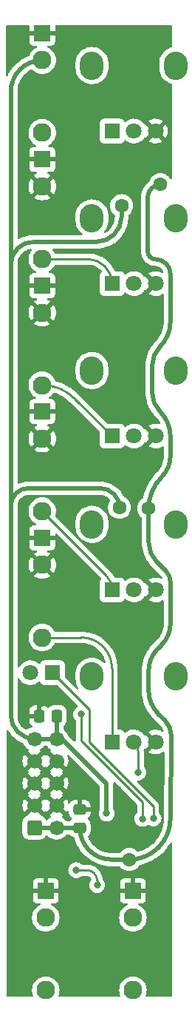
<source format=gbr>
%TF.GenerationSoftware,KiCad,Pcbnew,6.0.11+dfsg-1~bpo11+1*%
%TF.CreationDate,2023-11-22T17:04:06+08:00*%
%TF.ProjectId,MiniAttenuMix - Main,4d696e69-4174-4746-956e-754d6978202d,v0.2*%
%TF.SameCoordinates,Original*%
%TF.FileFunction,Copper,L1,Top*%
%TF.FilePolarity,Positive*%
%FSLAX46Y46*%
G04 Gerber Fmt 4.6, Leading zero omitted, Abs format (unit mm)*
G04 Created by KiCad (PCBNEW 6.0.11+dfsg-1~bpo11+1) date 2023-11-22 17:04:06*
%MOMM*%
%LPD*%
G01*
G04 APERTURE LIST*
G04 Aperture macros list*
%AMRoundRect*
0 Rectangle with rounded corners*
0 $1 Rounding radius*
0 $2 $3 $4 $5 $6 $7 $8 $9 X,Y pos of 4 corners*
0 Add a 4 corners polygon primitive as box body*
4,1,4,$2,$3,$4,$5,$6,$7,$8,$9,$2,$3,0*
0 Add four circle primitives for the rounded corners*
1,1,$1+$1,$2,$3*
1,1,$1+$1,$4,$5*
1,1,$1+$1,$6,$7*
1,1,$1+$1,$8,$9*
0 Add four rect primitives between the rounded corners*
20,1,$1+$1,$2,$3,$4,$5,0*
20,1,$1+$1,$4,$5,$6,$7,0*
20,1,$1+$1,$6,$7,$8,$9,0*
20,1,$1+$1,$8,$9,$2,$3,0*%
G04 Aperture macros list end*
%TA.AperFunction,ComponentPad*%
%ADD10O,2.720000X3.240000*%
%TD*%
%TA.AperFunction,ComponentPad*%
%ADD11R,1.800000X1.800000*%
%TD*%
%TA.AperFunction,ComponentPad*%
%ADD12C,1.800000*%
%TD*%
%TA.AperFunction,ComponentPad*%
%ADD13R,1.930000X1.830000*%
%TD*%
%TA.AperFunction,ComponentPad*%
%ADD14C,2.130000*%
%TD*%
%TA.AperFunction,SMDPad,CuDef*%
%ADD15RoundRect,0.250000X0.337500X0.475000X-0.337500X0.475000X-0.337500X-0.475000X0.337500X-0.475000X0*%
%TD*%
%TA.AperFunction,SMDPad,CuDef*%
%ADD16RoundRect,0.250000X-0.475000X0.337500X-0.475000X-0.337500X0.475000X-0.337500X0.475000X0.337500X0*%
%TD*%
%TA.AperFunction,ComponentPad*%
%ADD17RoundRect,0.250000X-0.600000X-0.600000X0.600000X-0.600000X0.600000X0.600000X-0.600000X0.600000X0*%
%TD*%
%TA.AperFunction,ComponentPad*%
%ADD18C,1.700000*%
%TD*%
%TA.AperFunction,ViaPad*%
%ADD19C,1.600000*%
%TD*%
%TA.AperFunction,ViaPad*%
%ADD20C,0.800000*%
%TD*%
%TA.AperFunction,Conductor*%
%ADD21C,0.500000*%
%TD*%
%TA.AperFunction,Conductor*%
%ADD22C,0.250000*%
%TD*%
G04 APERTURE END LIST*
D10*
%TO.P,RV4,*%
%TO.N,*%
X159900000Y-95625000D03*
X150300000Y-95625000D03*
D11*
%TO.P,RV4,1,1*%
%TO.N,Net-(IN4-PadT)*%
X152600000Y-103125000D03*
D12*
%TO.P,RV4,2,2*%
%TO.N,Net-(RV4-Pad2)*%
X155100000Y-103125000D03*
%TO.P,RV4,3,3*%
%TO.N,GND*%
X157600000Y-103125000D03*
%TD*%
D13*
%TO.P,OUT_INV1,S*%
%TO.N,GND*%
X155000000Y-137550000D03*
D14*
%TO.P,OUT_INV1,T*%
%TO.N,Net-(OUT_INV1-PadT)*%
X155000000Y-148950000D03*
%TO.P,OUT_INV1,TN*%
%TO.N,unconnected-(OUT_INV1-PadTN)*%
X155000000Y-140650000D03*
%TD*%
D11*
%TO.P,D1,1,KA*%
%TO.N,Net-(D1-Pad1)*%
X145775000Y-112600000D03*
D12*
%TO.P,D1,2,AK*%
%TO.N,Net-(D1-Pad2)*%
X143235000Y-112600000D03*
%TD*%
D13*
%TO.P,IN2,S*%
%TO.N,GND*%
X144600000Y-53870000D03*
D14*
%TO.P,IN2,T*%
%TO.N,Net-(IN2-PadT)*%
X144600000Y-65270000D03*
%TO.P,IN2,TN*%
%TO.N,GND*%
X144600000Y-56970000D03*
%TD*%
D15*
%TO.P,C1,1*%
%TO.N,POS_12V*%
X146287500Y-117550000D03*
%TO.P,C1,2*%
%TO.N,GND*%
X144212500Y-117550000D03*
%TD*%
D10*
%TO.P,RV1,*%
%TO.N,*%
X159900000Y-43125000D03*
X150300000Y-43125000D03*
D11*
%TO.P,RV1,1,1*%
%TO.N,Net-(IN1-PadT)*%
X152600000Y-50625000D03*
D12*
%TO.P,RV1,2,2*%
%TO.N,Net-(RV1-Pad2)*%
X155100000Y-50625000D03*
%TO.P,RV1,3,3*%
%TO.N,GND*%
X157600000Y-50625000D03*
%TD*%
D10*
%TO.P,RV3,*%
%TO.N,*%
X159900000Y-78025000D03*
X150300000Y-78025000D03*
D11*
%TO.P,RV3,1,1*%
%TO.N,Net-(IN3-PadT)*%
X152600000Y-85525000D03*
D12*
%TO.P,RV3,2,2*%
%TO.N,Net-(RV3-Pad2)*%
X155100000Y-85525000D03*
%TO.P,RV3,3,3*%
%TO.N,GND*%
X157600000Y-85525000D03*
%TD*%
D16*
%TO.P,C2,1*%
%TO.N,GND*%
X148900000Y-128262500D03*
%TO.P,C2,2*%
%TO.N,NEG_12V*%
X148900000Y-130337500D03*
%TD*%
D10*
%TO.P,RV2,*%
%TO.N,*%
X159900000Y-60572800D03*
X150300000Y-60572800D03*
D11*
%TO.P,RV2,1,1*%
%TO.N,Net-(IN2-PadT)*%
X152600000Y-68072800D03*
D12*
%TO.P,RV2,2,2*%
%TO.N,Net-(RV2-Pad2)*%
X155100000Y-68072800D03*
%TO.P,RV2,3,3*%
%TO.N,GND*%
X157600000Y-68072800D03*
%TD*%
D13*
%TO.P,OUT1,S*%
%TO.N,GND*%
X145000000Y-137550000D03*
D14*
%TO.P,OUT1,T*%
%TO.N,Net-(OUT1-PadT)*%
X145000000Y-148950000D03*
%TO.P,OUT1,TN*%
%TO.N,unconnected-(OUT1-PadTN)*%
X145000000Y-140650000D03*
%TD*%
D13*
%TO.P,IN3,S*%
%TO.N,GND*%
X144600000Y-68300000D03*
D14*
%TO.P,IN3,T*%
%TO.N,Net-(IN3-PadT)*%
X144600000Y-79700000D03*
%TO.P,IN3,TN*%
%TO.N,GND*%
X144600000Y-71400000D03*
%TD*%
D13*
%TO.P,IN4,S*%
%TO.N,GND*%
X144600000Y-82720000D03*
D14*
%TO.P,IN4,T*%
%TO.N,Net-(IN4-PadT)*%
X144600000Y-94120000D03*
%TO.P,IN4,TN*%
%TO.N,GND*%
X144600000Y-85820000D03*
%TD*%
D13*
%TO.P,IN1,S*%
%TO.N,GND*%
X144600000Y-39420000D03*
D14*
%TO.P,IN1,T*%
%TO.N,Net-(IN1-PadT)*%
X144600000Y-50820000D03*
%TO.P,IN1,TN*%
%TO.N,POS_12V*%
X144600000Y-42520000D03*
%TD*%
D10*
%TO.P,RV5,*%
%TO.N,*%
X159900000Y-113025000D03*
X150300000Y-113025000D03*
D11*
%TO.P,RV5,1,1*%
%TO.N,Net-(IN5-PadT)*%
X152600000Y-120525000D03*
D12*
%TO.P,RV5,2,2*%
%TO.N,Net-(RV5-Pad2)*%
X155100000Y-120525000D03*
%TO.P,RV5,3,3*%
%TO.N,GND*%
X157600000Y-120525000D03*
%TD*%
D13*
%TO.P,IN5,S*%
%TO.N,GND*%
X144600000Y-97170000D03*
D14*
%TO.P,IN5,T*%
%TO.N,Net-(IN5-PadT)*%
X144600000Y-108570000D03*
%TO.P,IN5,TN*%
%TO.N,GND*%
X144600000Y-100270000D03*
%TD*%
D17*
%TO.P,J1,1,Pin_1*%
%TO.N,NEG_12V*%
X143697500Y-130330000D03*
D18*
%TO.P,J1,2,Pin_2*%
X146237500Y-130330000D03*
%TO.P,J1,3,Pin_3*%
%TO.N,GND*%
X143697500Y-127790000D03*
%TO.P,J1,4,Pin_4*%
X146237500Y-127790000D03*
%TO.P,J1,5,Pin_5*%
X143697500Y-125250000D03*
%TO.P,J1,6,Pin_6*%
X146237500Y-125250000D03*
%TO.P,J1,7,Pin_7*%
X143697500Y-122710000D03*
%TO.P,J1,8,Pin_8*%
X146237500Y-122710000D03*
%TO.P,J1,9,Pin_9*%
%TO.N,POS_12V*%
X143697500Y-120170000D03*
%TO.P,J1,10,Pin_10*%
X146237500Y-120170000D03*
%TD*%
D19*
%TO.N,POS_12V*%
X153454900Y-93700000D03*
X153700000Y-59150000D03*
D20*
X151983069Y-128706931D03*
%TO.N,GND*%
X153325000Y-125950000D03*
X153300000Y-127375000D03*
D19*
X142625000Y-115725000D03*
D20*
X153290000Y-130800000D03*
D19*
X144525000Y-115700000D03*
D20*
X158700000Y-135000000D03*
X153290000Y-132400000D03*
X157700000Y-135000000D03*
X156600000Y-135000000D03*
X153325000Y-126625000D03*
X153290000Y-131600000D03*
D19*
%TO.N,NEG_12V*%
X158147792Y-56747792D03*
X154590000Y-133990000D03*
X156800000Y-93800000D03*
D20*
%TO.N,Net-(R16-Pad2)*%
X150900000Y-136900000D03*
X148500000Y-135200000D03*
%TO.N,Net-(RV5-Pad2)*%
X155600000Y-124026000D03*
%TO.N,Net-(D1-Pad1)*%
X157350000Y-129275000D03*
%TO.N,Net-(R19-Pad2)*%
X149075000Y-117350000D03*
X156100000Y-129325000D03*
%TD*%
D21*
%TO.N,POS_12V*%
X146895639Y-120170000D02*
X151983069Y-125257430D01*
X143600000Y-63300000D02*
X150816791Y-63300000D01*
X141000000Y-117472500D02*
X141000000Y-95450000D01*
X153700000Y-60416791D02*
X153700000Y-59150000D01*
X141000000Y-93500000D02*
X141000000Y-94400000D01*
X146237500Y-120170000D02*
X146895639Y-120170000D01*
X151983069Y-125257430D02*
X151983069Y-128706931D01*
X141000000Y-95450000D02*
X141000000Y-46120000D01*
X151254900Y-91500000D02*
X143000000Y-91500000D01*
X141000000Y-95450000D02*
X141000000Y-94400000D01*
X146287500Y-117550000D02*
X146287500Y-120120000D01*
X143697500Y-120170000D02*
X146237500Y-120170000D01*
X141000000Y-65500000D02*
X141000000Y-46120000D01*
X141000000Y-94400000D02*
X141000000Y-66000000D01*
X141000000Y-66000000D02*
X141000000Y-65500000D01*
X141000000Y-66000000D02*
X141000000Y-65900000D01*
X146237500Y-120170000D02*
G75*
G03*
X146287500Y-120120000I0J50000D01*
G01*
X141000000Y-93500000D02*
G75*
G02*
X143000000Y-91500000I2000000J0D01*
G01*
X144600000Y-42520000D02*
G75*
G03*
X141000000Y-46120000I0J-3600000D01*
G01*
X151254900Y-91500000D02*
G75*
G02*
X153454900Y-93700000I0J-2200000D01*
G01*
X141000000Y-117472500D02*
G75*
G03*
X143697500Y-120170000I2697500J0D01*
G01*
X143600000Y-63300000D02*
G75*
G03*
X141000000Y-65900000I0J-2600000D01*
G01*
X153700000Y-60416791D02*
G75*
G02*
X150816791Y-63300000I-2883200J-9D01*
G01*
%TO.N,NEG_12V*%
X159300000Y-67000000D02*
X159300000Y-72402944D01*
X156700000Y-58195584D02*
X156700000Y-64400000D01*
X159300000Y-85597056D02*
X159300000Y-87785787D01*
X158310051Y-109389950D02*
X158200000Y-109500000D01*
X148900000Y-130337500D02*
X143705000Y-130337500D01*
X157900000Y-117300000D02*
X158692893Y-118092893D01*
X152552500Y-133990000D02*
X154590000Y-133990000D01*
X159400000Y-119800000D02*
X159300000Y-129280000D01*
X157200000Y-77472792D02*
X157200000Y-80527208D01*
X156800000Y-93821320D02*
X156800000Y-97700000D01*
X158200000Y-109500000D02*
X157860661Y-109839339D01*
X156800000Y-112400000D02*
X156800000Y-114644366D01*
X157719239Y-99919239D02*
X158805025Y-101005026D01*
X159300000Y-102200000D02*
X159300000Y-107000000D01*
X159300018Y-85597056D02*
G75*
G03*
X158100000Y-82700000I-4097118J-44D01*
G01*
X157199997Y-77472792D02*
G75*
G02*
X158100000Y-75300000I3072803J-8D01*
G01*
X158300004Y-90200004D02*
G75*
G03*
X159300000Y-87785787I-2414204J2414204D01*
G01*
X154590000Y-133990000D02*
G75*
G03*
X159300000Y-129280000I0J4710000D01*
G01*
X158310051Y-109389950D02*
G75*
G03*
X159300000Y-107000000I-2389951J2389950D01*
G01*
X158100002Y-82699998D02*
G75*
G02*
X157200000Y-80527208I2172798J2172798D01*
G01*
X157600000Y-65300000D02*
G75*
G02*
X156700000Y-64400000I0J900000D01*
G01*
X152552500Y-133990000D02*
G75*
G02*
X148900000Y-130337500I0J3652500D01*
G01*
X156699992Y-58195584D02*
G75*
G02*
X158147792Y-56747792I1447808J-16D01*
G01*
X156800009Y-93821320D02*
G75*
G02*
X158300000Y-90200000I5121291J20D01*
G01*
X159300000Y-67000000D02*
G75*
G03*
X157600000Y-65300000I-1700000J0D01*
G01*
X157899990Y-117300010D02*
G75*
G02*
X156800000Y-114644366I2655610J2655610D01*
G01*
X159299984Y-102200000D02*
G75*
G03*
X158805025Y-101005026I-1689984J0D01*
G01*
X143697500Y-130330000D02*
G75*
G03*
X143705000Y-130337500I7500J0D01*
G01*
X158099987Y-75299987D02*
G75*
G03*
X159300000Y-72402944I-2897087J2897087D01*
G01*
X156799995Y-112400000D02*
G75*
G02*
X157860662Y-109839340I3621305J0D01*
G01*
X159400003Y-119800000D02*
G75*
G03*
X158692892Y-118092894I-2414203J0D01*
G01*
X157719234Y-99919244D02*
G75*
G02*
X156800000Y-97700000I2219266J2219244D01*
G01*
D22*
%TO.N,Net-(IN2-PadT)*%
X149797200Y-65270000D02*
X144600000Y-65270000D01*
X149797200Y-65270000D02*
G75*
G02*
X152600000Y-68072800I0J-2802800D01*
G01*
%TO.N,Net-(IN3-PadT)*%
X148312957Y-81237957D02*
X152600000Y-85525000D01*
X148312954Y-81237960D02*
G75*
G03*
X144600000Y-79700000I-3712954J-3712940D01*
G01*
%TO.N,Net-(IN4-PadT)*%
X151889358Y-101409357D02*
X144600000Y-94120000D01*
X151889361Y-101409354D02*
G75*
G02*
X152600000Y-103125000I-1715661J-1715646D01*
G01*
%TO.N,Net-(R16-Pad2)*%
X150900000Y-136400000D02*
X150900000Y-136900000D01*
X148500000Y-135200000D02*
X149700000Y-135200000D01*
X150900000Y-136400000D02*
G75*
G03*
X149700000Y-135200000I-1200000J0D01*
G01*
%TO.N,Net-(IN5-PadT)*%
X144600000Y-108570000D02*
X149063215Y-108570000D01*
X152600000Y-112106785D02*
X152600000Y-120525000D01*
X152600000Y-112106785D02*
G75*
G03*
X149063215Y-108570000I-3536800J-15D01*
G01*
%TO.N,Net-(RV5-Pad2)*%
X155597709Y-121597934D02*
X155597709Y-124023709D01*
X155597709Y-124023709D02*
X155600000Y-124026000D01*
X155597700Y-121597935D02*
G75*
G03*
X155100000Y-120525000I-1725200J-148365D01*
G01*
%TO.N,Net-(D1-Pad1)*%
X150025000Y-120575000D02*
X157350000Y-127900000D01*
X145775000Y-112600000D02*
X150025000Y-116850000D01*
X157350000Y-127900000D02*
X157350000Y-129275000D01*
X150025000Y-116850000D02*
X150025000Y-120575000D01*
%TO.N,Net-(R19-Pad2)*%
X156100000Y-127400000D02*
X149075000Y-120375000D01*
X156100000Y-129325000D02*
X156100000Y-127400000D01*
X149075000Y-120375000D02*
X149075000Y-117350000D01*
%TD*%
%TA.AperFunction,Conductor*%
%TO.N,GND*%
G36*
X143069121Y-38528502D02*
G01*
X143115614Y-38582158D01*
X143127000Y-38634500D01*
X143127000Y-39147885D01*
X143131475Y-39163124D01*
X143132865Y-39164329D01*
X143140548Y-39166000D01*
X146054884Y-39166000D01*
X146070123Y-39161525D01*
X146071328Y-39160135D01*
X146072999Y-39152452D01*
X146072999Y-38634500D01*
X146093001Y-38566379D01*
X146146657Y-38519886D01*
X146198999Y-38508500D01*
X159365500Y-38508500D01*
X159433621Y-38528502D01*
X159480114Y-38582158D01*
X159491500Y-38634500D01*
X159491500Y-40942359D01*
X159471498Y-41010480D01*
X159417842Y-41056973D01*
X159395450Y-41064747D01*
X159324168Y-41082190D01*
X159319933Y-41083905D01*
X159319931Y-41083906D01*
X159077069Y-41182275D01*
X159072840Y-41183988D01*
X158838839Y-41321001D01*
X158627068Y-41490359D01*
X158623947Y-41493700D01*
X158499224Y-41627215D01*
X158441963Y-41688512D01*
X158287402Y-41911312D01*
X158285374Y-41915388D01*
X158285373Y-41915390D01*
X158203252Y-42080460D01*
X158166621Y-42154090D01*
X158082153Y-42411760D01*
X158081373Y-42416251D01*
X158081373Y-42416252D01*
X158042527Y-42639982D01*
X158035765Y-42678925D01*
X158035574Y-42682762D01*
X158031631Y-42761977D01*
X158031500Y-42764600D01*
X158031500Y-43453884D01*
X158031665Y-43456152D01*
X158031665Y-43456164D01*
X158038043Y-43544064D01*
X158046125Y-43655451D01*
X158047109Y-43659906D01*
X158047109Y-43659909D01*
X158099770Y-43898426D01*
X158104585Y-43920237D01*
X158200655Y-44173810D01*
X158332324Y-44410859D01*
X158335096Y-44414491D01*
X158487683Y-44614427D01*
X158496833Y-44626417D01*
X158690736Y-44815970D01*
X158694428Y-44818657D01*
X158694430Y-44818659D01*
X158795789Y-44892436D01*
X158909972Y-44975547D01*
X159149947Y-45101804D01*
X159154248Y-45103323D01*
X159154253Y-45103325D01*
X159405634Y-45192096D01*
X159405046Y-45193761D01*
X159459157Y-45227117D01*
X159489859Y-45291132D01*
X159491500Y-45311404D01*
X159491500Y-55985885D01*
X159471498Y-56054006D01*
X159417842Y-56100499D01*
X159347568Y-56110603D01*
X159282988Y-56081109D01*
X159262287Y-56058156D01*
X159157149Y-55908003D01*
X159157147Y-55908000D01*
X159153990Y-55903492D01*
X158992092Y-55741594D01*
X158987584Y-55738437D01*
X158987581Y-55738435D01*
X158904363Y-55680165D01*
X158804541Y-55610269D01*
X158799559Y-55607946D01*
X158799554Y-55607943D01*
X158602017Y-55515831D01*
X158602016Y-55515831D01*
X158597035Y-55513508D01*
X158591727Y-55512086D01*
X158591725Y-55512085D01*
X158381194Y-55455673D01*
X158381192Y-55455673D01*
X158375879Y-55454249D01*
X158147792Y-55434294D01*
X157919705Y-55454249D01*
X157914392Y-55455673D01*
X157914390Y-55455673D01*
X157703859Y-55512085D01*
X157703857Y-55512086D01*
X157698549Y-55513508D01*
X157693568Y-55515831D01*
X157693567Y-55515831D01*
X157496030Y-55607943D01*
X157496025Y-55607946D01*
X157491043Y-55610269D01*
X157391221Y-55680165D01*
X157308003Y-55738435D01*
X157308000Y-55738437D01*
X157303492Y-55741594D01*
X157141594Y-55903492D01*
X157010269Y-56091043D01*
X157007946Y-56096025D01*
X157007943Y-56096030D01*
X157001148Y-56110603D01*
X156913508Y-56298549D01*
X156912086Y-56303857D01*
X156912085Y-56303859D01*
X156903616Y-56335467D01*
X156866665Y-56396090D01*
X156859618Y-56402039D01*
X156682076Y-56541133D01*
X156493341Y-56729867D01*
X156490999Y-56732857D01*
X156490994Y-56732862D01*
X156331074Y-56936984D01*
X156328731Y-56939975D01*
X156190646Y-57168392D01*
X156189090Y-57171850D01*
X156189086Y-57171857D01*
X156171065Y-57211898D01*
X156081101Y-57411787D01*
X156079972Y-57415411D01*
X156079969Y-57415418D01*
X156028979Y-57579048D01*
X156001692Y-57666613D01*
X156001007Y-57670351D01*
X156001005Y-57670359D01*
X155972643Y-57825119D01*
X155953577Y-57929151D01*
X155953348Y-57932937D01*
X155953347Y-57932945D01*
X155950375Y-57982076D01*
X155945583Y-58061290D01*
X155943825Y-58090346D01*
X155943044Y-58097712D01*
X155942192Y-58101194D01*
X155941500Y-58112348D01*
X155941500Y-58124966D01*
X155941270Y-58132579D01*
X155940371Y-58147431D01*
X155939375Y-58157349D01*
X155938371Y-58164500D01*
X155936999Y-58174263D01*
X155936701Y-58195576D01*
X155937143Y-58199517D01*
X155940715Y-58231367D01*
X155941500Y-58245410D01*
X155941500Y-64344017D01*
X155940506Y-64359809D01*
X155936775Y-64389343D01*
X155937462Y-64396353D01*
X155937411Y-64400000D01*
X155937264Y-64400000D01*
X155937387Y-64401721D01*
X155937387Y-64401726D01*
X155952748Y-64616498D01*
X155954188Y-64636632D01*
X156004616Y-64868447D01*
X156006183Y-64872649D01*
X156006185Y-64872655D01*
X156048707Y-64986658D01*
X156087522Y-65090725D01*
X156089673Y-65094665D01*
X156089677Y-65094673D01*
X156160885Y-65225080D01*
X156201217Y-65298943D01*
X156203918Y-65302551D01*
X156340690Y-65485258D01*
X156340696Y-65485265D01*
X156343388Y-65488861D01*
X156511139Y-65656612D01*
X156514735Y-65659304D01*
X156514742Y-65659310D01*
X156680950Y-65783731D01*
X156701057Y-65798783D01*
X156705011Y-65800942D01*
X156905327Y-65910323D01*
X156905335Y-65910327D01*
X156909275Y-65912478D01*
X156913487Y-65914049D01*
X157127345Y-65993815D01*
X157127351Y-65993817D01*
X157131553Y-65995384D01*
X157135939Y-65996338D01*
X157135942Y-65996339D01*
X157200242Y-66010326D01*
X157363368Y-66045812D01*
X157367854Y-66046133D01*
X157367855Y-66046133D01*
X157548465Y-66059050D01*
X157557013Y-66059955D01*
X157574777Y-66062452D01*
X157574786Y-66062453D01*
X157578687Y-66063001D01*
X157588675Y-66063141D01*
X157589343Y-66063225D01*
X157590012Y-66063159D01*
X157600000Y-66063299D01*
X157603937Y-66062857D01*
X157603946Y-66062857D01*
X157611539Y-66062005D01*
X157636565Y-66061699D01*
X157730828Y-66069946D01*
X157752505Y-66071843D01*
X157774132Y-66075656D01*
X157911363Y-66112426D01*
X157932003Y-66119938D01*
X158060763Y-66179980D01*
X158079783Y-66190962D01*
X158196156Y-66272447D01*
X158212981Y-66286565D01*
X158313435Y-66387019D01*
X158327553Y-66403844D01*
X158409038Y-66520217D01*
X158420020Y-66539237D01*
X158480062Y-66667997D01*
X158487574Y-66688638D01*
X158494503Y-66714499D01*
X158492812Y-66785475D01*
X158453017Y-66844270D01*
X158387753Y-66872217D01*
X158311902Y-66857416D01*
X158183683Y-66786635D01*
X158174272Y-66782406D01*
X157965772Y-66708572D01*
X157955809Y-66705940D01*
X157738047Y-66667150D01*
X157727796Y-66666181D01*
X157506616Y-66663479D01*
X157496332Y-66664199D01*
X157277693Y-66697655D01*
X157267666Y-66700044D01*
X157057426Y-66768761D01*
X157047916Y-66772758D01*
X156851725Y-66874889D01*
X156843007Y-66880378D01*
X156813961Y-66902186D01*
X156805508Y-66913511D01*
X156812252Y-66925841D01*
X157870115Y-67983705D01*
X157904141Y-68046017D01*
X157899076Y-68116833D01*
X157870115Y-68161895D01*
X157600000Y-68432010D01*
X156810184Y-69221827D01*
X156803424Y-69234207D01*
X156808705Y-69241261D01*
X156985080Y-69344327D01*
X156994363Y-69348774D01*
X157201003Y-69427683D01*
X157210901Y-69430559D01*
X157427653Y-69474657D01*
X157437883Y-69475876D01*
X157658914Y-69483982D01*
X157669223Y-69483514D01*
X157888623Y-69455408D01*
X157898688Y-69453268D01*
X158110557Y-69389705D01*
X158120152Y-69385944D01*
X158318778Y-69288638D01*
X158327642Y-69283355D01*
X158342332Y-69272877D01*
X158409405Y-69249603D01*
X158478414Y-69266287D01*
X158527448Y-69317631D01*
X158541500Y-69375456D01*
X158541500Y-72346954D01*
X158540506Y-72362748D01*
X158536775Y-72392279D01*
X158537463Y-72399294D01*
X158539367Y-72418722D01*
X158539816Y-72437197D01*
X158528498Y-72667558D01*
X158525725Y-72723987D01*
X158524513Y-72736289D01*
X158499962Y-72901793D01*
X158478253Y-73048129D01*
X158475841Y-73060257D01*
X158399237Y-73366066D01*
X158395647Y-73377898D01*
X158289441Y-73674719D01*
X158284709Y-73686142D01*
X158149922Y-73971122D01*
X158144100Y-73982016D01*
X157982011Y-74252442D01*
X157975160Y-74262695D01*
X157878134Y-74393519D01*
X157787357Y-74515917D01*
X157779513Y-74525475D01*
X157598172Y-74725555D01*
X157580639Y-74741568D01*
X157578715Y-74743018D01*
X157578707Y-74743025D01*
X157575547Y-74745406D01*
X157568383Y-74752373D01*
X157567854Y-74752783D01*
X157567429Y-74753300D01*
X157560266Y-74760266D01*
X157557808Y-74763345D01*
X157557801Y-74763353D01*
X157552413Y-74770104D01*
X157546842Y-74776617D01*
X157335056Y-75007739D01*
X157333390Y-75009911D01*
X157333386Y-75009915D01*
X157233745Y-75139771D01*
X157131392Y-75273160D01*
X156951635Y-75555321D01*
X156950366Y-75557759D01*
X156799754Y-75847081D01*
X156797154Y-75852075D01*
X156669125Y-76161164D01*
X156668299Y-76163784D01*
X156668296Y-76163792D01*
X156569349Y-76477611D01*
X156568522Y-76480235D01*
X156496110Y-76806860D01*
X156452441Y-77138553D01*
X156448264Y-77234223D01*
X156439843Y-77427071D01*
X156438737Y-77439109D01*
X156436999Y-77451477D01*
X156436701Y-77472790D01*
X156437143Y-77476728D01*
X156440715Y-77508576D01*
X156441500Y-77522621D01*
X156441500Y-80465059D01*
X156440274Y-80482592D01*
X156439279Y-80489675D01*
X156437894Y-80499531D01*
X156436999Y-80505897D01*
X156436701Y-80527210D01*
X156437143Y-80531151D01*
X156437143Y-80531152D01*
X156438104Y-80539721D01*
X156438769Y-80548266D01*
X156452444Y-80861447D01*
X156496113Y-81193140D01*
X156568524Y-81519765D01*
X156569353Y-81522394D01*
X156643793Y-81758483D01*
X156669128Y-81838835D01*
X156797157Y-82147924D01*
X156798426Y-82150362D01*
X156798428Y-82150366D01*
X156815510Y-82183180D01*
X156951638Y-82444678D01*
X157131394Y-82726839D01*
X157133058Y-82729007D01*
X157133066Y-82729019D01*
X157323255Y-82976876D01*
X157335059Y-82992259D01*
X157336917Y-82994287D01*
X157336924Y-82994295D01*
X157395369Y-83058076D01*
X157530122Y-83205134D01*
X157537841Y-83214415D01*
X157545406Y-83224453D01*
X157552373Y-83231617D01*
X157552783Y-83232146D01*
X157553300Y-83232571D01*
X157560266Y-83239734D01*
X157563362Y-83242206D01*
X157563367Y-83242210D01*
X157575725Y-83252075D01*
X157590478Y-83265931D01*
X157779532Y-83474519D01*
X157787375Y-83484077D01*
X157975172Y-83737291D01*
X157982028Y-83747552D01*
X158093177Y-83932990D01*
X158120708Y-83978923D01*
X158138573Y-84047635D01*
X158116453Y-84115098D01*
X158061371Y-84159892D01*
X157990816Y-84167797D01*
X157970575Y-84162473D01*
X157965773Y-84160772D01*
X157955809Y-84158140D01*
X157738047Y-84119350D01*
X157727796Y-84118381D01*
X157506616Y-84115679D01*
X157496332Y-84116399D01*
X157277693Y-84149855D01*
X157267666Y-84152244D01*
X157057426Y-84220961D01*
X157047916Y-84224958D01*
X156851725Y-84327089D01*
X156843007Y-84332578D01*
X156813961Y-84354386D01*
X156805508Y-84365711D01*
X156812252Y-84378041D01*
X157870115Y-85435905D01*
X157904141Y-85498217D01*
X157899076Y-85569033D01*
X157870115Y-85614095D01*
X157600000Y-85884210D01*
X156810184Y-86674027D01*
X156803424Y-86686407D01*
X156808705Y-86693461D01*
X156985080Y-86796527D01*
X156994363Y-86800974D01*
X157201003Y-86879883D01*
X157210901Y-86882759D01*
X157427653Y-86926857D01*
X157437883Y-86928076D01*
X157658914Y-86936182D01*
X157669223Y-86935714D01*
X157888623Y-86907608D01*
X157898688Y-86905468D01*
X158110557Y-86841905D01*
X158120152Y-86838144D01*
X158318778Y-86740838D01*
X158327642Y-86735555D01*
X158342332Y-86725077D01*
X158409405Y-86701803D01*
X158478414Y-86718487D01*
X158527448Y-86769831D01*
X158541500Y-86827656D01*
X158541500Y-87729799D01*
X158540507Y-87745590D01*
X158536775Y-87775133D01*
X158537462Y-87782140D01*
X158537462Y-87782145D01*
X158539212Y-87799990D01*
X158539615Y-87819349D01*
X158525199Y-88076071D01*
X158523617Y-88090112D01*
X158476104Y-88369764D01*
X158472960Y-88383540D01*
X158394431Y-88656119D01*
X158389764Y-88669456D01*
X158281211Y-88931528D01*
X158275083Y-88944252D01*
X158137871Y-89192520D01*
X158130354Y-89204483D01*
X157966208Y-89435827D01*
X157957399Y-89446874D01*
X157797356Y-89625961D01*
X157781667Y-89640389D01*
X157781716Y-89640446D01*
X157780091Y-89641839D01*
X157779228Y-89642632D01*
X157775547Y-89645406D01*
X157768383Y-89652373D01*
X157767854Y-89652783D01*
X157767429Y-89653300D01*
X157760266Y-89660266D01*
X157754623Y-89667334D01*
X157748382Y-89674571D01*
X157474816Y-89968402D01*
X157473417Y-89970138D01*
X157473411Y-89970145D01*
X157268580Y-90224325D01*
X157211281Y-90295429D01*
X157210009Y-90297260D01*
X157210006Y-90297265D01*
X157088314Y-90472536D01*
X156971748Y-90640423D01*
X156757437Y-91001627D01*
X156741039Y-91034387D01*
X156605424Y-91305311D01*
X156569439Y-91377199D01*
X156408714Y-91765225D01*
X156408003Y-91767362D01*
X156407999Y-91767372D01*
X156339682Y-91972636D01*
X156276081Y-92163729D01*
X156275527Y-92165901D01*
X156275524Y-92165910D01*
X156261295Y-92221659D01*
X156172214Y-92570680D01*
X156171813Y-92572902D01*
X156171812Y-92572907D01*
X156166660Y-92601464D01*
X156134881Y-92664951D01*
X156114936Y-92682304D01*
X156093212Y-92697515D01*
X155960211Y-92790643D01*
X155960208Y-92790645D01*
X155955700Y-92793802D01*
X155793802Y-92955700D01*
X155662477Y-93143251D01*
X155660154Y-93148233D01*
X155660151Y-93148238D01*
X155612346Y-93250757D01*
X155565716Y-93350757D01*
X155564294Y-93356065D01*
X155564293Y-93356067D01*
X155509073Y-93562151D01*
X155506457Y-93571913D01*
X155486502Y-93800000D01*
X155506457Y-94028087D01*
X155565716Y-94249243D01*
X155568039Y-94254224D01*
X155568039Y-94254225D01*
X155660151Y-94451762D01*
X155660154Y-94451767D01*
X155662477Y-94456749D01*
X155665634Y-94461257D01*
X155771909Y-94613033D01*
X155793802Y-94644300D01*
X155955700Y-94806198D01*
X155987771Y-94828655D01*
X156032099Y-94884110D01*
X156041500Y-94931867D01*
X156041500Y-97644017D01*
X156040506Y-97659809D01*
X156036775Y-97689343D01*
X156037463Y-97696355D01*
X156037461Y-97696468D01*
X156037909Y-97702796D01*
X156052630Y-98039967D01*
X156097047Y-98377347D01*
X156170699Y-98709573D01*
X156171527Y-98712198D01*
X156171528Y-98712203D01*
X156259313Y-98990621D01*
X156273026Y-99034114D01*
X156403249Y-99348503D01*
X156560377Y-99650345D01*
X156743214Y-99937345D01*
X156950369Y-100207317D01*
X156952220Y-100209337D01*
X157149814Y-100424975D01*
X157157542Y-100434267D01*
X157162253Y-100440519D01*
X157162263Y-100440530D01*
X157164643Y-100443689D01*
X157179502Y-100458970D01*
X157182604Y-100461447D01*
X157182607Y-100461449D01*
X157207647Y-100481438D01*
X157218134Y-100490814D01*
X158229091Y-101501773D01*
X158239556Y-101513644D01*
X158257796Y-101537160D01*
X158273635Y-101550171D01*
X158289467Y-101565703D01*
X158357157Y-101644962D01*
X158368776Y-101660954D01*
X158378956Y-101677566D01*
X158397495Y-101746100D01*
X158376039Y-101813777D01*
X158321400Y-101859110D01*
X158250926Y-101867707D01*
X158210632Y-101853711D01*
X158183684Y-101838835D01*
X158174272Y-101834606D01*
X157965772Y-101760772D01*
X157955809Y-101758140D01*
X157738047Y-101719350D01*
X157727796Y-101718381D01*
X157506616Y-101715679D01*
X157496332Y-101716399D01*
X157277693Y-101749855D01*
X157267666Y-101752244D01*
X157057426Y-101820961D01*
X157047916Y-101824958D01*
X156851725Y-101927089D01*
X156843007Y-101932578D01*
X156813961Y-101954386D01*
X156805508Y-101965711D01*
X156812252Y-101978041D01*
X157870115Y-103035905D01*
X157904141Y-103098217D01*
X157899076Y-103169033D01*
X157870115Y-103214095D01*
X157600000Y-103484210D01*
X156810184Y-104274027D01*
X156803424Y-104286407D01*
X156808705Y-104293461D01*
X156985080Y-104396527D01*
X156994363Y-104400974D01*
X157201003Y-104479883D01*
X157210901Y-104482759D01*
X157427653Y-104526857D01*
X157437883Y-104528076D01*
X157658914Y-104536182D01*
X157669223Y-104535714D01*
X157888623Y-104507608D01*
X157898688Y-104505468D01*
X158110557Y-104441905D01*
X158120152Y-104438144D01*
X158318778Y-104340838D01*
X158327642Y-104335555D01*
X158342332Y-104325077D01*
X158409405Y-104301803D01*
X158478414Y-104318487D01*
X158527448Y-104369831D01*
X158541500Y-104427656D01*
X158541500Y-106944017D01*
X158540506Y-106959809D01*
X158536775Y-106989343D01*
X158537463Y-106996357D01*
X158539212Y-107014200D01*
X158539615Y-107033560D01*
X158525414Y-107286439D01*
X158523832Y-107300480D01*
X158476961Y-107576340D01*
X158473817Y-107590115D01*
X158396354Y-107858995D01*
X158391687Y-107872332D01*
X158366830Y-107932343D01*
X158301217Y-108090749D01*
X158284608Y-108130846D01*
X158278477Y-108143576D01*
X158143128Y-108388472D01*
X158135616Y-108400429D01*
X157973681Y-108628655D01*
X157964883Y-108639687D01*
X157876286Y-108738827D01*
X157803561Y-108820205D01*
X157786841Y-108835801D01*
X157783469Y-108838417D01*
X157777905Y-108842733D01*
X157773439Y-108848170D01*
X157773434Y-108848175D01*
X157751082Y-108875388D01*
X157742811Y-108884510D01*
X157722524Y-108904796D01*
X157722523Y-108904797D01*
X157722523Y-108904796D01*
X157368273Y-109259046D01*
X157355007Y-109270579D01*
X157336211Y-109284743D01*
X157333378Y-109287498D01*
X157324099Y-109296521D01*
X157320929Y-109299603D01*
X157317845Y-109303466D01*
X157312295Y-109309952D01*
X157124484Y-109514910D01*
X157062989Y-109582020D01*
X156953924Y-109724156D01*
X156831836Y-109883262D01*
X156831828Y-109883274D01*
X156830164Y-109885442D01*
X156828691Y-109887754D01*
X156828689Y-109887757D01*
X156753984Y-110005020D01*
X156624670Y-110208000D01*
X156448071Y-110547241D01*
X156301711Y-110900583D01*
X156300885Y-110903203D01*
X156300882Y-110903211D01*
X156190035Y-111254771D01*
X156186704Y-111265337D01*
X156186109Y-111268021D01*
X156112872Y-111598371D01*
X156103925Y-111638726D01*
X156103566Y-111641456D01*
X156103564Y-111641465D01*
X156090705Y-111739141D01*
X156054005Y-112017909D01*
X156053885Y-112020658D01*
X156053884Y-112020669D01*
X156038547Y-112371934D01*
X156037806Y-112380669D01*
X156037849Y-112380843D01*
X156036775Y-112389343D01*
X156037448Y-112396211D01*
X156037448Y-112396212D01*
X156037475Y-112396486D01*
X156037461Y-112396487D01*
X156037454Y-112396961D01*
X156037322Y-112400000D01*
X156037412Y-112400000D01*
X156037411Y-112400041D01*
X156037820Y-112400001D01*
X156040899Y-112431403D01*
X156041500Y-112443698D01*
X156041500Y-114582208D01*
X156040274Y-114599744D01*
X156036999Y-114623046D01*
X156036701Y-114644359D01*
X156037142Y-114648292D01*
X156037195Y-114649378D01*
X156037703Y-114655918D01*
X156052803Y-115001804D01*
X156054390Y-115038168D01*
X156105838Y-115428981D01*
X156191153Y-115813822D01*
X156309684Y-116189763D01*
X156460530Y-116553942D01*
X156642543Y-116903589D01*
X156854337Y-117236041D01*
X156856006Y-117238216D01*
X157077058Y-117526297D01*
X157094301Y-117548769D01*
X157096152Y-117550789D01*
X157334307Y-117810690D01*
X157342031Y-117819976D01*
X157343011Y-117821276D01*
X157343020Y-117821286D01*
X157345406Y-117824453D01*
X157360266Y-117839734D01*
X157363363Y-117842206D01*
X157388411Y-117862202D01*
X157398897Y-117871578D01*
X158116962Y-118589643D01*
X158127426Y-118601511D01*
X158145678Y-118625041D01*
X158151122Y-118629512D01*
X158151126Y-118629517D01*
X158163455Y-118639644D01*
X158178208Y-118653928D01*
X158229346Y-118712239D01*
X158293907Y-118785856D01*
X158303941Y-118798932D01*
X158415089Y-118965276D01*
X158423330Y-118979549D01*
X158511111Y-119157550D01*
X158523301Y-119227493D01*
X158495742Y-119292922D01*
X158437184Y-119333066D01*
X158366219Y-119335178D01*
X158337211Y-119323588D01*
X158183673Y-119238830D01*
X158174272Y-119234606D01*
X157965772Y-119160772D01*
X157955809Y-119158140D01*
X157738047Y-119119350D01*
X157727796Y-119118381D01*
X157506616Y-119115679D01*
X157496332Y-119116399D01*
X157277693Y-119149855D01*
X157267666Y-119152244D01*
X157057426Y-119220961D01*
X157047916Y-119224958D01*
X156851725Y-119327089D01*
X156843007Y-119332578D01*
X156813961Y-119354386D01*
X156805508Y-119365711D01*
X156812252Y-119378041D01*
X157870115Y-120435905D01*
X157904141Y-120498217D01*
X157899076Y-120569033D01*
X157870115Y-120614095D01*
X157600000Y-120884210D01*
X156810184Y-121674027D01*
X156803424Y-121686407D01*
X156808705Y-121693461D01*
X156985080Y-121796527D01*
X156994363Y-121800974D01*
X157201003Y-121879883D01*
X157210901Y-121882759D01*
X157427653Y-121926857D01*
X157437883Y-121928076D01*
X157658914Y-121936182D01*
X157669223Y-121935714D01*
X157888623Y-121907608D01*
X157898688Y-121905468D01*
X158110557Y-121841905D01*
X158120152Y-121838144D01*
X158318778Y-121740838D01*
X158327636Y-121735559D01*
X158421489Y-121668614D01*
X158488563Y-121645341D01*
X158557571Y-121662024D01*
X158606605Y-121713368D01*
X158620650Y-121772519D01*
X158542292Y-129200938D01*
X158542084Y-129220671D01*
X158541098Y-129235125D01*
X158536775Y-129269343D01*
X158537463Y-129276358D01*
X158539434Y-129296466D01*
X158539901Y-129314579D01*
X158524913Y-129638780D01*
X158523839Y-129650368D01*
X158519761Y-129679600D01*
X158475022Y-130000322D01*
X158472883Y-130011762D01*
X158432814Y-130182128D01*
X158391988Y-130355709D01*
X158388803Y-130366903D01*
X158276515Y-130701922D01*
X158272311Y-130712774D01*
X158129589Y-131036010D01*
X158124401Y-131046428D01*
X157952471Y-131355102D01*
X157946346Y-131364996D01*
X157942114Y-131371173D01*
X157746657Y-131656505D01*
X157739643Y-131665793D01*
X157513910Y-131937633D01*
X157506069Y-131946233D01*
X157256233Y-132196069D01*
X157247633Y-132203910D01*
X156975793Y-132429643D01*
X156966505Y-132436657D01*
X156674997Y-132636345D01*
X156665104Y-132642470D01*
X156603145Y-132676981D01*
X156356428Y-132814401D01*
X156346010Y-132819589D01*
X156022774Y-132962311D01*
X156011922Y-132966515D01*
X155844413Y-133022659D01*
X155676894Y-133078806D01*
X155665726Y-133081983D01*
X155626166Y-133091288D01*
X155555278Y-133087412D01*
X155508227Y-133057729D01*
X155434300Y-132983802D01*
X155429792Y-132980645D01*
X155429789Y-132980643D01*
X155351611Y-132925902D01*
X155246749Y-132852477D01*
X155241767Y-132850154D01*
X155241762Y-132850151D01*
X155044225Y-132758039D01*
X155044224Y-132758039D01*
X155039243Y-132755716D01*
X155033935Y-132754294D01*
X155033933Y-132754293D01*
X154823402Y-132697881D01*
X154823400Y-132697881D01*
X154818087Y-132696457D01*
X154590000Y-132676502D01*
X154361913Y-132696457D01*
X154356600Y-132697881D01*
X154356598Y-132697881D01*
X154146067Y-132754293D01*
X154146065Y-132754294D01*
X154140757Y-132755716D01*
X154135776Y-132758039D01*
X154135775Y-132758039D01*
X153938238Y-132850151D01*
X153938233Y-132850154D01*
X153933251Y-132852477D01*
X153828389Y-132925902D01*
X153750211Y-132980643D01*
X153750208Y-132980645D01*
X153745700Y-132983802D01*
X153583802Y-133145700D01*
X153561345Y-133177771D01*
X153505890Y-133222099D01*
X153458133Y-133231500D01*
X152608483Y-133231500D01*
X152592691Y-133230506D01*
X152589952Y-133230160D01*
X152563157Y-133226775D01*
X152550444Y-133228022D01*
X152538300Y-133229212D01*
X152518940Y-133229615D01*
X152336410Y-133219365D01*
X152235536Y-133213700D01*
X152221504Y-133212119D01*
X152068499Y-133186122D01*
X151915500Y-133160126D01*
X151901725Y-133156982D01*
X151603470Y-133071056D01*
X151590133Y-133066389D01*
X151398182Y-132986881D01*
X151303373Y-132947610D01*
X151290650Y-132941483D01*
X151018989Y-132791341D01*
X151007025Y-132783823D01*
X150753896Y-132604217D01*
X150742850Y-132595408D01*
X150511410Y-132388582D01*
X150501418Y-132378590D01*
X150294592Y-132147150D01*
X150285783Y-132136104D01*
X150106177Y-131882975D01*
X150098659Y-131871011D01*
X149999224Y-131691097D01*
X149948517Y-131599350D01*
X149942388Y-131586623D01*
X149931087Y-131559338D01*
X149855621Y-131377147D01*
X149848032Y-131306557D01*
X149882857Y-131239911D01*
X149969134Y-131153484D01*
X149969138Y-131153479D01*
X149974305Y-131148303D01*
X150037102Y-131046428D01*
X150063275Y-131003968D01*
X150063276Y-131003966D01*
X150067115Y-130997738D01*
X150122797Y-130829861D01*
X150133500Y-130725400D01*
X150133500Y-129949600D01*
X150133163Y-129946350D01*
X150123238Y-129850692D01*
X150123237Y-129850688D01*
X150122526Y-129843834D01*
X150066550Y-129676054D01*
X149973478Y-129525652D01*
X149848303Y-129400695D01*
X149843765Y-129397898D01*
X149803176Y-129340647D01*
X149799946Y-129269724D01*
X149835572Y-129208313D01*
X149844068Y-129200938D01*
X149854207Y-129192902D01*
X149968739Y-129078171D01*
X149977751Y-129066760D01*
X150062816Y-128928757D01*
X150068963Y-128915576D01*
X150120138Y-128761290D01*
X150123005Y-128747914D01*
X150132672Y-128653562D01*
X150133000Y-128647146D01*
X150133000Y-128534615D01*
X150128525Y-128519376D01*
X150127135Y-128518171D01*
X150119452Y-128516500D01*
X148772000Y-128516500D01*
X148703879Y-128496498D01*
X148657386Y-128442842D01*
X148646000Y-128390500D01*
X148646000Y-127990385D01*
X149154000Y-127990385D01*
X149158475Y-128005624D01*
X149159865Y-128006829D01*
X149167548Y-128008500D01*
X150114884Y-128008500D01*
X150130123Y-128004025D01*
X150131328Y-128002635D01*
X150132999Y-127994952D01*
X150132999Y-127877905D01*
X150132662Y-127871386D01*
X150122743Y-127775794D01*
X150119851Y-127762400D01*
X150068412Y-127608216D01*
X150062239Y-127595038D01*
X149976937Y-127457193D01*
X149967901Y-127445792D01*
X149853171Y-127331261D01*
X149841760Y-127322249D01*
X149703757Y-127237184D01*
X149690576Y-127231037D01*
X149536290Y-127179862D01*
X149522914Y-127176995D01*
X149428562Y-127167328D01*
X149422145Y-127167000D01*
X149172115Y-127167000D01*
X149156876Y-127171475D01*
X149155671Y-127172865D01*
X149154000Y-127180548D01*
X149154000Y-127990385D01*
X148646000Y-127990385D01*
X148646000Y-127185116D01*
X148641525Y-127169877D01*
X148640135Y-127168672D01*
X148632452Y-127167001D01*
X148377905Y-127167001D01*
X148371386Y-127167338D01*
X148275794Y-127177257D01*
X148262400Y-127180149D01*
X148108216Y-127231588D01*
X148095038Y-127237761D01*
X147957193Y-127323063D01*
X147945792Y-127332099D01*
X147831261Y-127446829D01*
X147822249Y-127458240D01*
X147788675Y-127512707D01*
X147735902Y-127560200D01*
X147665831Y-127571624D01*
X147600707Y-127543350D01*
X147561208Y-127484356D01*
X147559211Y-127477287D01*
X147528714Y-127355875D01*
X147525394Y-127346124D01*
X147440472Y-127150814D01*
X147435605Y-127141739D01*
X147370563Y-127041197D01*
X147359877Y-127031995D01*
X147350312Y-127036398D01*
X146609522Y-127777188D01*
X146601908Y-127791132D01*
X146602039Y-127792965D01*
X146606290Y-127799580D01*
X147347974Y-128541264D01*
X147359984Y-128547823D01*
X147371723Y-128538855D01*
X147402504Y-128496019D01*
X147407812Y-128487184D01*
X147428044Y-128446249D01*
X147476158Y-128394043D01*
X147544860Y-128376136D01*
X147612336Y-128398215D01*
X147657164Y-128453269D01*
X147667001Y-128502077D01*
X147667001Y-128647095D01*
X147667338Y-128653614D01*
X147677257Y-128749206D01*
X147680149Y-128762600D01*
X147731588Y-128916784D01*
X147737761Y-128929962D01*
X147823063Y-129067807D01*
X147832099Y-129079208D01*
X147946828Y-129193738D01*
X147955762Y-129200794D01*
X147996823Y-129258712D01*
X148000053Y-129329635D01*
X147964426Y-129391046D01*
X147956593Y-129397846D01*
X147950652Y-129401522D01*
X147825695Y-129526697D01*
X147822739Y-129531493D01*
X147765386Y-129572155D01*
X147724422Y-129579000D01*
X147438291Y-129579000D01*
X147370170Y-129558998D01*
X147332499Y-129521441D01*
X147320318Y-129502612D01*
X147317514Y-129498277D01*
X147167170Y-129333051D01*
X147163119Y-129329852D01*
X147163115Y-129329848D01*
X146995914Y-129197800D01*
X146995910Y-129197798D01*
X146991859Y-129194598D01*
X146950069Y-129171529D01*
X146900098Y-129121097D01*
X146885326Y-129051654D01*
X146910442Y-128985248D01*
X146937793Y-128958642D01*
X146986747Y-128923723D01*
X146995148Y-128913023D01*
X146988160Y-128899870D01*
X146250312Y-128162022D01*
X146236368Y-128154408D01*
X146234535Y-128154539D01*
X146227920Y-128158790D01*
X145484237Y-128902473D01*
X145477477Y-128914853D01*
X145482758Y-128921907D01*
X145529469Y-128949203D01*
X145578193Y-129000841D01*
X145591264Y-129070624D01*
X145564533Y-129136396D01*
X145524084Y-129169752D01*
X145511107Y-129176507D01*
X145506974Y-129179610D01*
X145506971Y-129179612D01*
X145336600Y-129307530D01*
X145332465Y-129310635D01*
X145241281Y-129406054D01*
X145198527Y-129450793D01*
X145137003Y-129486223D01*
X145066090Y-129482766D01*
X145008304Y-129441520D01*
X144993333Y-129417194D01*
X144991365Y-129412994D01*
X144989050Y-129406054D01*
X144895978Y-129255652D01*
X144770803Y-129130695D01*
X144755232Y-129121097D01*
X144626468Y-129041725D01*
X144626466Y-129041724D01*
X144620238Y-129037885D01*
X144566474Y-129020052D01*
X144545140Y-129012976D01*
X144486780Y-128972545D01*
X144476229Y-128947146D01*
X144473924Y-128948370D01*
X144448160Y-128899870D01*
X143710312Y-128162022D01*
X143696368Y-128154408D01*
X143694535Y-128154539D01*
X143687920Y-128158790D01*
X142944237Y-128902473D01*
X142921485Y-128944139D01*
X142919277Y-128954287D01*
X142869074Y-129004488D01*
X142848567Y-129013424D01*
X142773554Y-129038450D01*
X142623152Y-129131522D01*
X142617979Y-129136704D01*
X142561879Y-129192902D01*
X142498195Y-129256697D01*
X142494355Y-129262927D01*
X142494354Y-129262928D01*
X142409966Y-129399831D01*
X142405385Y-129407262D01*
X142388435Y-129458365D01*
X142355057Y-129558998D01*
X142349703Y-129575139D01*
X142339000Y-129679600D01*
X142339000Y-130980400D01*
X142349974Y-131086166D01*
X142352155Y-131092702D01*
X142352155Y-131092704D01*
X142396228Y-131224806D01*
X142405950Y-131253946D01*
X142499022Y-131404348D01*
X142624197Y-131529305D01*
X142630427Y-131533145D01*
X142630428Y-131533146D01*
X142767590Y-131617694D01*
X142774762Y-131622115D01*
X142828871Y-131640062D01*
X142936111Y-131675632D01*
X142936113Y-131675632D01*
X142942639Y-131677797D01*
X142949475Y-131678497D01*
X142949478Y-131678498D01*
X142988872Y-131682534D01*
X143047100Y-131688500D01*
X144347900Y-131688500D01*
X144351146Y-131688163D01*
X144351150Y-131688163D01*
X144446808Y-131678238D01*
X144446812Y-131678237D01*
X144453666Y-131677526D01*
X144460202Y-131675345D01*
X144460204Y-131675345D01*
X144592306Y-131631272D01*
X144621446Y-131621550D01*
X144771848Y-131528478D01*
X144896805Y-131403303D01*
X144989615Y-131252738D01*
X144991918Y-131245795D01*
X144994263Y-131240766D01*
X145041180Y-131187481D01*
X145109458Y-131168021D01*
X145177418Y-131188564D01*
X145203694Y-131211520D01*
X145261408Y-131278146D01*
X145283750Y-131303938D01*
X145455626Y-131446632D01*
X145648500Y-131559338D01*
X145857192Y-131639030D01*
X145862260Y-131640061D01*
X145862263Y-131640062D01*
X145966706Y-131661311D01*
X146076097Y-131683567D01*
X146081272Y-131683757D01*
X146081274Y-131683757D01*
X146294173Y-131691564D01*
X146294177Y-131691564D01*
X146299337Y-131691753D01*
X146304457Y-131691097D01*
X146304459Y-131691097D01*
X146515788Y-131664025D01*
X146515789Y-131664025D01*
X146520916Y-131663368D01*
X146525866Y-131661883D01*
X146729929Y-131600661D01*
X146729934Y-131600659D01*
X146734884Y-131599174D01*
X146935494Y-131500896D01*
X147117360Y-131371173D01*
X147128375Y-131360197D01*
X147219756Y-131269134D01*
X147275596Y-131213489D01*
X147278612Y-131209292D01*
X147322314Y-131148474D01*
X147378309Y-131104826D01*
X147424637Y-131096000D01*
X147724410Y-131096000D01*
X147792531Y-131116002D01*
X147822914Y-131143518D01*
X147826522Y-131149348D01*
X147951697Y-131274305D01*
X148102262Y-131367115D01*
X148181201Y-131393298D01*
X148210069Y-131402873D01*
X148268428Y-131443304D01*
X148293054Y-131493617D01*
X148305355Y-131545917D01*
X148434971Y-131932639D01*
X148599717Y-132305752D01*
X148601139Y-132308305D01*
X148601141Y-132308309D01*
X148645853Y-132388582D01*
X148798186Y-132662073D01*
X149028686Y-132998561D01*
X149087259Y-133069098D01*
X149222116Y-133231500D01*
X149289249Y-133312346D01*
X149577654Y-133600751D01*
X149891439Y-133861314D01*
X150227927Y-134091814D01*
X150584248Y-134290283D01*
X150957361Y-134455029D01*
X151344083Y-134584645D01*
X151346916Y-134585311D01*
X151346922Y-134585313D01*
X151475721Y-134615606D01*
X151741115Y-134678026D01*
X151744000Y-134678428D01*
X151744003Y-134678429D01*
X151916076Y-134702432D01*
X152145069Y-134734375D01*
X152147953Y-134734508D01*
X152147960Y-134734509D01*
X152364582Y-134744524D01*
X152517102Y-134751575D01*
X152523322Y-134752156D01*
X152523323Y-134752147D01*
X152527273Y-134752451D01*
X152531187Y-134753001D01*
X152539752Y-134753121D01*
X152548539Y-134753244D01*
X152548545Y-134753244D01*
X152552500Y-134753299D01*
X152588287Y-134749285D01*
X152602331Y-134748500D01*
X153458133Y-134748500D01*
X153526254Y-134768502D01*
X153561345Y-134802228D01*
X153583802Y-134834300D01*
X153745700Y-134996198D01*
X153750208Y-134999355D01*
X153750211Y-134999357D01*
X153756548Y-135003794D01*
X153933251Y-135127523D01*
X153938233Y-135129846D01*
X153938238Y-135129849D01*
X154088679Y-135200000D01*
X154140757Y-135224284D01*
X154146065Y-135225706D01*
X154146067Y-135225707D01*
X154356598Y-135282119D01*
X154356600Y-135282119D01*
X154361913Y-135283543D01*
X154590000Y-135303498D01*
X154818087Y-135283543D01*
X154823400Y-135282119D01*
X154823402Y-135282119D01*
X155033933Y-135225707D01*
X155033935Y-135225706D01*
X155039243Y-135224284D01*
X155091321Y-135200000D01*
X155241762Y-135129849D01*
X155241767Y-135129846D01*
X155246749Y-135127523D01*
X155423452Y-135003794D01*
X155429789Y-134999357D01*
X155429792Y-134999355D01*
X155434300Y-134996198D01*
X155596198Y-134834300D01*
X155600299Y-134828444D01*
X155713586Y-134666653D01*
X155769043Y-134622325D01*
X155790940Y-134615607D01*
X155933585Y-134585697D01*
X156367137Y-134456623D01*
X156788549Y-134292188D01*
X157194943Y-134093514D01*
X157197178Y-134092182D01*
X157197184Y-134092179D01*
X157581309Y-133863290D01*
X157583543Y-133861959D01*
X157951694Y-133599104D01*
X158296881Y-133306746D01*
X158616746Y-132986881D01*
X158909104Y-132641694D01*
X159171959Y-132273543D01*
X159257259Y-132130391D01*
X159309312Y-132082110D01*
X159379204Y-132069635D01*
X159444745Y-132096928D01*
X159485127Y-132155322D01*
X159491500Y-132194888D01*
X159491500Y-149565500D01*
X159471498Y-149633621D01*
X159417842Y-149680114D01*
X159365500Y-149691500D01*
X156584577Y-149691500D01*
X156516456Y-149671498D01*
X156469963Y-149617842D01*
X156459859Y-149547568D01*
X156468166Y-149517287D01*
X156501115Y-149437742D01*
X156521501Y-149352830D01*
X156557779Y-149201724D01*
X156557780Y-149201718D01*
X156558934Y-149196911D01*
X156578366Y-148950000D01*
X156558934Y-148703089D01*
X156557780Y-148698282D01*
X156557779Y-148698276D01*
X156502270Y-148467070D01*
X156501115Y-148462258D01*
X156406334Y-148233437D01*
X156276925Y-148022260D01*
X156116073Y-147833927D01*
X155927740Y-147673075D01*
X155716563Y-147543666D01*
X155711993Y-147541773D01*
X155711989Y-147541771D01*
X155492315Y-147450779D01*
X155492313Y-147450778D01*
X155487742Y-147448885D01*
X155402830Y-147428499D01*
X155251724Y-147392221D01*
X155251718Y-147392220D01*
X155246911Y-147391066D01*
X155000000Y-147371634D01*
X154753089Y-147391066D01*
X154748282Y-147392220D01*
X154748276Y-147392221D01*
X154597170Y-147428499D01*
X154512258Y-147448885D01*
X154507687Y-147450778D01*
X154507685Y-147450779D01*
X154288011Y-147541771D01*
X154288007Y-147541773D01*
X154283437Y-147543666D01*
X154072260Y-147673075D01*
X153883927Y-147833927D01*
X153723075Y-148022260D01*
X153593666Y-148233437D01*
X153498885Y-148462258D01*
X153497730Y-148467070D01*
X153442221Y-148698276D01*
X153442220Y-148698282D01*
X153441066Y-148703089D01*
X153421634Y-148950000D01*
X153441066Y-149196911D01*
X153442220Y-149201718D01*
X153442221Y-149201724D01*
X153478499Y-149352830D01*
X153498885Y-149437742D01*
X153531832Y-149517284D01*
X153539421Y-149587871D01*
X153507642Y-149651358D01*
X153446584Y-149687586D01*
X153415423Y-149691500D01*
X146584577Y-149691500D01*
X146516456Y-149671498D01*
X146469963Y-149617842D01*
X146459859Y-149547568D01*
X146468166Y-149517287D01*
X146501115Y-149437742D01*
X146521501Y-149352830D01*
X146557779Y-149201724D01*
X146557780Y-149201718D01*
X146558934Y-149196911D01*
X146578366Y-148950000D01*
X146558934Y-148703089D01*
X146557780Y-148698282D01*
X146557779Y-148698276D01*
X146502270Y-148467070D01*
X146501115Y-148462258D01*
X146406334Y-148233437D01*
X146276925Y-148022260D01*
X146116073Y-147833927D01*
X145927740Y-147673075D01*
X145716563Y-147543666D01*
X145711993Y-147541773D01*
X145711989Y-147541771D01*
X145492315Y-147450779D01*
X145492313Y-147450778D01*
X145487742Y-147448885D01*
X145402830Y-147428499D01*
X145251724Y-147392221D01*
X145251718Y-147392220D01*
X145246911Y-147391066D01*
X145000000Y-147371634D01*
X144753089Y-147391066D01*
X144748282Y-147392220D01*
X144748276Y-147392221D01*
X144597170Y-147428499D01*
X144512258Y-147448885D01*
X144507687Y-147450778D01*
X144507685Y-147450779D01*
X144288011Y-147541771D01*
X144288007Y-147541773D01*
X144283437Y-147543666D01*
X144072260Y-147673075D01*
X143883927Y-147833927D01*
X143723075Y-148022260D01*
X143593666Y-148233437D01*
X143498885Y-148462258D01*
X143497730Y-148467070D01*
X143442221Y-148698276D01*
X143442220Y-148698282D01*
X143441066Y-148703089D01*
X143421634Y-148950000D01*
X143441066Y-149196911D01*
X143442220Y-149201718D01*
X143442221Y-149201724D01*
X143478499Y-149352830D01*
X143498885Y-149437742D01*
X143531832Y-149517284D01*
X143539421Y-149587871D01*
X143507642Y-149651358D01*
X143446584Y-149687586D01*
X143415423Y-149691500D01*
X140633935Y-149691500D01*
X140565814Y-149671498D01*
X140519321Y-149617842D01*
X140507935Y-149565612D01*
X140499989Y-140650000D01*
X143421634Y-140650000D01*
X143441066Y-140896911D01*
X143442220Y-140901718D01*
X143442221Y-140901724D01*
X143478499Y-141052830D01*
X143498885Y-141137742D01*
X143593666Y-141366563D01*
X143723075Y-141577740D01*
X143883927Y-141766073D01*
X144072260Y-141926925D01*
X144283437Y-142056334D01*
X144288007Y-142058227D01*
X144288011Y-142058229D01*
X144507685Y-142149221D01*
X144512258Y-142151115D01*
X144597170Y-142171501D01*
X144748276Y-142207779D01*
X144748282Y-142207780D01*
X144753089Y-142208934D01*
X145000000Y-142228366D01*
X145246911Y-142208934D01*
X145251718Y-142207780D01*
X145251724Y-142207779D01*
X145402830Y-142171501D01*
X145487742Y-142151115D01*
X145492315Y-142149221D01*
X145711989Y-142058229D01*
X145711993Y-142058227D01*
X145716563Y-142056334D01*
X145927740Y-141926925D01*
X146116073Y-141766073D01*
X146276925Y-141577740D01*
X146406334Y-141366563D01*
X146501115Y-141137742D01*
X146521501Y-141052830D01*
X146557779Y-140901724D01*
X146557780Y-140901718D01*
X146558934Y-140896911D01*
X146578366Y-140650000D01*
X153421634Y-140650000D01*
X153441066Y-140896911D01*
X153442220Y-140901718D01*
X153442221Y-140901724D01*
X153478499Y-141052830D01*
X153498885Y-141137742D01*
X153593666Y-141366563D01*
X153723075Y-141577740D01*
X153883927Y-141766073D01*
X154072260Y-141926925D01*
X154283437Y-142056334D01*
X154288007Y-142058227D01*
X154288011Y-142058229D01*
X154507685Y-142149221D01*
X154512258Y-142151115D01*
X154597170Y-142171501D01*
X154748276Y-142207779D01*
X154748282Y-142207780D01*
X154753089Y-142208934D01*
X155000000Y-142228366D01*
X155246911Y-142208934D01*
X155251718Y-142207780D01*
X155251724Y-142207779D01*
X155402830Y-142171501D01*
X155487742Y-142151115D01*
X155492315Y-142149221D01*
X155711989Y-142058229D01*
X155711993Y-142058227D01*
X155716563Y-142056334D01*
X155927740Y-141926925D01*
X156116073Y-141766073D01*
X156276925Y-141577740D01*
X156406334Y-141366563D01*
X156501115Y-141137742D01*
X156521501Y-141052830D01*
X156557779Y-140901724D01*
X156557780Y-140901718D01*
X156558934Y-140896911D01*
X156578366Y-140650000D01*
X156558934Y-140403089D01*
X156557780Y-140398282D01*
X156557779Y-140398276D01*
X156502270Y-140167070D01*
X156501115Y-140162258D01*
X156406334Y-139933437D01*
X156276925Y-139722260D01*
X156116073Y-139533927D01*
X155927740Y-139373075D01*
X155716563Y-139243666D01*
X155648342Y-139215408D01*
X155593062Y-139170859D01*
X155570641Y-139103496D01*
X155588199Y-139034705D01*
X155640162Y-138986326D01*
X155696561Y-138972999D01*
X156009669Y-138972999D01*
X156016490Y-138972629D01*
X156067352Y-138967105D01*
X156082604Y-138963479D01*
X156203054Y-138918324D01*
X156218649Y-138909786D01*
X156320724Y-138833285D01*
X156333285Y-138820724D01*
X156409786Y-138718649D01*
X156418324Y-138703054D01*
X156463478Y-138582606D01*
X156467105Y-138567351D01*
X156472631Y-138516486D01*
X156473000Y-138509672D01*
X156473000Y-137822115D01*
X156468525Y-137806876D01*
X156467135Y-137805671D01*
X156459452Y-137804000D01*
X153545116Y-137804000D01*
X153529877Y-137808475D01*
X153528672Y-137809865D01*
X153527001Y-137817548D01*
X153527001Y-138509669D01*
X153527371Y-138516490D01*
X153532895Y-138567352D01*
X153536521Y-138582604D01*
X153581676Y-138703054D01*
X153590214Y-138718649D01*
X153666715Y-138820724D01*
X153679276Y-138833285D01*
X153781351Y-138909786D01*
X153796946Y-138918324D01*
X153917394Y-138963478D01*
X153932649Y-138967105D01*
X153983514Y-138972631D01*
X153990328Y-138973000D01*
X154303438Y-138973000D01*
X154371559Y-138993002D01*
X154418052Y-139046658D01*
X154428156Y-139116932D01*
X154398662Y-139181512D01*
X154351657Y-139215408D01*
X154323360Y-139227129D01*
X154288011Y-139241771D01*
X154288007Y-139241773D01*
X154283437Y-139243666D01*
X154072260Y-139373075D01*
X153883927Y-139533927D01*
X153723075Y-139722260D01*
X153593666Y-139933437D01*
X153498885Y-140162258D01*
X153497730Y-140167070D01*
X153442221Y-140398276D01*
X153442220Y-140398282D01*
X153441066Y-140403089D01*
X153421634Y-140650000D01*
X146578366Y-140650000D01*
X146558934Y-140403089D01*
X146557780Y-140398282D01*
X146557779Y-140398276D01*
X146502270Y-140167070D01*
X146501115Y-140162258D01*
X146406334Y-139933437D01*
X146276925Y-139722260D01*
X146116073Y-139533927D01*
X145927740Y-139373075D01*
X145716563Y-139243666D01*
X145648342Y-139215408D01*
X145593062Y-139170859D01*
X145570641Y-139103496D01*
X145588199Y-139034705D01*
X145640162Y-138986326D01*
X145696561Y-138972999D01*
X146009669Y-138972999D01*
X146016490Y-138972629D01*
X146067352Y-138967105D01*
X146082604Y-138963479D01*
X146203054Y-138918324D01*
X146218649Y-138909786D01*
X146320724Y-138833285D01*
X146333285Y-138820724D01*
X146409786Y-138718649D01*
X146418324Y-138703054D01*
X146463478Y-138582606D01*
X146467105Y-138567351D01*
X146472631Y-138516486D01*
X146473000Y-138509672D01*
X146473000Y-137822115D01*
X146468525Y-137806876D01*
X146467135Y-137805671D01*
X146459452Y-137804000D01*
X143545116Y-137804000D01*
X143529877Y-137808475D01*
X143528672Y-137809865D01*
X143527001Y-137817548D01*
X143527001Y-138509669D01*
X143527371Y-138516490D01*
X143532895Y-138567352D01*
X143536521Y-138582604D01*
X143581676Y-138703054D01*
X143590214Y-138718649D01*
X143666715Y-138820724D01*
X143679276Y-138833285D01*
X143781351Y-138909786D01*
X143796946Y-138918324D01*
X143917394Y-138963478D01*
X143932649Y-138967105D01*
X143983514Y-138972631D01*
X143990328Y-138973000D01*
X144303438Y-138973000D01*
X144371559Y-138993002D01*
X144418052Y-139046658D01*
X144428156Y-139116932D01*
X144398662Y-139181512D01*
X144351657Y-139215408D01*
X144323360Y-139227129D01*
X144288011Y-139241771D01*
X144288007Y-139241773D01*
X144283437Y-139243666D01*
X144072260Y-139373075D01*
X143883927Y-139533927D01*
X143723075Y-139722260D01*
X143593666Y-139933437D01*
X143498885Y-140162258D01*
X143497730Y-140167070D01*
X143442221Y-140398276D01*
X143442220Y-140398282D01*
X143441066Y-140403089D01*
X143421634Y-140650000D01*
X140499989Y-140650000D01*
X140496984Y-137277885D01*
X143527000Y-137277885D01*
X143531475Y-137293124D01*
X143532865Y-137294329D01*
X143540548Y-137296000D01*
X144727885Y-137296000D01*
X144743124Y-137291525D01*
X144744329Y-137290135D01*
X144746000Y-137282452D01*
X144746000Y-137277885D01*
X145254000Y-137277885D01*
X145258475Y-137293124D01*
X145259865Y-137294329D01*
X145267548Y-137296000D01*
X146454884Y-137296000D01*
X146470123Y-137291525D01*
X146471328Y-137290135D01*
X146472999Y-137282452D01*
X146472999Y-136590331D01*
X146472629Y-136583510D01*
X146467105Y-136532648D01*
X146463479Y-136517396D01*
X146418324Y-136396946D01*
X146409786Y-136381351D01*
X146333285Y-136279276D01*
X146320724Y-136266715D01*
X146218649Y-136190214D01*
X146203054Y-136181676D01*
X146082606Y-136136522D01*
X146067351Y-136132895D01*
X146016486Y-136127369D01*
X146009672Y-136127000D01*
X145272115Y-136127000D01*
X145256876Y-136131475D01*
X145255671Y-136132865D01*
X145254000Y-136140548D01*
X145254000Y-137277885D01*
X144746000Y-137277885D01*
X144746000Y-136145116D01*
X144741525Y-136129877D01*
X144740135Y-136128672D01*
X144732452Y-136127001D01*
X143990331Y-136127001D01*
X143983510Y-136127371D01*
X143932648Y-136132895D01*
X143917396Y-136136521D01*
X143796946Y-136181676D01*
X143781351Y-136190214D01*
X143679276Y-136266715D01*
X143666715Y-136279276D01*
X143590214Y-136381351D01*
X143581676Y-136396946D01*
X143536522Y-136517394D01*
X143532895Y-136532649D01*
X143527369Y-136583514D01*
X143527000Y-136590328D01*
X143527000Y-137277885D01*
X140496984Y-137277885D01*
X140495132Y-135200000D01*
X147586496Y-135200000D01*
X147587186Y-135206565D01*
X147597324Y-135303019D01*
X147606458Y-135389928D01*
X147665473Y-135571556D01*
X147760960Y-135736944D01*
X147765378Y-135741851D01*
X147765379Y-135741852D01*
X147851080Y-135837033D01*
X147888747Y-135878866D01*
X148043248Y-135991118D01*
X148049276Y-135993802D01*
X148049278Y-135993803D01*
X148195292Y-136058812D01*
X148217712Y-136068794D01*
X148311113Y-136088647D01*
X148398056Y-136107128D01*
X148398061Y-136107128D01*
X148404513Y-136108500D01*
X148595487Y-136108500D01*
X148601939Y-136107128D01*
X148601944Y-136107128D01*
X148688887Y-136088647D01*
X148782288Y-136068794D01*
X148804708Y-136058812D01*
X148950722Y-135993803D01*
X148950724Y-135993802D01*
X148956752Y-135991118D01*
X149111253Y-135878866D01*
X149115668Y-135873963D01*
X149120580Y-135869540D01*
X149121705Y-135870789D01*
X149175014Y-135837949D01*
X149208200Y-135833500D01*
X149649982Y-135833500D01*
X149666428Y-135834578D01*
X149685786Y-135837127D01*
X149685790Y-135837127D01*
X149693317Y-135838118D01*
X149703426Y-135837002D01*
X149731355Y-135837033D01*
X149781019Y-135842629D01*
X149811953Y-135846114D01*
X149839460Y-135852393D01*
X149932395Y-135884912D01*
X149957816Y-135897154D01*
X150041188Y-135949540D01*
X150063247Y-135967132D01*
X150132868Y-136036753D01*
X150150456Y-136058806D01*
X150202849Y-136142189D01*
X150215086Y-136167601D01*
X150224537Y-136194608D01*
X150228158Y-136265512D01*
X150199245Y-136320536D01*
X150160960Y-136363056D01*
X150141394Y-136396946D01*
X150071852Y-136517396D01*
X150065473Y-136528444D01*
X150006458Y-136710072D01*
X149986496Y-136900000D01*
X150006458Y-137089928D01*
X150065473Y-137271556D01*
X150068776Y-137277278D01*
X150068777Y-137277279D01*
X150077002Y-137291525D01*
X150160960Y-137436944D01*
X150288747Y-137578866D01*
X150443248Y-137691118D01*
X150449276Y-137693802D01*
X150449278Y-137693803D01*
X150611681Y-137766109D01*
X150617712Y-137768794D01*
X150711112Y-137788647D01*
X150798056Y-137807128D01*
X150798061Y-137807128D01*
X150804513Y-137808500D01*
X150995487Y-137808500D01*
X151001939Y-137807128D01*
X151001944Y-137807128D01*
X151088888Y-137788647D01*
X151182288Y-137768794D01*
X151188319Y-137766109D01*
X151350722Y-137693803D01*
X151350724Y-137693802D01*
X151356752Y-137691118D01*
X151511253Y-137578866D01*
X151639040Y-137436944D01*
X151722998Y-137291525D01*
X151730873Y-137277885D01*
X153527000Y-137277885D01*
X153531475Y-137293124D01*
X153532865Y-137294329D01*
X153540548Y-137296000D01*
X154727885Y-137296000D01*
X154743124Y-137291525D01*
X154744329Y-137290135D01*
X154746000Y-137282452D01*
X154746000Y-137277885D01*
X155254000Y-137277885D01*
X155258475Y-137293124D01*
X155259865Y-137294329D01*
X155267548Y-137296000D01*
X156454884Y-137296000D01*
X156470123Y-137291525D01*
X156471328Y-137290135D01*
X156472999Y-137282452D01*
X156472999Y-136590331D01*
X156472629Y-136583510D01*
X156467105Y-136532648D01*
X156463479Y-136517396D01*
X156418324Y-136396946D01*
X156409786Y-136381351D01*
X156333285Y-136279276D01*
X156320724Y-136266715D01*
X156218649Y-136190214D01*
X156203054Y-136181676D01*
X156082606Y-136136522D01*
X156067351Y-136132895D01*
X156016486Y-136127369D01*
X156009672Y-136127000D01*
X155272115Y-136127000D01*
X155256876Y-136131475D01*
X155255671Y-136132865D01*
X155254000Y-136140548D01*
X155254000Y-137277885D01*
X154746000Y-137277885D01*
X154746000Y-136145116D01*
X154741525Y-136129877D01*
X154740135Y-136128672D01*
X154732452Y-136127001D01*
X153990331Y-136127001D01*
X153983510Y-136127371D01*
X153932648Y-136132895D01*
X153917396Y-136136521D01*
X153796946Y-136181676D01*
X153781351Y-136190214D01*
X153679276Y-136266715D01*
X153666715Y-136279276D01*
X153590214Y-136381351D01*
X153581676Y-136396946D01*
X153536522Y-136517394D01*
X153532895Y-136532649D01*
X153527369Y-136583514D01*
X153527000Y-136590328D01*
X153527000Y-137277885D01*
X151730873Y-137277885D01*
X151731223Y-137277279D01*
X151731224Y-137277278D01*
X151734527Y-137271556D01*
X151793542Y-137089928D01*
X151813504Y-136900000D01*
X151793542Y-136710072D01*
X151734527Y-136528444D01*
X151728149Y-136517396D01*
X151642343Y-136368777D01*
X151642341Y-136368774D01*
X151639040Y-136363056D01*
X151556081Y-136270921D01*
X151525364Y-136206913D01*
X151523987Y-136194850D01*
X151521984Y-136164282D01*
X151521983Y-136164278D01*
X151521714Y-136160167D01*
X151474825Y-135924437D01*
X151450370Y-135852393D01*
X151398894Y-135700750D01*
X151398893Y-135700749D01*
X151397568Y-135696844D01*
X151291265Y-135481283D01*
X151157734Y-135281441D01*
X150999262Y-135100738D01*
X150818559Y-134942266D01*
X150618717Y-134808735D01*
X150615018Y-134806911D01*
X150615013Y-134806908D01*
X150496573Y-134748500D01*
X150403156Y-134702432D01*
X150329287Y-134677357D01*
X150179470Y-134626501D01*
X150179467Y-134626500D01*
X150175563Y-134625175D01*
X149973336Y-134584950D01*
X149943876Y-134579090D01*
X149943873Y-134579090D01*
X149939833Y-134578286D01*
X149935722Y-134578017D01*
X149935718Y-134578016D01*
X149788922Y-134568394D01*
X149786505Y-134568163D01*
X149780030Y-134566500D01*
X149764142Y-134566500D01*
X149755902Y-134566230D01*
X149746091Y-134565587D01*
X149737091Y-134564997D01*
X149727582Y-134564010D01*
X149717451Y-134562568D01*
X149717441Y-134562567D01*
X149713364Y-134561987D01*
X149706385Y-134561914D01*
X149704120Y-134561890D01*
X149704118Y-134561890D01*
X149700000Y-134561847D01*
X149695910Y-134562342D01*
X149695909Y-134562342D01*
X149694042Y-134562568D01*
X149669093Y-134565587D01*
X149653958Y-134566500D01*
X149208200Y-134566500D01*
X149140079Y-134546498D01*
X149120853Y-134530157D01*
X149120580Y-134530460D01*
X149115668Y-134526037D01*
X149111253Y-134521134D01*
X148956752Y-134408882D01*
X148950724Y-134406198D01*
X148950722Y-134406197D01*
X148788319Y-134333891D01*
X148788318Y-134333891D01*
X148782288Y-134331206D01*
X148688888Y-134311353D01*
X148601944Y-134292872D01*
X148601939Y-134292872D01*
X148595487Y-134291500D01*
X148404513Y-134291500D01*
X148398061Y-134292872D01*
X148398056Y-134292872D01*
X148311112Y-134311353D01*
X148217712Y-134331206D01*
X148211682Y-134333891D01*
X148211681Y-134333891D01*
X148049278Y-134406197D01*
X148049276Y-134406198D01*
X148043248Y-134408882D01*
X147888747Y-134521134D01*
X147884326Y-134526044D01*
X147884325Y-134526045D01*
X147831562Y-134584645D01*
X147760960Y-134663056D01*
X147738992Y-134701106D01*
X147675528Y-134811029D01*
X147665473Y-134828444D01*
X147606458Y-135010072D01*
X147605768Y-135016633D01*
X147605768Y-135016635D01*
X147593869Y-135129849D01*
X147586496Y-135200000D01*
X140495132Y-135200000D01*
X140488503Y-127761863D01*
X142335550Y-127761863D01*
X142347809Y-127974477D01*
X142349245Y-127984697D01*
X142396065Y-128192446D01*
X142399145Y-128202275D01*
X142479270Y-128399603D01*
X142483913Y-128408794D01*
X142563960Y-128539420D01*
X142574416Y-128548880D01*
X142583194Y-128545096D01*
X143325478Y-127802812D01*
X143331856Y-127791132D01*
X144061908Y-127791132D01*
X144062039Y-127792965D01*
X144066290Y-127799580D01*
X144807974Y-128541264D01*
X144819984Y-128547823D01*
X144831723Y-128538855D01*
X144865522Y-128491819D01*
X144866649Y-128492629D01*
X144914159Y-128448881D01*
X144984096Y-128436661D01*
X145049538Y-128464191D01*
X145077370Y-128496029D01*
X145103959Y-128539419D01*
X145114416Y-128548880D01*
X145123194Y-128545096D01*
X145865478Y-127802812D01*
X145873092Y-127788868D01*
X145872961Y-127787035D01*
X145868710Y-127780420D01*
X145127349Y-127039059D01*
X145115813Y-127032759D01*
X145103528Y-127042384D01*
X145070692Y-127090520D01*
X145015781Y-127135523D01*
X144945256Y-127143694D01*
X144881509Y-127112440D01*
X144860811Y-127087955D01*
X144830562Y-127041197D01*
X144819877Y-127031995D01*
X144810312Y-127036398D01*
X144069522Y-127777188D01*
X144061908Y-127791132D01*
X143331856Y-127791132D01*
X143333092Y-127788868D01*
X143332961Y-127787035D01*
X143328710Y-127780420D01*
X142587349Y-127039059D01*
X142575813Y-127032759D01*
X142563531Y-127042382D01*
X142515589Y-127112662D01*
X142510504Y-127121613D01*
X142420838Y-127314783D01*
X142417275Y-127324470D01*
X142360364Y-127529681D01*
X142358433Y-127539800D01*
X142335802Y-127751574D01*
X142335550Y-127761863D01*
X140488503Y-127761863D01*
X140487267Y-126374853D01*
X142937477Y-126374853D01*
X142942758Y-126381907D01*
X142989979Y-126409501D01*
X143038703Y-126461139D01*
X143051774Y-126530922D01*
X143025043Y-126596694D01*
X142984587Y-126630053D01*
X142975966Y-126634541D01*
X142967234Y-126640039D01*
X142947177Y-126655099D01*
X142938723Y-126666427D01*
X142945468Y-126678758D01*
X143684688Y-127417978D01*
X143698632Y-127425592D01*
X143700465Y-127425461D01*
X143707080Y-127421210D01*
X144450889Y-126677401D01*
X144457910Y-126664544D01*
X144451111Y-126655213D01*
X144447059Y-126652521D01*
X144409616Y-126631852D01*
X144359645Y-126581420D01*
X144344873Y-126511977D01*
X144369989Y-126445572D01*
X144397340Y-126418965D01*
X144446747Y-126383723D01*
X144453711Y-126374853D01*
X145477477Y-126374853D01*
X145482758Y-126381907D01*
X145529979Y-126409501D01*
X145578703Y-126461139D01*
X145591774Y-126530922D01*
X145565043Y-126596694D01*
X145524587Y-126630053D01*
X145515966Y-126634541D01*
X145507234Y-126640039D01*
X145487177Y-126655099D01*
X145478723Y-126666427D01*
X145485468Y-126678758D01*
X146224688Y-127417978D01*
X146238632Y-127425592D01*
X146240465Y-127425461D01*
X146247080Y-127421210D01*
X146990889Y-126677401D01*
X146997910Y-126664544D01*
X146991111Y-126655213D01*
X146987059Y-126652521D01*
X146949616Y-126631852D01*
X146899645Y-126581420D01*
X146884873Y-126511977D01*
X146909989Y-126445572D01*
X146937340Y-126418965D01*
X146986747Y-126383723D01*
X146995148Y-126373023D01*
X146988160Y-126359870D01*
X146250312Y-125622022D01*
X146236368Y-125614408D01*
X146234535Y-125614539D01*
X146227920Y-125618790D01*
X145484237Y-126362473D01*
X145477477Y-126374853D01*
X144453711Y-126374853D01*
X144455148Y-126373023D01*
X144448160Y-126359870D01*
X143710312Y-125622022D01*
X143696368Y-125614408D01*
X143694535Y-125614539D01*
X143687920Y-125618790D01*
X142944237Y-126362473D01*
X142937477Y-126374853D01*
X140487267Y-126374853D01*
X140486239Y-125221863D01*
X142335550Y-125221863D01*
X142347809Y-125434477D01*
X142349245Y-125444697D01*
X142396065Y-125652446D01*
X142399145Y-125662275D01*
X142479270Y-125859603D01*
X142483913Y-125868794D01*
X142563960Y-125999420D01*
X142574416Y-126008880D01*
X142583194Y-126005096D01*
X143325478Y-125262812D01*
X143331856Y-125251132D01*
X144061908Y-125251132D01*
X144062039Y-125252965D01*
X144066290Y-125259580D01*
X144807974Y-126001264D01*
X144819984Y-126007823D01*
X144831723Y-125998855D01*
X144865522Y-125951819D01*
X144866649Y-125952629D01*
X144914159Y-125908881D01*
X144984096Y-125896661D01*
X145049538Y-125924191D01*
X145077370Y-125956029D01*
X145103959Y-125999419D01*
X145114416Y-126008880D01*
X145123194Y-126005096D01*
X145865478Y-125262812D01*
X145871856Y-125251132D01*
X146601908Y-125251132D01*
X146602039Y-125252965D01*
X146606290Y-125259580D01*
X147347974Y-126001264D01*
X147359984Y-126007823D01*
X147371723Y-125998855D01*
X147402504Y-125956019D01*
X147407815Y-125947180D01*
X147502170Y-125756267D01*
X147505969Y-125746672D01*
X147567876Y-125542915D01*
X147570055Y-125532834D01*
X147598090Y-125319887D01*
X147598609Y-125313212D01*
X147600072Y-125253364D01*
X147599878Y-125246646D01*
X147582281Y-125032604D01*
X147580596Y-125022424D01*
X147528714Y-124815875D01*
X147525394Y-124806124D01*
X147440472Y-124610814D01*
X147435605Y-124601739D01*
X147370563Y-124501197D01*
X147359877Y-124491995D01*
X147350312Y-124496398D01*
X146609522Y-125237188D01*
X146601908Y-125251132D01*
X145871856Y-125251132D01*
X145873092Y-125248868D01*
X145872961Y-125247035D01*
X145868710Y-125240420D01*
X145127349Y-124499059D01*
X145115813Y-124492759D01*
X145103528Y-124502384D01*
X145070692Y-124550520D01*
X145015781Y-124595523D01*
X144945256Y-124603694D01*
X144881509Y-124572440D01*
X144860811Y-124547955D01*
X144830562Y-124501197D01*
X144819877Y-124491995D01*
X144810312Y-124496398D01*
X144069522Y-125237188D01*
X144061908Y-125251132D01*
X143331856Y-125251132D01*
X143333092Y-125248868D01*
X143332961Y-125247035D01*
X143328710Y-125240420D01*
X142587349Y-124499059D01*
X142575813Y-124492759D01*
X142563531Y-124502382D01*
X142515589Y-124572662D01*
X142510504Y-124581613D01*
X142420838Y-124774783D01*
X142417275Y-124784470D01*
X142360364Y-124989681D01*
X142358433Y-124999800D01*
X142335802Y-125211574D01*
X142335550Y-125221863D01*
X140486239Y-125221863D01*
X140485003Y-123834853D01*
X142937477Y-123834853D01*
X142942758Y-123841907D01*
X142989979Y-123869501D01*
X143038703Y-123921139D01*
X143051774Y-123990922D01*
X143025043Y-124056694D01*
X142984587Y-124090053D01*
X142975966Y-124094541D01*
X142967234Y-124100039D01*
X142947177Y-124115099D01*
X142938723Y-124126427D01*
X142945468Y-124138758D01*
X143684688Y-124877978D01*
X143698632Y-124885592D01*
X143700465Y-124885461D01*
X143707080Y-124881210D01*
X144450889Y-124137401D01*
X144457910Y-124124544D01*
X144451111Y-124115213D01*
X144447059Y-124112521D01*
X144409616Y-124091852D01*
X144359645Y-124041420D01*
X144344873Y-123971977D01*
X144369989Y-123905572D01*
X144397340Y-123878965D01*
X144446747Y-123843723D01*
X144453711Y-123834853D01*
X145477477Y-123834853D01*
X145482758Y-123841907D01*
X145529979Y-123869501D01*
X145578703Y-123921139D01*
X145591774Y-123990922D01*
X145565043Y-124056694D01*
X145524587Y-124090053D01*
X145515966Y-124094541D01*
X145507234Y-124100039D01*
X145487177Y-124115099D01*
X145478723Y-124126427D01*
X145485468Y-124138758D01*
X146224688Y-124877978D01*
X146238632Y-124885592D01*
X146240465Y-124885461D01*
X146247080Y-124881210D01*
X146990889Y-124137401D01*
X146997910Y-124124544D01*
X146991111Y-124115213D01*
X146987059Y-124112521D01*
X146949616Y-124091852D01*
X146899645Y-124041420D01*
X146884873Y-123971977D01*
X146909989Y-123905572D01*
X146937340Y-123878965D01*
X146986747Y-123843723D01*
X146995148Y-123833023D01*
X146988160Y-123819870D01*
X146250312Y-123082022D01*
X146236368Y-123074408D01*
X146234535Y-123074539D01*
X146227920Y-123078790D01*
X145484237Y-123822473D01*
X145477477Y-123834853D01*
X144453711Y-123834853D01*
X144455148Y-123833023D01*
X144448160Y-123819870D01*
X143710312Y-123082022D01*
X143696368Y-123074408D01*
X143694535Y-123074539D01*
X143687920Y-123078790D01*
X142944237Y-123822473D01*
X142937477Y-123834853D01*
X140485003Y-123834853D01*
X140483975Y-122681863D01*
X142335550Y-122681863D01*
X142347809Y-122894477D01*
X142349245Y-122904697D01*
X142396065Y-123112446D01*
X142399145Y-123122275D01*
X142479270Y-123319603D01*
X142483913Y-123328794D01*
X142563960Y-123459420D01*
X142574416Y-123468880D01*
X142583194Y-123465096D01*
X143325478Y-122722812D01*
X143331856Y-122711132D01*
X144061908Y-122711132D01*
X144062039Y-122712965D01*
X144066290Y-122719580D01*
X144807974Y-123461264D01*
X144819984Y-123467823D01*
X144831723Y-123458855D01*
X144865522Y-123411819D01*
X144866649Y-123412629D01*
X144914159Y-123368881D01*
X144984096Y-123356661D01*
X145049538Y-123384191D01*
X145077370Y-123416029D01*
X145103959Y-123459419D01*
X145114416Y-123468880D01*
X145123194Y-123465096D01*
X145865478Y-122722812D01*
X145873092Y-122708868D01*
X145872961Y-122707035D01*
X145868710Y-122700420D01*
X145127349Y-121959059D01*
X145115813Y-121952759D01*
X145103528Y-121962384D01*
X145070692Y-122010520D01*
X145015781Y-122055523D01*
X144945256Y-122063694D01*
X144881509Y-122032440D01*
X144860811Y-122007955D01*
X144830562Y-121961197D01*
X144819877Y-121951995D01*
X144810312Y-121956398D01*
X144069522Y-122697188D01*
X144061908Y-122711132D01*
X143331856Y-122711132D01*
X143333092Y-122708868D01*
X143332961Y-122707035D01*
X143328710Y-122700420D01*
X142587349Y-121959059D01*
X142575813Y-121952759D01*
X142563531Y-121962382D01*
X142515589Y-122032662D01*
X142510504Y-122041613D01*
X142420838Y-122234783D01*
X142417275Y-122244470D01*
X142360364Y-122449681D01*
X142358433Y-122459800D01*
X142335802Y-122671574D01*
X142335550Y-122681863D01*
X140483975Y-122681863D01*
X140480946Y-119283813D01*
X140500887Y-119215675D01*
X140554502Y-119169134D01*
X140624767Y-119158968D01*
X140689374Y-119188403D01*
X140715018Y-119218921D01*
X140759372Y-119292922D01*
X140818886Y-119392216D01*
X140818892Y-119392225D01*
X140820475Y-119394866D01*
X140822318Y-119397351D01*
X141019089Y-119662665D01*
X141022754Y-119667607D01*
X141250792Y-119919208D01*
X141502393Y-120147246D01*
X141504879Y-120149090D01*
X141504883Y-120149093D01*
X141725340Y-120312595D01*
X141775134Y-120349525D01*
X141777775Y-120351108D01*
X141777784Y-120351114D01*
X142032628Y-120503861D01*
X142066388Y-120524096D01*
X142373351Y-120669278D01*
X142376259Y-120670318D01*
X142376265Y-120670321D01*
X142391145Y-120675645D01*
X142448546Y-120717427D01*
X142465440Y-120746875D01*
X142478819Y-120779823D01*
X142478823Y-120779831D01*
X142480766Y-120784616D01*
X142597487Y-120975088D01*
X142743750Y-121143938D01*
X142915626Y-121286632D01*
X142966669Y-121316459D01*
X142989455Y-121329774D01*
X143038179Y-121381412D01*
X143051250Y-121451195D01*
X143024519Y-121516967D01*
X142984062Y-121550327D01*
X142975960Y-121554544D01*
X142967234Y-121560039D01*
X142947177Y-121575099D01*
X142938723Y-121586427D01*
X142945468Y-121598758D01*
X143684688Y-122337978D01*
X143698632Y-122345592D01*
X143700465Y-122345461D01*
X143707080Y-122341210D01*
X144450889Y-121597401D01*
X144457910Y-121584544D01*
X144451111Y-121575213D01*
X144447059Y-121572521D01*
X144410102Y-121552120D01*
X144360131Y-121501687D01*
X144345359Y-121432245D01*
X144370475Y-121365839D01*
X144397827Y-121339232D01*
X144429754Y-121316459D01*
X144577360Y-121211173D01*
X144735596Y-121053489D01*
X144787703Y-120980974D01*
X144843698Y-120937326D01*
X144890026Y-120928500D01*
X145039991Y-120928500D01*
X145108112Y-120948502D01*
X145136902Y-120975595D01*
X145137487Y-120975088D01*
X145283750Y-121143938D01*
X145455626Y-121286632D01*
X145506669Y-121316459D01*
X145529455Y-121329774D01*
X145578179Y-121381412D01*
X145591250Y-121451195D01*
X145564519Y-121516967D01*
X145524062Y-121550327D01*
X145515960Y-121554544D01*
X145507234Y-121560039D01*
X145487177Y-121575099D01*
X145478723Y-121586427D01*
X145485468Y-121598758D01*
X147347974Y-123461264D01*
X147359984Y-123467823D01*
X147371723Y-123458855D01*
X147402504Y-123416019D01*
X147407815Y-123407180D01*
X147502170Y-123216267D01*
X147505969Y-123206672D01*
X147567876Y-123002915D01*
X147570055Y-122992834D01*
X147598090Y-122779887D01*
X147598609Y-122773212D01*
X147600072Y-122713364D01*
X147599878Y-122706646D01*
X147582281Y-122492604D01*
X147580596Y-122482424D01*
X147528714Y-122275875D01*
X147525394Y-122266124D01*
X147487155Y-122178179D01*
X147478335Y-122107733D01*
X147509002Y-122043701D01*
X147569419Y-122006413D01*
X147640403Y-122007709D01*
X147691800Y-122038842D01*
X151187664Y-125534706D01*
X151221690Y-125597018D01*
X151224569Y-125623801D01*
X151224569Y-128169932D01*
X151207688Y-128232931D01*
X151148542Y-128335375D01*
X151089527Y-128517003D01*
X151088837Y-128523564D01*
X151088837Y-128523566D01*
X151081563Y-128592779D01*
X151069565Y-128706931D01*
X151089527Y-128896859D01*
X151148542Y-129078487D01*
X151244029Y-129243875D01*
X151248447Y-129248782D01*
X151248448Y-129248783D01*
X151321439Y-129329848D01*
X151371816Y-129385797D01*
X151526317Y-129498049D01*
X151532345Y-129500733D01*
X151532347Y-129500734D01*
X151694750Y-129573040D01*
X151700781Y-129575725D01*
X151794181Y-129595578D01*
X151881125Y-129614059D01*
X151881130Y-129614059D01*
X151887582Y-129615431D01*
X152078556Y-129615431D01*
X152085008Y-129614059D01*
X152085013Y-129614059D01*
X152171957Y-129595578D01*
X152265357Y-129575725D01*
X152271388Y-129573040D01*
X152433791Y-129500734D01*
X152433793Y-129500733D01*
X152439821Y-129498049D01*
X152594322Y-129385797D01*
X152644699Y-129329848D01*
X152717690Y-129248783D01*
X152717691Y-129248782D01*
X152722109Y-129243875D01*
X152817596Y-129078487D01*
X152876611Y-128896859D01*
X152896573Y-128706931D01*
X152884575Y-128592779D01*
X152877301Y-128523566D01*
X152877301Y-128523564D01*
X152876611Y-128517003D01*
X152817596Y-128335375D01*
X152758450Y-128232931D01*
X152741569Y-128169932D01*
X152741569Y-125324500D01*
X152743002Y-125305550D01*
X152745168Y-125291315D01*
X152745168Y-125291311D01*
X152746268Y-125284081D01*
X152743796Y-125253690D01*
X152758209Y-125184172D01*
X152807919Y-125133482D01*
X152877143Y-125117714D01*
X152943902Y-125141875D01*
X152958476Y-125154380D01*
X155429595Y-127625499D01*
X155463621Y-127687811D01*
X155466500Y-127714594D01*
X155466500Y-128622476D01*
X155446498Y-128690597D01*
X155434142Y-128706779D01*
X155360960Y-128788056D01*
X155357659Y-128793774D01*
X155287754Y-128914853D01*
X155265473Y-128953444D01*
X155206458Y-129135072D01*
X155205768Y-129141633D01*
X155205768Y-129141635D01*
X155199865Y-129197800D01*
X155186496Y-129325000D01*
X155187186Y-129331565D01*
X155205164Y-129502612D01*
X155206458Y-129514928D01*
X155265473Y-129696556D01*
X155360960Y-129861944D01*
X155488747Y-130003866D01*
X155643248Y-130116118D01*
X155649276Y-130118802D01*
X155649278Y-130118803D01*
X155794591Y-130183500D01*
X155817712Y-130193794D01*
X155911112Y-130213647D01*
X155998056Y-130232128D01*
X155998061Y-130232128D01*
X156004513Y-130233500D01*
X156195487Y-130233500D01*
X156201939Y-130232128D01*
X156201944Y-130232128D01*
X156288888Y-130213647D01*
X156382288Y-130193794D01*
X156405409Y-130183500D01*
X156550722Y-130118803D01*
X156550724Y-130118802D01*
X156556752Y-130116118D01*
X156685348Y-130022687D01*
X156752215Y-129998829D01*
X156821367Y-130014909D01*
X156833470Y-130022687D01*
X156893248Y-130066118D01*
X156899276Y-130068802D01*
X156899278Y-130068803D01*
X156996833Y-130112237D01*
X157067712Y-130143794D01*
X157161113Y-130163647D01*
X157248056Y-130182128D01*
X157248061Y-130182128D01*
X157254513Y-130183500D01*
X157445487Y-130183500D01*
X157451939Y-130182128D01*
X157451944Y-130182128D01*
X157538887Y-130163647D01*
X157632288Y-130143794D01*
X157703167Y-130112237D01*
X157800722Y-130068803D01*
X157800724Y-130068802D01*
X157806752Y-130066118D01*
X157961253Y-129953866D01*
X157965675Y-129948955D01*
X158084621Y-129816852D01*
X158084622Y-129816851D01*
X158089040Y-129811944D01*
X158184527Y-129646556D01*
X158243542Y-129464928D01*
X158263504Y-129275000D01*
X158259314Y-129235135D01*
X158244232Y-129091635D01*
X158244232Y-129091633D01*
X158243542Y-129085072D01*
X158184527Y-128903444D01*
X158089040Y-128738056D01*
X158015863Y-128656785D01*
X157985147Y-128592779D01*
X157983500Y-128572476D01*
X157983500Y-127978763D01*
X157984027Y-127967579D01*
X157985701Y-127960091D01*
X157983562Y-127892032D01*
X157983500Y-127888075D01*
X157983500Y-127860144D01*
X157982994Y-127856138D01*
X157982061Y-127844292D01*
X157980922Y-127808037D01*
X157980673Y-127800110D01*
X157975022Y-127780658D01*
X157971014Y-127761306D01*
X157969467Y-127749063D01*
X157968474Y-127741203D01*
X157957939Y-127714594D01*
X157952200Y-127700097D01*
X157948355Y-127688870D01*
X157947721Y-127686687D01*
X157936018Y-127646407D01*
X157931984Y-127639585D01*
X157931981Y-127639579D01*
X157925706Y-127628968D01*
X157917010Y-127611218D01*
X157912472Y-127599756D01*
X157912469Y-127599751D01*
X157909552Y-127592383D01*
X157883573Y-127556625D01*
X157877057Y-127546707D01*
X157858575Y-127515457D01*
X157854542Y-127508637D01*
X157840218Y-127494313D01*
X157827376Y-127479278D01*
X157815472Y-127462893D01*
X157781406Y-127434711D01*
X157772627Y-127426722D01*
X155495500Y-125149595D01*
X155461474Y-125087283D01*
X155466539Y-125016468D01*
X155509086Y-124959632D01*
X155575606Y-124934821D01*
X155584595Y-124934500D01*
X155695487Y-124934500D01*
X155701939Y-124933128D01*
X155701944Y-124933128D01*
X155788888Y-124914647D01*
X155882288Y-124894794D01*
X155888319Y-124892109D01*
X156050722Y-124819803D01*
X156050724Y-124819802D01*
X156056752Y-124817118D01*
X156211253Y-124704866D01*
X156309706Y-124595523D01*
X156334621Y-124567852D01*
X156334622Y-124567851D01*
X156339040Y-124562944D01*
X156434527Y-124397556D01*
X156493542Y-124215928D01*
X156501796Y-124137401D01*
X156512814Y-124032565D01*
X156513504Y-124026000D01*
X156498050Y-123878965D01*
X156494232Y-123842635D01*
X156494232Y-123842633D01*
X156493542Y-123836072D01*
X156434527Y-123654444D01*
X156339040Y-123489056D01*
X156317467Y-123465096D01*
X156263573Y-123405241D01*
X156232855Y-123341234D01*
X156231209Y-123320931D01*
X156231209Y-121619598D01*
X156231404Y-121612598D01*
X156234292Y-121560705D01*
X156234292Y-121560699D01*
X156234521Y-121556582D01*
X156234185Y-121552120D01*
X156233825Y-121547363D01*
X156233515Y-121543255D01*
X156232175Y-121536850D01*
X156230807Y-121529113D01*
X156218328Y-121442975D01*
X156228356Y-121372691D01*
X156240700Y-121351388D01*
X156250711Y-121337455D01*
X156306704Y-121293805D01*
X156377407Y-121287356D01*
X156437572Y-121317543D01*
X156440555Y-121320242D01*
X156449330Y-121316459D01*
X157227979Y-120537811D01*
X157235592Y-120523868D01*
X157235461Y-120522034D01*
X157231210Y-120515420D01*
X156453862Y-119738073D01*
X156442331Y-119731776D01*
X156432877Y-119739183D01*
X156366918Y-119765450D01*
X156297229Y-119751887D01*
X156249377Y-119708440D01*
X156248340Y-119706836D01*
X156219764Y-119662665D01*
X156063887Y-119491358D01*
X156059836Y-119488159D01*
X156059832Y-119488155D01*
X155886177Y-119351011D01*
X155886172Y-119351008D01*
X155882123Y-119347810D01*
X155877607Y-119345317D01*
X155877604Y-119345315D01*
X155683879Y-119238373D01*
X155683875Y-119238371D01*
X155679355Y-119235876D01*
X155674486Y-119234152D01*
X155674482Y-119234150D01*
X155465903Y-119160288D01*
X155465899Y-119160287D01*
X155461028Y-119158562D01*
X155455935Y-119157655D01*
X155455932Y-119157654D01*
X155238095Y-119118851D01*
X155238089Y-119118850D01*
X155233006Y-119117945D01*
X155160096Y-119117054D01*
X155006581Y-119115179D01*
X155006579Y-119115179D01*
X155001411Y-119115116D01*
X154772464Y-119150150D01*
X154552314Y-119222106D01*
X154547726Y-119224494D01*
X154547722Y-119224496D01*
X154357368Y-119323588D01*
X154346872Y-119329052D01*
X154342739Y-119332155D01*
X154342736Y-119332157D01*
X154161655Y-119468117D01*
X154160976Y-119467213D01*
X154101730Y-119495131D01*
X154031341Y-119485869D01*
X153977132Y-119440022D01*
X153964325Y-119414866D01*
X153953768Y-119386705D01*
X153953767Y-119386703D01*
X153950615Y-119378295D01*
X153863261Y-119261739D01*
X153746705Y-119174385D01*
X153610316Y-119123255D01*
X153548134Y-119116500D01*
X153359500Y-119116500D01*
X153291379Y-119096498D01*
X153244886Y-119042842D01*
X153233500Y-118990500D01*
X153233500Y-112160778D01*
X153234757Y-112143025D01*
X153237432Y-112124230D01*
X153237432Y-112124227D01*
X153238013Y-112120146D01*
X153238153Y-112106782D01*
X153237908Y-112104754D01*
X153238056Y-112104124D01*
X153237833Y-112104134D01*
X153220279Y-111724479D01*
X153220278Y-111724473D01*
X153220145Y-111721587D01*
X153219204Y-111714837D01*
X153167272Y-111342565D01*
X153167271Y-111342562D01*
X153166869Y-111339677D01*
X153106328Y-111082275D01*
X153079251Y-110967152D01*
X153079249Y-110967147D01*
X153078583Y-110964313D01*
X152956040Y-110598696D01*
X152800284Y-110245945D01*
X152777857Y-110205680D01*
X152614067Y-109911623D01*
X152612645Y-109909070D01*
X152394725Y-109590946D01*
X152392877Y-109588720D01*
X152392869Y-109588710D01*
X152150237Y-109296521D01*
X152150234Y-109296518D01*
X152148380Y-109294285D01*
X151875715Y-109021620D01*
X151873479Y-109019763D01*
X151581290Y-108777131D01*
X151581280Y-108777123D01*
X151579054Y-108775275D01*
X151260930Y-108557355D01*
X150968854Y-108394669D01*
X150926612Y-108371140D01*
X150926608Y-108371138D01*
X150924055Y-108369716D01*
X150571304Y-108213960D01*
X150205687Y-108091417D01*
X150202853Y-108090751D01*
X150202848Y-108090749D01*
X150036624Y-108051653D01*
X149830323Y-108003131D01*
X149827438Y-108002729D01*
X149827435Y-108002728D01*
X149451282Y-107950255D01*
X149451277Y-107950255D01*
X149448413Y-107949855D01*
X149445529Y-107949722D01*
X149445522Y-107949721D01*
X149250963Y-107940726D01*
X149089595Y-107933264D01*
X149084782Y-107932811D01*
X149084777Y-107932881D01*
X149080668Y-107932569D01*
X149076582Y-107931987D01*
X149069900Y-107931917D01*
X149067343Y-107931890D01*
X149067340Y-107931890D01*
X149063218Y-107931847D01*
X149059125Y-107932342D01*
X149059112Y-107932343D01*
X149032303Y-107935587D01*
X149017166Y-107936500D01*
X146124930Y-107936500D01*
X146056809Y-107916498D01*
X146011277Y-107862011D01*
X146010475Y-107862420D01*
X146008688Y-107858912D01*
X146008518Y-107858709D01*
X146008231Y-107858015D01*
X146008227Y-107858007D01*
X146006334Y-107853437D01*
X145876925Y-107642260D01*
X145716073Y-107453927D01*
X145527740Y-107293075D01*
X145316563Y-107163666D01*
X145311993Y-107161773D01*
X145311989Y-107161771D01*
X145092315Y-107070779D01*
X145092313Y-107070778D01*
X145087742Y-107068885D01*
X145002830Y-107048499D01*
X144851724Y-107012221D01*
X144851718Y-107012220D01*
X144846911Y-107011066D01*
X144600000Y-106991634D01*
X144353089Y-107011066D01*
X144348282Y-107012220D01*
X144348276Y-107012221D01*
X144197170Y-107048499D01*
X144112258Y-107068885D01*
X144107687Y-107070778D01*
X144107685Y-107070779D01*
X143888011Y-107161771D01*
X143888007Y-107161773D01*
X143883437Y-107163666D01*
X143672260Y-107293075D01*
X143483927Y-107453927D01*
X143323075Y-107642260D01*
X143193666Y-107853437D01*
X143191773Y-107858007D01*
X143191771Y-107858011D01*
X143131383Y-108003800D01*
X143098885Y-108082258D01*
X143096686Y-108091417D01*
X143042221Y-108318276D01*
X143042220Y-108318282D01*
X143041066Y-108323089D01*
X143021634Y-108570000D01*
X143041066Y-108816911D01*
X143042220Y-108821718D01*
X143042221Y-108821724D01*
X143062166Y-108904797D01*
X143098885Y-109057742D01*
X143100778Y-109062313D01*
X143100779Y-109062315D01*
X143191770Y-109281985D01*
X143193666Y-109286563D01*
X143323075Y-109497740D01*
X143483927Y-109686073D01*
X143672260Y-109846925D01*
X143883437Y-109976334D01*
X143888007Y-109978227D01*
X143888011Y-109978229D01*
X144107685Y-110069221D01*
X144112258Y-110071115D01*
X144197170Y-110091501D01*
X144348276Y-110127779D01*
X144348282Y-110127780D01*
X144353089Y-110128934D01*
X144600000Y-110148366D01*
X144846911Y-110128934D01*
X144851718Y-110127780D01*
X144851724Y-110127779D01*
X145002830Y-110091501D01*
X145087742Y-110071115D01*
X145092315Y-110069221D01*
X145311989Y-109978229D01*
X145311993Y-109978227D01*
X145316563Y-109976334D01*
X145527740Y-109846925D01*
X145716073Y-109686073D01*
X145876925Y-109497740D01*
X146006334Y-109286563D01*
X146008229Y-109281989D01*
X146008231Y-109281985D01*
X146008518Y-109281291D01*
X146008698Y-109281067D01*
X146010475Y-109277580D01*
X146011207Y-109277953D01*
X146053062Y-109226006D01*
X146124930Y-109203500D01*
X149013195Y-109203500D01*
X149029642Y-109204578D01*
X149048999Y-109207127D01*
X149049002Y-109207127D01*
X149056529Y-109208118D01*
X149076083Y-109205959D01*
X149096977Y-109205396D01*
X149381217Y-109221360D01*
X149395248Y-109222941D01*
X149516954Y-109243620D01*
X149702283Y-109275110D01*
X149716054Y-109278253D01*
X150015315Y-109364469D01*
X150028638Y-109369132D01*
X150316366Y-109488313D01*
X150329088Y-109494440D01*
X150601664Y-109645088D01*
X150613620Y-109652601D01*
X150867610Y-109832818D01*
X150878657Y-109841627D01*
X151110867Y-110049142D01*
X151120858Y-110059133D01*
X151328373Y-110291343D01*
X151337182Y-110302390D01*
X151517399Y-110556380D01*
X151524912Y-110568336D01*
X151661134Y-110814809D01*
X151675558Y-110840907D01*
X151681687Y-110853634D01*
X151724492Y-110956973D01*
X151800868Y-111141361D01*
X151805534Y-111154696D01*
X151860049Y-111343919D01*
X151861485Y-111348905D01*
X151861124Y-111419901D01*
X151822436Y-111479431D01*
X151757706Y-111508594D01*
X151687484Y-111498132D01*
X151652333Y-111473889D01*
X151509264Y-111334030D01*
X151480885Y-111313373D01*
X151293721Y-111177141D01*
X151290028Y-111174453D01*
X151050053Y-111048196D01*
X151045752Y-111046677D01*
X151045747Y-111046675D01*
X150867998Y-110983906D01*
X150794366Y-110957904D01*
X150696347Y-110938585D01*
X150532794Y-110906348D01*
X150532788Y-110906347D01*
X150528322Y-110905467D01*
X150523768Y-110905240D01*
X150523766Y-110905240D01*
X150262064Y-110892211D01*
X150262058Y-110892211D01*
X150257495Y-110891984D01*
X149987559Y-110917738D01*
X149983130Y-110918822D01*
X149983123Y-110918823D01*
X149853069Y-110950648D01*
X149724168Y-110982190D01*
X149719933Y-110983905D01*
X149719931Y-110983906D01*
X149555577Y-111050476D01*
X149472840Y-111083988D01*
X149238839Y-111221001D01*
X149027068Y-111390359D01*
X149023947Y-111393700D01*
X148855827Y-111573671D01*
X148841963Y-111588512D01*
X148687402Y-111811312D01*
X148685374Y-111815388D01*
X148685373Y-111815390D01*
X148585984Y-112015170D01*
X148566621Y-112054090D01*
X148482153Y-112311760D01*
X148481373Y-112316251D01*
X148481373Y-112316252D01*
X148456041Y-112462151D01*
X148435765Y-112578925D01*
X148431500Y-112664600D01*
X148431500Y-113353884D01*
X148431665Y-113356152D01*
X148431665Y-113356164D01*
X148440003Y-113471075D01*
X148446125Y-113555451D01*
X148447109Y-113559906D01*
X148447109Y-113559909D01*
X148490785Y-113757730D01*
X148504585Y-113820237D01*
X148539963Y-113913616D01*
X148575772Y-114008131D01*
X148600655Y-114073810D01*
X148602872Y-114077801D01*
X148732324Y-114310859D01*
X148731214Y-114311476D01*
X148750139Y-114374000D01*
X148730704Y-114442285D01*
X148677436Y-114489222D01*
X148607249Y-114499910D01*
X148542425Y-114470955D01*
X148535048Y-114464143D01*
X147220405Y-113149500D01*
X147186379Y-113087188D01*
X147183500Y-113060405D01*
X147183500Y-111651866D01*
X147176745Y-111589684D01*
X147125615Y-111453295D01*
X147038261Y-111336739D01*
X146921705Y-111249385D01*
X146785316Y-111198255D01*
X146723134Y-111191500D01*
X144826866Y-111191500D01*
X144764684Y-111198255D01*
X144628295Y-111249385D01*
X144511739Y-111336739D01*
X144424385Y-111453295D01*
X144421233Y-111461703D01*
X144421232Y-111461705D01*
X144400538Y-111516906D01*
X144357897Y-111573671D01*
X144291335Y-111598371D01*
X144221986Y-111583164D01*
X144199167Y-111566666D01*
X144198887Y-111566358D01*
X144165527Y-111540012D01*
X144021177Y-111426011D01*
X144021172Y-111426008D01*
X144017123Y-111422810D01*
X144012607Y-111420317D01*
X144012604Y-111420315D01*
X143818879Y-111313373D01*
X143818875Y-111313371D01*
X143814355Y-111310876D01*
X143809486Y-111309152D01*
X143809482Y-111309150D01*
X143600903Y-111235288D01*
X143600899Y-111235287D01*
X143596028Y-111233562D01*
X143590935Y-111232655D01*
X143590932Y-111232654D01*
X143373095Y-111193851D01*
X143373089Y-111193850D01*
X143368006Y-111192945D01*
X143295096Y-111192054D01*
X143141581Y-111190179D01*
X143141579Y-111190179D01*
X143136411Y-111190116D01*
X142907464Y-111225150D01*
X142687314Y-111297106D01*
X142682726Y-111299494D01*
X142682722Y-111299496D01*
X142508176Y-111390359D01*
X142481872Y-111404052D01*
X142477739Y-111407155D01*
X142477736Y-111407157D01*
X142300790Y-111540012D01*
X142296655Y-111543117D01*
X142293083Y-111546855D01*
X142202672Y-111641465D01*
X142136639Y-111710564D01*
X142133725Y-111714836D01*
X142133724Y-111714837D01*
X142127147Y-111724479D01*
X142006119Y-111901899D01*
X142003944Y-111906585D01*
X142003937Y-111906597D01*
X141998787Y-111917692D01*
X141951963Y-111971059D01*
X141883719Y-111990639D01*
X141815724Y-111970215D01*
X141769564Y-111916272D01*
X141758500Y-111864641D01*
X141758500Y-101549938D01*
X143684892Y-101549938D01*
X143690619Y-101557588D01*
X143879445Y-101673301D01*
X143888239Y-101677782D01*
X144107840Y-101768744D01*
X144117225Y-101771793D01*
X144348355Y-101827283D01*
X144358102Y-101828826D01*
X144595070Y-101847476D01*
X144604930Y-101847476D01*
X144841898Y-101828826D01*
X144851645Y-101827283D01*
X145082775Y-101771793D01*
X145092160Y-101768744D01*
X145311761Y-101677782D01*
X145320555Y-101673301D01*
X145505715Y-101559835D01*
X145515175Y-101549379D01*
X145511391Y-101540601D01*
X144612812Y-100642022D01*
X144598868Y-100634408D01*
X144597035Y-100634539D01*
X144590420Y-100638790D01*
X143691652Y-101537558D01*
X143684892Y-101549938D01*
X141758500Y-101549938D01*
X141758500Y-100274930D01*
X143022524Y-100274930D01*
X143041174Y-100511898D01*
X143042717Y-100521645D01*
X143098207Y-100752775D01*
X143101256Y-100762160D01*
X143192218Y-100981761D01*
X143196699Y-100990555D01*
X143310165Y-101175715D01*
X143320621Y-101185175D01*
X143329399Y-101181391D01*
X144227978Y-100282812D01*
X144234356Y-100271132D01*
X144964408Y-100271132D01*
X144964539Y-100272965D01*
X144968790Y-100279580D01*
X145867558Y-101178348D01*
X145879938Y-101185108D01*
X145887588Y-101179381D01*
X146003301Y-100990555D01*
X146007782Y-100981761D01*
X146098744Y-100762160D01*
X146101793Y-100752775D01*
X146157283Y-100521645D01*
X146158826Y-100511898D01*
X146177476Y-100274930D01*
X146177476Y-100265070D01*
X146158826Y-100028102D01*
X146157283Y-100018355D01*
X146101793Y-99787225D01*
X146098744Y-99777840D01*
X146007782Y-99558239D01*
X146003301Y-99549445D01*
X145889835Y-99364285D01*
X145879379Y-99354825D01*
X145870601Y-99358609D01*
X144972022Y-100257188D01*
X144964408Y-100271132D01*
X144234356Y-100271132D01*
X144235592Y-100268868D01*
X144235461Y-100267035D01*
X144231210Y-100260420D01*
X143332442Y-99361652D01*
X143320062Y-99354892D01*
X143312412Y-99360619D01*
X143196699Y-99549445D01*
X143192218Y-99558239D01*
X143101256Y-99777840D01*
X143098207Y-99787225D01*
X143042717Y-100018355D01*
X143041174Y-100028102D01*
X143022524Y-100265070D01*
X143022524Y-100274930D01*
X141758500Y-100274930D01*
X141758500Y-98129669D01*
X143127001Y-98129669D01*
X143127371Y-98136490D01*
X143132895Y-98187352D01*
X143136521Y-98202604D01*
X143181676Y-98323054D01*
X143190214Y-98338649D01*
X143266715Y-98440724D01*
X143279276Y-98453285D01*
X143381351Y-98529786D01*
X143396946Y-98538324D01*
X143517394Y-98583478D01*
X143532649Y-98587105D01*
X143583514Y-98592631D01*
X143590328Y-98593000D01*
X143904745Y-98593000D01*
X143972866Y-98613002D01*
X144019359Y-98666658D01*
X144029463Y-98736932D01*
X143999969Y-98801512D01*
X143952963Y-98835409D01*
X143888239Y-98862218D01*
X143879445Y-98866699D01*
X143694285Y-98980165D01*
X143684825Y-98990621D01*
X143688609Y-98999399D01*
X144587188Y-99897978D01*
X144601132Y-99905592D01*
X144602965Y-99905461D01*
X144609580Y-99901210D01*
X145508348Y-99002442D01*
X145515108Y-98990062D01*
X145509381Y-98982412D01*
X145320555Y-98866699D01*
X145311765Y-98862220D01*
X145247035Y-98835408D01*
X145191755Y-98790859D01*
X145169334Y-98723496D01*
X145186893Y-98654704D01*
X145238855Y-98606326D01*
X145295254Y-98592999D01*
X145609669Y-98592999D01*
X145616490Y-98592629D01*
X145667352Y-98587105D01*
X145682604Y-98583479D01*
X145803054Y-98538324D01*
X145818649Y-98529786D01*
X145920724Y-98453285D01*
X145933285Y-98440724D01*
X146009786Y-98338649D01*
X146018324Y-98323054D01*
X146063478Y-98202606D01*
X146067105Y-98187351D01*
X146072631Y-98136486D01*
X146073000Y-98129672D01*
X146073000Y-97442115D01*
X146068525Y-97426876D01*
X146067135Y-97425671D01*
X146059452Y-97424000D01*
X143145116Y-97424000D01*
X143129877Y-97428475D01*
X143128672Y-97429865D01*
X143127001Y-97437548D01*
X143127001Y-98129669D01*
X141758500Y-98129669D01*
X141758500Y-94120000D01*
X143021634Y-94120000D01*
X143041066Y-94366911D01*
X143042220Y-94371718D01*
X143042221Y-94371724D01*
X143078499Y-94522830D01*
X143098885Y-94607742D01*
X143100778Y-94612313D01*
X143100779Y-94612315D01*
X143190390Y-94828653D01*
X143193666Y-94836563D01*
X143323075Y-95047740D01*
X143483927Y-95236073D01*
X143672260Y-95396925D01*
X143862605Y-95513568D01*
X143910236Y-95566216D01*
X143921843Y-95636257D01*
X143893740Y-95701455D01*
X143834850Y-95741109D01*
X143796770Y-95747001D01*
X143590331Y-95747001D01*
X143583510Y-95747371D01*
X143532648Y-95752895D01*
X143517396Y-95756521D01*
X143396946Y-95801676D01*
X143381351Y-95810214D01*
X143279276Y-95886715D01*
X143266715Y-95899276D01*
X143190214Y-96001351D01*
X143181676Y-96016946D01*
X143136522Y-96137394D01*
X143132895Y-96152649D01*
X143127369Y-96203514D01*
X143127000Y-96210328D01*
X143127000Y-96897885D01*
X143131475Y-96913124D01*
X143132865Y-96914329D01*
X143140548Y-96916000D01*
X146054884Y-96916000D01*
X146070123Y-96911525D01*
X146071328Y-96910135D01*
X146072999Y-96902452D01*
X146072999Y-96793093D01*
X146093001Y-96724972D01*
X146146657Y-96678479D01*
X146216931Y-96668375D01*
X146281511Y-96697869D01*
X146288094Y-96703998D01*
X151306231Y-101722134D01*
X151340257Y-101784446D01*
X151335192Y-101855261D01*
X151317966Y-101886788D01*
X151249385Y-101978295D01*
X151198255Y-102114684D01*
X151191500Y-102176866D01*
X151191500Y-104073134D01*
X151198255Y-104135316D01*
X151249385Y-104271705D01*
X151336739Y-104388261D01*
X151453295Y-104475615D01*
X151589684Y-104526745D01*
X151651866Y-104533500D01*
X153548134Y-104533500D01*
X153610316Y-104526745D01*
X153746705Y-104475615D01*
X153863261Y-104388261D01*
X153950615Y-104271705D01*
X153965686Y-104231504D01*
X154008328Y-104174739D01*
X154074890Y-104150040D01*
X154144239Y-104165248D01*
X154164150Y-104178788D01*
X154289349Y-104282730D01*
X154489322Y-104399584D01*
X154705694Y-104482209D01*
X154710760Y-104483240D01*
X154710761Y-104483240D01*
X154763846Y-104494040D01*
X154932656Y-104528385D01*
X155062089Y-104533131D01*
X155158949Y-104536683D01*
X155158953Y-104536683D01*
X155164113Y-104536872D01*
X155169233Y-104536216D01*
X155169235Y-104536216D01*
X155243166Y-104526745D01*
X155393847Y-104507442D01*
X155398795Y-104505957D01*
X155398802Y-104505956D01*
X155610747Y-104442369D01*
X155615690Y-104440886D01*
X155697161Y-104400974D01*
X155819049Y-104341262D01*
X155819052Y-104341260D01*
X155823684Y-104338991D01*
X156012243Y-104204494D01*
X156176303Y-104041005D01*
X156250714Y-103937451D01*
X156306709Y-103893803D01*
X156377412Y-103887357D01*
X156437572Y-103917543D01*
X156440555Y-103920242D01*
X156449330Y-103916459D01*
X157227979Y-103137811D01*
X157235592Y-103123868D01*
X157235461Y-103122034D01*
X157231210Y-103115420D01*
X156453862Y-102338073D01*
X156442331Y-102331776D01*
X156432877Y-102339183D01*
X156366918Y-102365450D01*
X156297229Y-102351887D01*
X156249377Y-102308440D01*
X156222571Y-102267004D01*
X156219764Y-102262665D01*
X156063887Y-102091358D01*
X156059836Y-102088159D01*
X156059832Y-102088155D01*
X155886177Y-101951011D01*
X155886172Y-101951008D01*
X155882123Y-101947810D01*
X155877607Y-101945317D01*
X155877604Y-101945315D01*
X155683879Y-101838373D01*
X155683875Y-101838371D01*
X155679355Y-101835876D01*
X155674486Y-101834152D01*
X155674482Y-101834150D01*
X155465903Y-101760288D01*
X155465899Y-101760287D01*
X155461028Y-101758562D01*
X155455935Y-101757655D01*
X155455932Y-101757654D01*
X155238095Y-101718851D01*
X155238089Y-101718850D01*
X155233006Y-101717945D01*
X155160096Y-101717054D01*
X155006581Y-101715179D01*
X155006579Y-101715179D01*
X155001411Y-101715116D01*
X154772464Y-101750150D01*
X154552314Y-101822106D01*
X154547726Y-101824494D01*
X154547722Y-101824496D01*
X154351461Y-101926663D01*
X154346872Y-101929052D01*
X154342739Y-101932155D01*
X154342736Y-101932157D01*
X154161655Y-102068117D01*
X154160976Y-102067213D01*
X154101730Y-102095131D01*
X154031341Y-102085869D01*
X153977132Y-102040022D01*
X153964325Y-102014866D01*
X153953768Y-101986705D01*
X153953767Y-101986703D01*
X153950615Y-101978295D01*
X153863261Y-101861739D01*
X153746705Y-101774385D01*
X153610316Y-101723255D01*
X153548134Y-101716500D01*
X152968184Y-101716500D01*
X152900063Y-101696498D01*
X152860110Y-101655277D01*
X152853928Y-101644962D01*
X152720904Y-101423024D01*
X152544504Y-101185175D01*
X152543664Y-101184042D01*
X152543661Y-101184038D01*
X152541817Y-101181552D01*
X152394504Y-101019015D01*
X152395690Y-101017940D01*
X152394711Y-101017183D01*
X152393900Y-101017994D01*
X152392660Y-101016754D01*
X152390681Y-101014676D01*
X152390629Y-101014723D01*
X152390469Y-101014563D01*
X152389683Y-101013628D01*
X152388476Y-101012360D01*
X152388463Y-101012350D01*
X152387093Y-101010838D01*
X152387088Y-101010832D01*
X152363466Y-100984770D01*
X152356065Y-100975805D01*
X152352436Y-100970972D01*
X152349953Y-100967665D01*
X152340602Y-100958117D01*
X152316103Y-100938907D01*
X152304755Y-100928849D01*
X147329789Y-95953884D01*
X148431500Y-95953884D01*
X148431665Y-95956152D01*
X148431665Y-95956164D01*
X148439725Y-96067238D01*
X148446125Y-96155451D01*
X148447109Y-96159906D01*
X148447109Y-96159909D01*
X148486482Y-96338240D01*
X148504585Y-96420237D01*
X148600655Y-96673810D01*
X148732324Y-96910859D01*
X148896833Y-97126417D01*
X149090736Y-97315970D01*
X149094428Y-97318657D01*
X149094430Y-97318659D01*
X149242102Y-97426146D01*
X149309972Y-97475547D01*
X149549947Y-97601804D01*
X149554248Y-97603323D01*
X149554253Y-97603325D01*
X149669485Y-97644017D01*
X149805634Y-97692096D01*
X149903653Y-97711415D01*
X150067206Y-97743652D01*
X150067212Y-97743653D01*
X150071678Y-97744533D01*
X150076232Y-97744760D01*
X150076234Y-97744760D01*
X150337936Y-97757789D01*
X150337942Y-97757789D01*
X150342505Y-97758016D01*
X150612441Y-97732262D01*
X150616870Y-97731178D01*
X150616877Y-97731177D01*
X150746931Y-97699352D01*
X150875832Y-97667810D01*
X150884711Y-97664214D01*
X151122931Y-97567725D01*
X151122932Y-97567725D01*
X151127160Y-97566012D01*
X151338761Y-97442115D01*
X151357216Y-97431309D01*
X151357217Y-97431308D01*
X151361161Y-97428999D01*
X151572932Y-97259641D01*
X151694399Y-97129612D01*
X151754921Y-97064824D01*
X151754923Y-97064821D01*
X151758037Y-97061488D01*
X151912598Y-96838688D01*
X151914627Y-96834610D01*
X152031346Y-96599997D01*
X152031347Y-96599994D01*
X152033379Y-96595910D01*
X152117847Y-96338240D01*
X152118627Y-96333748D01*
X152163579Y-96074856D01*
X152163580Y-96074848D01*
X152164235Y-96071075D01*
X152168500Y-95985400D01*
X152168500Y-95296116D01*
X152166328Y-95266170D01*
X152154205Y-95099100D01*
X152153875Y-95094549D01*
X152152891Y-95090091D01*
X152096400Y-94834223D01*
X152096399Y-94834219D01*
X152095415Y-94829763D01*
X152025150Y-94644300D01*
X152000963Y-94580460D01*
X152000962Y-94580457D01*
X151999345Y-94576190D01*
X151867676Y-94339141D01*
X151703167Y-94123583D01*
X151509264Y-93934030D01*
X151493571Y-93922607D01*
X151293721Y-93777141D01*
X151290028Y-93774453D01*
X151050053Y-93648196D01*
X151045752Y-93646677D01*
X151045747Y-93646675D01*
X150867998Y-93583906D01*
X150794366Y-93557904D01*
X150696347Y-93538585D01*
X150532794Y-93506348D01*
X150532788Y-93506347D01*
X150528322Y-93505467D01*
X150523768Y-93505240D01*
X150523766Y-93505240D01*
X150262064Y-93492211D01*
X150262058Y-93492211D01*
X150257495Y-93491984D01*
X149987559Y-93517738D01*
X149983130Y-93518822D01*
X149983123Y-93518823D01*
X149853069Y-93550648D01*
X149724168Y-93582190D01*
X149719933Y-93583905D01*
X149719931Y-93583906D01*
X149477069Y-93682275D01*
X149472840Y-93683988D01*
X149238839Y-93821001D01*
X149027068Y-93990359D01*
X149023947Y-93993700D01*
X148883607Y-94143933D01*
X148841963Y-94188512D01*
X148687402Y-94411312D01*
X148685374Y-94415388D01*
X148685373Y-94415390D01*
X148569553Y-94648197D01*
X148566621Y-94654090D01*
X148482153Y-94911760D01*
X148481373Y-94916251D01*
X148481373Y-94916252D01*
X148458543Y-95047740D01*
X148435765Y-95178925D01*
X148431500Y-95264600D01*
X148431500Y-95953884D01*
X147329789Y-95953884D01*
X146126242Y-94750337D01*
X146092216Y-94688025D01*
X146098543Y-94617303D01*
X146097691Y-94617026D01*
X146098901Y-94613302D01*
X146098925Y-94613033D01*
X146099219Y-94612323D01*
X146099225Y-94612306D01*
X146101115Y-94607742D01*
X146147295Y-94415390D01*
X146157779Y-94371724D01*
X146157780Y-94371718D01*
X146158934Y-94366911D01*
X146178366Y-94120000D01*
X146158934Y-93873089D01*
X146157780Y-93868282D01*
X146157779Y-93868276D01*
X146102270Y-93637070D01*
X146101115Y-93632258D01*
X146099221Y-93627685D01*
X146008229Y-93408011D01*
X146008227Y-93408007D01*
X146006334Y-93403437D01*
X145876925Y-93192260D01*
X145716073Y-93003927D01*
X145527740Y-92843075D01*
X145316563Y-92713666D01*
X145311993Y-92711773D01*
X145311989Y-92711771D01*
X145092315Y-92620779D01*
X145092313Y-92620778D01*
X145087742Y-92618885D01*
X145002830Y-92598499D01*
X144851724Y-92562221D01*
X144851718Y-92562220D01*
X144846911Y-92561066D01*
X144600000Y-92541634D01*
X144353089Y-92561066D01*
X144348282Y-92562220D01*
X144348276Y-92562221D01*
X144197170Y-92598499D01*
X144112258Y-92618885D01*
X144107687Y-92620778D01*
X144107685Y-92620779D01*
X143888011Y-92711771D01*
X143888007Y-92711773D01*
X143883437Y-92713666D01*
X143672260Y-92843075D01*
X143483927Y-93003927D01*
X143323075Y-93192260D01*
X143193666Y-93403437D01*
X143191773Y-93408007D01*
X143191771Y-93408011D01*
X143100779Y-93627685D01*
X143098885Y-93632258D01*
X143097730Y-93637070D01*
X143042221Y-93868276D01*
X143042220Y-93868282D01*
X143041066Y-93873089D01*
X143021634Y-94120000D01*
X141758500Y-94120000D01*
X141758500Y-93562151D01*
X141759726Y-93544615D01*
X141762452Y-93525221D01*
X141762452Y-93525218D01*
X141763001Y-93521313D01*
X141763116Y-93513070D01*
X141763244Y-93503962D01*
X141763244Y-93503956D01*
X141763299Y-93500000D01*
X141761819Y-93486804D01*
X141761422Y-93462875D01*
X141773007Y-93315672D01*
X141776100Y-93296145D01*
X141801040Y-93192260D01*
X141816949Y-93125995D01*
X141823058Y-93107192D01*
X141847478Y-93048238D01*
X141890022Y-92945528D01*
X141898992Y-92927923D01*
X141990426Y-92778716D01*
X142002046Y-92762723D01*
X142041737Y-92716252D01*
X142115689Y-92629665D01*
X142129667Y-92615687D01*
X142179756Y-92572907D01*
X142262727Y-92502043D01*
X142278716Y-92490426D01*
X142427923Y-92398992D01*
X142445528Y-92390022D01*
X142607197Y-92323056D01*
X142625995Y-92316949D01*
X142711071Y-92296524D01*
X142796145Y-92276100D01*
X142815672Y-92273007D01*
X142957519Y-92261843D01*
X142975310Y-92262263D01*
X142975310Y-92262243D01*
X142982350Y-92262341D01*
X142989343Y-92263225D01*
X143031401Y-92259101D01*
X143043698Y-92258500D01*
X151198917Y-92258500D01*
X151214710Y-92259494D01*
X151244243Y-92263225D01*
X151264644Y-92261225D01*
X151286814Y-92261012D01*
X151465635Y-92275085D01*
X151470514Y-92275469D01*
X151490042Y-92278562D01*
X151546380Y-92292087D01*
X151690712Y-92326739D01*
X151709506Y-92332845D01*
X151900170Y-92411821D01*
X151917775Y-92420791D01*
X152093741Y-92528623D01*
X152109730Y-92540240D01*
X152266654Y-92674266D01*
X152280633Y-92688245D01*
X152374057Y-92797630D01*
X152403088Y-92862420D01*
X152392483Y-92932620D01*
X152381459Y-92951731D01*
X152320537Y-93038737D01*
X152320533Y-93038743D01*
X152317377Y-93043251D01*
X152315054Y-93048233D01*
X152315051Y-93048238D01*
X152268421Y-93148238D01*
X152220616Y-93250757D01*
X152219194Y-93256065D01*
X152219193Y-93256067D01*
X152169276Y-93442359D01*
X152161357Y-93471913D01*
X152141402Y-93700000D01*
X152161357Y-93928087D01*
X152162781Y-93933400D01*
X152162781Y-93933402D01*
X152214714Y-94127215D01*
X152220616Y-94149243D01*
X152222939Y-94154224D01*
X152222939Y-94154225D01*
X152315051Y-94351762D01*
X152315054Y-94351767D01*
X152317377Y-94356749D01*
X152448702Y-94544300D01*
X152610600Y-94706198D01*
X152615108Y-94709355D01*
X152615111Y-94709357D01*
X152673637Y-94750337D01*
X152798151Y-94837523D01*
X152803133Y-94839846D01*
X152803138Y-94839849D01*
X153000675Y-94931961D01*
X153005657Y-94934284D01*
X153010965Y-94935706D01*
X153010967Y-94935707D01*
X153221498Y-94992119D01*
X153221500Y-94992119D01*
X153226813Y-94993543D01*
X153454900Y-95013498D01*
X153682987Y-94993543D01*
X153688300Y-94992119D01*
X153688302Y-94992119D01*
X153898833Y-94935707D01*
X153898835Y-94935706D01*
X153904143Y-94934284D01*
X153909125Y-94931961D01*
X154106662Y-94839849D01*
X154106667Y-94839846D01*
X154111649Y-94837523D01*
X154236163Y-94750337D01*
X154294689Y-94709357D01*
X154294692Y-94709355D01*
X154299200Y-94706198D01*
X154461098Y-94544300D01*
X154592423Y-94356749D01*
X154594746Y-94351767D01*
X154594749Y-94351762D01*
X154686861Y-94154225D01*
X154686861Y-94154224D01*
X154689184Y-94149243D01*
X154695087Y-94127215D01*
X154747019Y-93933402D01*
X154747019Y-93933400D01*
X154748443Y-93928087D01*
X154768398Y-93700000D01*
X154748443Y-93471913D01*
X154740524Y-93442359D01*
X154690607Y-93256067D01*
X154690606Y-93256065D01*
X154689184Y-93250757D01*
X154641379Y-93148238D01*
X154594749Y-93048238D01*
X154594746Y-93048233D01*
X154592423Y-93043251D01*
X154474841Y-92875327D01*
X154464257Y-92860211D01*
X154464255Y-92860208D01*
X154461098Y-92855700D01*
X154299200Y-92693802D01*
X154294692Y-92690645D01*
X154294689Y-92690643D01*
X154190558Y-92617730D01*
X154111649Y-92562477D01*
X154106667Y-92560154D01*
X154106662Y-92560151D01*
X153998893Y-92509898D01*
X153945608Y-92462981D01*
X153939876Y-92452906D01*
X153822050Y-92221659D01*
X153822046Y-92221652D01*
X153820552Y-92218720D01*
X153667212Y-91982598D01*
X153653456Y-91961415D01*
X153651661Y-91958651D01*
X153456511Y-91717660D01*
X153237240Y-91498389D01*
X152996249Y-91303239D01*
X152736180Y-91134348D01*
X152459882Y-90993567D01*
X152199321Y-90893547D01*
X152173471Y-90883624D01*
X152173469Y-90883623D01*
X152170381Y-90882438D01*
X151870851Y-90802179D01*
X151564572Y-90753669D01*
X151449289Y-90747627D01*
X151352389Y-90742548D01*
X151349577Y-90742262D01*
X151349290Y-90742192D01*
X151343536Y-90741835D01*
X151340075Y-90741620D01*
X151340065Y-90741620D01*
X151338136Y-90741500D01*
X151335670Y-90741500D01*
X151329076Y-90741327D01*
X151299381Y-90739771D01*
X151288450Y-90738719D01*
X151276213Y-90736999D01*
X151267245Y-90736874D01*
X151258861Y-90736756D01*
X151258855Y-90736756D01*
X151254900Y-90736701D01*
X151219114Y-90740715D01*
X151205069Y-90741500D01*
X143062151Y-90741500D01*
X143044618Y-90740274D01*
X143033545Y-90738718D01*
X143025221Y-90737548D01*
X143025218Y-90737548D01*
X143021313Y-90736999D01*
X143013267Y-90736886D01*
X143003964Y-90736756D01*
X143003957Y-90736756D01*
X143000000Y-90736701D01*
X142996063Y-90737143D01*
X142996053Y-90737143D01*
X142995396Y-90737217D01*
X142988421Y-90737804D01*
X142954055Y-90739734D01*
X142690659Y-90754526D01*
X142661955Y-90759403D01*
X142388679Y-90805834D01*
X142388672Y-90805836D01*
X142385209Y-90806424D01*
X142087490Y-90892196D01*
X141932717Y-90956305D01*
X141862129Y-90963894D01*
X141798642Y-90932115D01*
X141762414Y-90871057D01*
X141758500Y-90839896D01*
X141758500Y-87099938D01*
X143684892Y-87099938D01*
X143690619Y-87107588D01*
X143879445Y-87223301D01*
X143888239Y-87227782D01*
X144107840Y-87318744D01*
X144117225Y-87321793D01*
X144348355Y-87377283D01*
X144358102Y-87378826D01*
X144595070Y-87397476D01*
X144604930Y-87397476D01*
X144841898Y-87378826D01*
X144851645Y-87377283D01*
X145082775Y-87321793D01*
X145092160Y-87318744D01*
X145311761Y-87227782D01*
X145320555Y-87223301D01*
X145505715Y-87109835D01*
X145515175Y-87099379D01*
X145511391Y-87090601D01*
X144612812Y-86192022D01*
X144598868Y-86184408D01*
X144597035Y-86184539D01*
X144590420Y-86188790D01*
X143691652Y-87087558D01*
X143684892Y-87099938D01*
X141758500Y-87099938D01*
X141758500Y-85824930D01*
X143022524Y-85824930D01*
X143041174Y-86061898D01*
X143042717Y-86071645D01*
X143098207Y-86302775D01*
X143101256Y-86312160D01*
X143192218Y-86531761D01*
X143196699Y-86540555D01*
X143310165Y-86725715D01*
X143320621Y-86735175D01*
X143329399Y-86731391D01*
X144227978Y-85832812D01*
X144234356Y-85821132D01*
X144964408Y-85821132D01*
X144964539Y-85822965D01*
X144968790Y-85829580D01*
X145867558Y-86728348D01*
X145879938Y-86735108D01*
X145887588Y-86729381D01*
X146003301Y-86540555D01*
X146007782Y-86531761D01*
X146098744Y-86312160D01*
X146101793Y-86302775D01*
X146157283Y-86071645D01*
X146158826Y-86061898D01*
X146177476Y-85824930D01*
X146177476Y-85815070D01*
X146158826Y-85578102D01*
X146157283Y-85568355D01*
X146101793Y-85337225D01*
X146098744Y-85327840D01*
X146007782Y-85108239D01*
X146003301Y-85099445D01*
X145889835Y-84914285D01*
X145879379Y-84904825D01*
X145870601Y-84908609D01*
X144972022Y-85807188D01*
X144964408Y-85821132D01*
X144234356Y-85821132D01*
X144235592Y-85818868D01*
X144235461Y-85817035D01*
X144231210Y-85810420D01*
X143332442Y-84911652D01*
X143320062Y-84904892D01*
X143312412Y-84910619D01*
X143196699Y-85099445D01*
X143192218Y-85108239D01*
X143101256Y-85327840D01*
X143098207Y-85337225D01*
X143042717Y-85568355D01*
X143041174Y-85578102D01*
X143022524Y-85815070D01*
X143022524Y-85824930D01*
X141758500Y-85824930D01*
X141758500Y-83679669D01*
X143127001Y-83679669D01*
X143127371Y-83686490D01*
X143132895Y-83737352D01*
X143136521Y-83752604D01*
X143181676Y-83873054D01*
X143190214Y-83888649D01*
X143266715Y-83990724D01*
X143279276Y-84003285D01*
X143381351Y-84079786D01*
X143396946Y-84088324D01*
X143517394Y-84133478D01*
X143532649Y-84137105D01*
X143583514Y-84142631D01*
X143590328Y-84143000D01*
X143904745Y-84143000D01*
X143972866Y-84163002D01*
X144019359Y-84216658D01*
X144029463Y-84286932D01*
X143999969Y-84351512D01*
X143952963Y-84385409D01*
X143888239Y-84412218D01*
X143879445Y-84416699D01*
X143694285Y-84530165D01*
X143684825Y-84540621D01*
X143688609Y-84549399D01*
X144587188Y-85447978D01*
X144601132Y-85455592D01*
X144602965Y-85455461D01*
X144609580Y-85451210D01*
X145508348Y-84552442D01*
X145515108Y-84540062D01*
X145509381Y-84532412D01*
X145320555Y-84416699D01*
X145311765Y-84412220D01*
X145247035Y-84385408D01*
X145191755Y-84340859D01*
X145169334Y-84273496D01*
X145186893Y-84204704D01*
X145238855Y-84156326D01*
X145295254Y-84142999D01*
X145609669Y-84142999D01*
X145616490Y-84142629D01*
X145667352Y-84137105D01*
X145682604Y-84133479D01*
X145803054Y-84088324D01*
X145818649Y-84079786D01*
X145920724Y-84003285D01*
X145933285Y-83990724D01*
X146009786Y-83888649D01*
X146018324Y-83873054D01*
X146063478Y-83752606D01*
X146067105Y-83737351D01*
X146072631Y-83686486D01*
X146073000Y-83679672D01*
X146073000Y-82992115D01*
X146068525Y-82976876D01*
X146067135Y-82975671D01*
X146059452Y-82974000D01*
X143145116Y-82974000D01*
X143129877Y-82978475D01*
X143128672Y-82979865D01*
X143127001Y-82987548D01*
X143127001Y-83679669D01*
X141758500Y-83679669D01*
X141758500Y-79700000D01*
X143021634Y-79700000D01*
X143041066Y-79946911D01*
X143042220Y-79951718D01*
X143042221Y-79951724D01*
X143070352Y-80068896D01*
X143098885Y-80187742D01*
X143193666Y-80416563D01*
X143323075Y-80627740D01*
X143483927Y-80816073D01*
X143672260Y-80976925D01*
X143789857Y-81048988D01*
X143813649Y-81063568D01*
X143861280Y-81116216D01*
X143872887Y-81186257D01*
X143844784Y-81251455D01*
X143785894Y-81291109D01*
X143747814Y-81297001D01*
X143590331Y-81297001D01*
X143583510Y-81297371D01*
X143532648Y-81302895D01*
X143517396Y-81306521D01*
X143396946Y-81351676D01*
X143381351Y-81360214D01*
X143279276Y-81436715D01*
X143266715Y-81449276D01*
X143190214Y-81551351D01*
X143181676Y-81566946D01*
X143136522Y-81687394D01*
X143132895Y-81702649D01*
X143127369Y-81753514D01*
X143127000Y-81760328D01*
X143127000Y-82447885D01*
X143131475Y-82463124D01*
X143132865Y-82464329D01*
X143140548Y-82466000D01*
X146054884Y-82466000D01*
X146070123Y-82461525D01*
X146071328Y-82460135D01*
X146072999Y-82452452D01*
X146072999Y-81760331D01*
X146072629Y-81753510D01*
X146067105Y-81702648D01*
X146063479Y-81687396D01*
X146018324Y-81566946D01*
X146009786Y-81551351D01*
X145933285Y-81449276D01*
X145920724Y-81436715D01*
X145818649Y-81360214D01*
X145803054Y-81351676D01*
X145682606Y-81306522D01*
X145667351Y-81302895D01*
X145616486Y-81297369D01*
X145609672Y-81297000D01*
X145452188Y-81297000D01*
X145384067Y-81276998D01*
X145337574Y-81223342D01*
X145327470Y-81153068D01*
X145356964Y-81088488D01*
X145386353Y-81063567D01*
X145441462Y-81029796D01*
X145527740Y-80976925D01*
X145716073Y-80816073D01*
X145876925Y-80627740D01*
X145882543Y-80618572D01*
X145935187Y-80570939D01*
X146005228Y-80559329D01*
X146027866Y-80564235D01*
X146174004Y-80610312D01*
X146184318Y-80614065D01*
X146546328Y-80764014D01*
X146556276Y-80768653D01*
X146653531Y-80819281D01*
X146903827Y-80949578D01*
X146913346Y-80955074D01*
X147243800Y-81165597D01*
X147252804Y-81171902D01*
X147498217Y-81360214D01*
X147563641Y-81410416D01*
X147572062Y-81417481D01*
X147833749Y-81657274D01*
X147848587Y-81673467D01*
X147857013Y-81684448D01*
X147862937Y-81689194D01*
X147862939Y-81689196D01*
X147884451Y-81706430D01*
X147894765Y-81715669D01*
X151154595Y-84975499D01*
X151188621Y-85037811D01*
X151191500Y-85064594D01*
X151191500Y-86473134D01*
X151198255Y-86535316D01*
X151249385Y-86671705D01*
X151336739Y-86788261D01*
X151453295Y-86875615D01*
X151589684Y-86926745D01*
X151651866Y-86933500D01*
X153548134Y-86933500D01*
X153610316Y-86926745D01*
X153746705Y-86875615D01*
X153863261Y-86788261D01*
X153950615Y-86671705D01*
X153965686Y-86631504D01*
X154008328Y-86574739D01*
X154074890Y-86550040D01*
X154144239Y-86565248D01*
X154164150Y-86578788D01*
X154289349Y-86682730D01*
X154489322Y-86799584D01*
X154705694Y-86882209D01*
X154710760Y-86883240D01*
X154710761Y-86883240D01*
X154763846Y-86894040D01*
X154932656Y-86928385D01*
X155062089Y-86933131D01*
X155158949Y-86936683D01*
X155158953Y-86936683D01*
X155164113Y-86936872D01*
X155169233Y-86936216D01*
X155169235Y-86936216D01*
X155243166Y-86926745D01*
X155393847Y-86907442D01*
X155398795Y-86905957D01*
X155398802Y-86905956D01*
X155610747Y-86842369D01*
X155615690Y-86840886D01*
X155697161Y-86800974D01*
X155819049Y-86741262D01*
X155819052Y-86741260D01*
X155823684Y-86738991D01*
X156012243Y-86604494D01*
X156176303Y-86441005D01*
X156250714Y-86337451D01*
X156306709Y-86293803D01*
X156377412Y-86287357D01*
X156437572Y-86317543D01*
X156440555Y-86320242D01*
X156449330Y-86316459D01*
X157227979Y-85537811D01*
X157235592Y-85523868D01*
X157235461Y-85522034D01*
X157231210Y-85515420D01*
X156453862Y-84738073D01*
X156442331Y-84731776D01*
X156432877Y-84739183D01*
X156366918Y-84765450D01*
X156297229Y-84751887D01*
X156249377Y-84708440D01*
X156222571Y-84667004D01*
X156219764Y-84662665D01*
X156063887Y-84491358D01*
X156059836Y-84488159D01*
X156059832Y-84488155D01*
X155886177Y-84351011D01*
X155886172Y-84351008D01*
X155882123Y-84347810D01*
X155877607Y-84345317D01*
X155877604Y-84345315D01*
X155683879Y-84238373D01*
X155683875Y-84238371D01*
X155679355Y-84235876D01*
X155674486Y-84234152D01*
X155674482Y-84234150D01*
X155465903Y-84160288D01*
X155465899Y-84160287D01*
X155461028Y-84158562D01*
X155455935Y-84157655D01*
X155455932Y-84157654D01*
X155238095Y-84118851D01*
X155238089Y-84118850D01*
X155233006Y-84117945D01*
X155160096Y-84117054D01*
X155006581Y-84115179D01*
X155006579Y-84115179D01*
X155001411Y-84115116D01*
X154772464Y-84150150D01*
X154552314Y-84222106D01*
X154547726Y-84224494D01*
X154547722Y-84224496D01*
X154453594Y-84273496D01*
X154346872Y-84329052D01*
X154342739Y-84332155D01*
X154342736Y-84332157D01*
X154161655Y-84468117D01*
X154160976Y-84467213D01*
X154101730Y-84495131D01*
X154031341Y-84485869D01*
X153977132Y-84440022D01*
X153964325Y-84414866D01*
X153953768Y-84386705D01*
X153953767Y-84386704D01*
X153950615Y-84378295D01*
X153863261Y-84261739D01*
X153746705Y-84174385D01*
X153610316Y-84123255D01*
X153548134Y-84116500D01*
X152139595Y-84116500D01*
X152071474Y-84096498D01*
X152050500Y-84079595D01*
X148799092Y-80828187D01*
X148787426Y-80814744D01*
X148776029Y-80799564D01*
X148776026Y-80799561D01*
X148773551Y-80796264D01*
X148764200Y-80786716D01*
X148759993Y-80783418D01*
X148751878Y-80776480D01*
X148740747Y-80766116D01*
X148531113Y-80570939D01*
X148457572Y-80502469D01*
X148457563Y-80502462D01*
X148455927Y-80500938D01*
X148128645Y-80237197D01*
X148057417Y-80187742D01*
X147785230Y-79998759D01*
X147785228Y-79998758D01*
X147783382Y-79997476D01*
X147724872Y-79962760D01*
X147423831Y-79784143D01*
X147423820Y-79784137D01*
X147421897Y-79782996D01*
X147046032Y-79594851D01*
X147043971Y-79593997D01*
X147043966Y-79593995D01*
X146659773Y-79434856D01*
X146659763Y-79434852D01*
X146657703Y-79433999D01*
X146258888Y-79301261D01*
X146256723Y-79300708D01*
X146256708Y-79300704D01*
X146184800Y-79282351D01*
X146123741Y-79246124D01*
X146099551Y-79208483D01*
X146099221Y-79207685D01*
X146016276Y-79007439D01*
X146008229Y-78988011D01*
X146008227Y-78988007D01*
X146006334Y-78983437D01*
X145876925Y-78772260D01*
X145716073Y-78583927D01*
X145527740Y-78423075D01*
X145414830Y-78353884D01*
X148431500Y-78353884D01*
X148431665Y-78356152D01*
X148431665Y-78356164D01*
X148436333Y-78420493D01*
X148446125Y-78555451D01*
X148447109Y-78559906D01*
X148447109Y-78559909D01*
X148493993Y-78772260D01*
X148504585Y-78820237D01*
X148506203Y-78824507D01*
X148582856Y-79026829D01*
X148600655Y-79073810D01*
X148732324Y-79310859D01*
X148896833Y-79526417D01*
X149090736Y-79715970D01*
X149309972Y-79875547D01*
X149549947Y-80001804D01*
X149554248Y-80003323D01*
X149554253Y-80003325D01*
X149687087Y-80050233D01*
X149805634Y-80092096D01*
X149903653Y-80111415D01*
X150067206Y-80143652D01*
X150067212Y-80143653D01*
X150071678Y-80144533D01*
X150076232Y-80144760D01*
X150076234Y-80144760D01*
X150337936Y-80157789D01*
X150337942Y-80157789D01*
X150342505Y-80158016D01*
X150612441Y-80132262D01*
X150616870Y-80131178D01*
X150616877Y-80131177D01*
X150776584Y-80092096D01*
X150875832Y-80067810D01*
X150908501Y-80054578D01*
X151122931Y-79967725D01*
X151122932Y-79967725D01*
X151127160Y-79966012D01*
X151361161Y-79828999D01*
X151572932Y-79659641D01*
X151694399Y-79529612D01*
X151754921Y-79464824D01*
X151754923Y-79464821D01*
X151758037Y-79461488D01*
X151912598Y-79238688D01*
X151928022Y-79207685D01*
X152031346Y-78999997D01*
X152031347Y-78999994D01*
X152033379Y-78995910D01*
X152117847Y-78738240D01*
X152118627Y-78733748D01*
X152163579Y-78474856D01*
X152163580Y-78474848D01*
X152164235Y-78471075D01*
X152166465Y-78426286D01*
X152168422Y-78386971D01*
X152168422Y-78386963D01*
X152168500Y-78385400D01*
X152168500Y-77696116D01*
X152166328Y-77666170D01*
X152155912Y-77522621D01*
X152153875Y-77494549D01*
X152151425Y-77483451D01*
X152096400Y-77234223D01*
X152096399Y-77234219D01*
X152095415Y-77229763D01*
X151999345Y-76976190D01*
X151867676Y-76739141D01*
X151755580Y-76592260D01*
X151705939Y-76527215D01*
X151705938Y-76527214D01*
X151703167Y-76523583D01*
X151640647Y-76462465D01*
X151512531Y-76337224D01*
X151509264Y-76334030D01*
X151290028Y-76174453D01*
X151050053Y-76048196D01*
X151045752Y-76046677D01*
X151045747Y-76046675D01*
X150867998Y-75983906D01*
X150794366Y-75957904D01*
X150696347Y-75938585D01*
X150532794Y-75906348D01*
X150532788Y-75906347D01*
X150528322Y-75905467D01*
X150523768Y-75905240D01*
X150523766Y-75905240D01*
X150262064Y-75892211D01*
X150262058Y-75892211D01*
X150257495Y-75891984D01*
X149987559Y-75917738D01*
X149983130Y-75918822D01*
X149983123Y-75918823D01*
X149853069Y-75950648D01*
X149724168Y-75982190D01*
X149719933Y-75983905D01*
X149719931Y-75983906D01*
X149477069Y-76082275D01*
X149472840Y-76083988D01*
X149238839Y-76221001D01*
X149027068Y-76390359D01*
X149023947Y-76393700D01*
X148899224Y-76527215D01*
X148841963Y-76588512D01*
X148687402Y-76811312D01*
X148685374Y-76815388D01*
X148685373Y-76815390D01*
X148603252Y-76980460D01*
X148566621Y-77054090D01*
X148482153Y-77311760D01*
X148481373Y-77316251D01*
X148481373Y-77316252D01*
X148447980Y-77508576D01*
X148435765Y-77578925D01*
X148431500Y-77664600D01*
X148431500Y-78353884D01*
X145414830Y-78353884D01*
X145316563Y-78293666D01*
X145311993Y-78291773D01*
X145311989Y-78291771D01*
X145092315Y-78200779D01*
X145092313Y-78200778D01*
X145087742Y-78198885D01*
X145002830Y-78178499D01*
X144851724Y-78142221D01*
X144851718Y-78142220D01*
X144846911Y-78141066D01*
X144600000Y-78121634D01*
X144353089Y-78141066D01*
X144348282Y-78142220D01*
X144348276Y-78142221D01*
X144197170Y-78178499D01*
X144112258Y-78198885D01*
X144107687Y-78200778D01*
X144107685Y-78200779D01*
X143888011Y-78291771D01*
X143888007Y-78291773D01*
X143883437Y-78293666D01*
X143672260Y-78423075D01*
X143483927Y-78583927D01*
X143323075Y-78772260D01*
X143193666Y-78983437D01*
X143191773Y-78988007D01*
X143191771Y-78988011D01*
X143183724Y-79007439D01*
X143098885Y-79212258D01*
X143086421Y-79264173D01*
X143042221Y-79448276D01*
X143042220Y-79448282D01*
X143041066Y-79453089D01*
X143021634Y-79700000D01*
X141758500Y-79700000D01*
X141758500Y-72679938D01*
X143684892Y-72679938D01*
X143690619Y-72687588D01*
X143879445Y-72803301D01*
X143888239Y-72807782D01*
X144107840Y-72898744D01*
X144117225Y-72901793D01*
X144348355Y-72957283D01*
X144358102Y-72958826D01*
X144595070Y-72977476D01*
X144604930Y-72977476D01*
X144841898Y-72958826D01*
X144851645Y-72957283D01*
X145082775Y-72901793D01*
X145092160Y-72898744D01*
X145311761Y-72807782D01*
X145320555Y-72803301D01*
X145505715Y-72689835D01*
X145515175Y-72679379D01*
X145511391Y-72670601D01*
X144612812Y-71772022D01*
X144598868Y-71764408D01*
X144597035Y-71764539D01*
X144590420Y-71768790D01*
X143691652Y-72667558D01*
X143684892Y-72679938D01*
X141758500Y-72679938D01*
X141758500Y-71404930D01*
X143022524Y-71404930D01*
X143041174Y-71641898D01*
X143042717Y-71651645D01*
X143098207Y-71882775D01*
X143101256Y-71892160D01*
X143192218Y-72111761D01*
X143196699Y-72120555D01*
X143310165Y-72305715D01*
X143320621Y-72315175D01*
X143329399Y-72311391D01*
X144227978Y-71412812D01*
X144234356Y-71401132D01*
X144964408Y-71401132D01*
X144964539Y-71402965D01*
X144968790Y-71409580D01*
X145867558Y-72308348D01*
X145879938Y-72315108D01*
X145887588Y-72309381D01*
X146003301Y-72120555D01*
X146007782Y-72111761D01*
X146098744Y-71892160D01*
X146101793Y-71882775D01*
X146157283Y-71651645D01*
X146158826Y-71641898D01*
X146177476Y-71404930D01*
X146177476Y-71395070D01*
X146158826Y-71158102D01*
X146157283Y-71148355D01*
X146101793Y-70917225D01*
X146098744Y-70907840D01*
X146007782Y-70688239D01*
X146003301Y-70679445D01*
X145889835Y-70494285D01*
X145879379Y-70484825D01*
X145870601Y-70488609D01*
X144972022Y-71387188D01*
X144964408Y-71401132D01*
X144234356Y-71401132D01*
X144235592Y-71398868D01*
X144235461Y-71397035D01*
X144231210Y-71390420D01*
X143332442Y-70491652D01*
X143320062Y-70484892D01*
X143312412Y-70490619D01*
X143196699Y-70679445D01*
X143192218Y-70688239D01*
X143101256Y-70907840D01*
X143098207Y-70917225D01*
X143042717Y-71148355D01*
X143041174Y-71158102D01*
X143022524Y-71395070D01*
X143022524Y-71404930D01*
X141758500Y-71404930D01*
X141758500Y-69259669D01*
X143127001Y-69259669D01*
X143127371Y-69266490D01*
X143132895Y-69317352D01*
X143136521Y-69332604D01*
X143181676Y-69453054D01*
X143190214Y-69468649D01*
X143266715Y-69570724D01*
X143279276Y-69583285D01*
X143381351Y-69659786D01*
X143396946Y-69668324D01*
X143517394Y-69713478D01*
X143532649Y-69717105D01*
X143583514Y-69722631D01*
X143590328Y-69723000D01*
X143904745Y-69723000D01*
X143972866Y-69743002D01*
X144019359Y-69796658D01*
X144029463Y-69866932D01*
X143999969Y-69931512D01*
X143952963Y-69965409D01*
X143888239Y-69992218D01*
X143879445Y-69996699D01*
X143694285Y-70110165D01*
X143684825Y-70120621D01*
X143688609Y-70129399D01*
X144587188Y-71027978D01*
X144601132Y-71035592D01*
X144602965Y-71035461D01*
X144609580Y-71031210D01*
X145508348Y-70132442D01*
X145515108Y-70120062D01*
X145509381Y-70112412D01*
X145320555Y-69996699D01*
X145311765Y-69992220D01*
X145247035Y-69965408D01*
X145191755Y-69920859D01*
X145169334Y-69853496D01*
X145186893Y-69784704D01*
X145238855Y-69736326D01*
X145295254Y-69722999D01*
X145609669Y-69722999D01*
X145616490Y-69722629D01*
X145667352Y-69717105D01*
X145682604Y-69713479D01*
X145803054Y-69668324D01*
X145818649Y-69659786D01*
X145920724Y-69583285D01*
X145933285Y-69570724D01*
X146009786Y-69468649D01*
X146018324Y-69453054D01*
X146063478Y-69332606D01*
X146067105Y-69317351D01*
X146072631Y-69266486D01*
X146073000Y-69259672D01*
X146073000Y-68572115D01*
X146068525Y-68556876D01*
X146067135Y-68555671D01*
X146059452Y-68554000D01*
X143145116Y-68554000D01*
X143129877Y-68558475D01*
X143128672Y-68559865D01*
X143127001Y-68567548D01*
X143127001Y-69259669D01*
X141758500Y-69259669D01*
X141758500Y-65962151D01*
X141759726Y-65944615D01*
X141762452Y-65925221D01*
X141762452Y-65925218D01*
X141763001Y-65921313D01*
X141763155Y-65910323D01*
X141763244Y-65903961D01*
X141763244Y-65903955D01*
X141763299Y-65900000D01*
X141761517Y-65884113D01*
X141761002Y-65861827D01*
X141773714Y-65667880D01*
X141775865Y-65651539D01*
X141819638Y-65431481D01*
X141823904Y-65415562D01*
X141896021Y-65203110D01*
X141902328Y-65187883D01*
X142001561Y-64986658D01*
X142009802Y-64972384D01*
X142134450Y-64785836D01*
X142144483Y-64772761D01*
X142292418Y-64604073D01*
X142304073Y-64592418D01*
X142472761Y-64444483D01*
X142485836Y-64434450D01*
X142672384Y-64309802D01*
X142686658Y-64301561D01*
X142887883Y-64202328D01*
X142903110Y-64196021D01*
X143115562Y-64123904D01*
X143131481Y-64119638D01*
X143201522Y-64105705D01*
X143234965Y-64099053D01*
X143305678Y-64105381D01*
X143361745Y-64148935D01*
X143385365Y-64215887D01*
X143369039Y-64284981D01*
X143355358Y-64304462D01*
X143323075Y-64342260D01*
X143193666Y-64553437D01*
X143191773Y-64558007D01*
X143191771Y-64558011D01*
X143133283Y-64699213D01*
X143098885Y-64782258D01*
X143089560Y-64821098D01*
X143042221Y-65018276D01*
X143042220Y-65018282D01*
X143041066Y-65023089D01*
X143021634Y-65270000D01*
X143041066Y-65516911D01*
X143042220Y-65521718D01*
X143042221Y-65521724D01*
X143070132Y-65637978D01*
X143098885Y-65757742D01*
X143100778Y-65762313D01*
X143100779Y-65762315D01*
X143191770Y-65981985D01*
X143193666Y-65986563D01*
X143323075Y-66197740D01*
X143483927Y-66386073D01*
X143487683Y-66389281D01*
X143504734Y-66403844D01*
X143672260Y-66546925D01*
X143746097Y-66592172D01*
X143829967Y-66643568D01*
X143877598Y-66696216D01*
X143889205Y-66766257D01*
X143861102Y-66831455D01*
X143802212Y-66871109D01*
X143764132Y-66877001D01*
X143590331Y-66877001D01*
X143583510Y-66877371D01*
X143532648Y-66882895D01*
X143517396Y-66886521D01*
X143396946Y-66931676D01*
X143381351Y-66940214D01*
X143279276Y-67016715D01*
X143266715Y-67029276D01*
X143190214Y-67131351D01*
X143181676Y-67146946D01*
X143136522Y-67267394D01*
X143132895Y-67282649D01*
X143127369Y-67333514D01*
X143127000Y-67340328D01*
X143127000Y-68027885D01*
X143131475Y-68043124D01*
X143132865Y-68044329D01*
X143140548Y-68046000D01*
X146054884Y-68046000D01*
X146070123Y-68041525D01*
X146071328Y-68040135D01*
X146072999Y-68032452D01*
X146072999Y-67340331D01*
X146072629Y-67333510D01*
X146067105Y-67282648D01*
X146063479Y-67267396D01*
X146018324Y-67146946D01*
X146009786Y-67131351D01*
X145933285Y-67029276D01*
X145920724Y-67016715D01*
X145818649Y-66940214D01*
X145803054Y-66931676D01*
X145682606Y-66886522D01*
X145667351Y-66882895D01*
X145616486Y-66877369D01*
X145609672Y-66877000D01*
X145435869Y-66877000D01*
X145367748Y-66856998D01*
X145321255Y-66803342D01*
X145311151Y-66733068D01*
X145340645Y-66668488D01*
X145370034Y-66643567D01*
X145453903Y-66592172D01*
X145527740Y-66546925D01*
X145695266Y-66403844D01*
X145712317Y-66389281D01*
X145716073Y-66386073D01*
X145876925Y-66197740D01*
X146006334Y-65986563D01*
X146008229Y-65981989D01*
X146008231Y-65981985D01*
X146008518Y-65981291D01*
X146008698Y-65981067D01*
X146010475Y-65977580D01*
X146011207Y-65977953D01*
X146053062Y-65926006D01*
X146124930Y-65903500D01*
X149747182Y-65903500D01*
X149763628Y-65904578D01*
X149782986Y-65907127D01*
X149782990Y-65907127D01*
X149790517Y-65908118D01*
X149802956Y-65906744D01*
X149809212Y-65906054D01*
X149830648Y-65905523D01*
X150051073Y-65918857D01*
X150066177Y-65920691D01*
X150308849Y-65965162D01*
X150323622Y-65968803D01*
X150559175Y-66042204D01*
X150573393Y-66047596D01*
X150798381Y-66148855D01*
X150811837Y-66155917D01*
X151004601Y-66272447D01*
X151022979Y-66283557D01*
X151035501Y-66292200D01*
X151229718Y-66444360D01*
X151241106Y-66454450D01*
X151382282Y-66595626D01*
X151416308Y-66657938D01*
X151411243Y-66728753D01*
X151368752Y-66785546D01*
X151336739Y-66809539D01*
X151249385Y-66926095D01*
X151198255Y-67062484D01*
X151191500Y-67124666D01*
X151191500Y-69020934D01*
X151198255Y-69083116D01*
X151249385Y-69219505D01*
X151336739Y-69336061D01*
X151453295Y-69423415D01*
X151589684Y-69474545D01*
X151651866Y-69481300D01*
X153548134Y-69481300D01*
X153610316Y-69474545D01*
X153746705Y-69423415D01*
X153863261Y-69336061D01*
X153950615Y-69219505D01*
X153965686Y-69179304D01*
X154008328Y-69122539D01*
X154074890Y-69097840D01*
X154144239Y-69113048D01*
X154164150Y-69126588D01*
X154289349Y-69230530D01*
X154489322Y-69347384D01*
X154705694Y-69430009D01*
X154710760Y-69431040D01*
X154710761Y-69431040D01*
X154763846Y-69441840D01*
X154932656Y-69476185D01*
X155062089Y-69480931D01*
X155158949Y-69484483D01*
X155158953Y-69484483D01*
X155164113Y-69484672D01*
X155169233Y-69484016D01*
X155169235Y-69484016D01*
X155243166Y-69474545D01*
X155393847Y-69455242D01*
X155398795Y-69453757D01*
X155398802Y-69453756D01*
X155610747Y-69390169D01*
X155615690Y-69388686D01*
X155697161Y-69348774D01*
X155819049Y-69289062D01*
X155819052Y-69289060D01*
X155823684Y-69286791D01*
X156012243Y-69152294D01*
X156176303Y-68988805D01*
X156250714Y-68885251D01*
X156306709Y-68841603D01*
X156377412Y-68835157D01*
X156437572Y-68865343D01*
X156440555Y-68868042D01*
X156449330Y-68864259D01*
X157227979Y-68085611D01*
X157235592Y-68071668D01*
X157235461Y-68069834D01*
X157231210Y-68063220D01*
X156453862Y-67285873D01*
X156442331Y-67279576D01*
X156432877Y-67286983D01*
X156366918Y-67313250D01*
X156297229Y-67299687D01*
X156249377Y-67256240D01*
X156222571Y-67214804D01*
X156219764Y-67210465D01*
X156063887Y-67039158D01*
X156059836Y-67035959D01*
X156059832Y-67035955D01*
X155886177Y-66898811D01*
X155886172Y-66898808D01*
X155882123Y-66895610D01*
X155877607Y-66893117D01*
X155877604Y-66893115D01*
X155683879Y-66786173D01*
X155683875Y-66786171D01*
X155679355Y-66783676D01*
X155674486Y-66781952D01*
X155674482Y-66781950D01*
X155465903Y-66708088D01*
X155465899Y-66708087D01*
X155461028Y-66706362D01*
X155455935Y-66705455D01*
X155455932Y-66705454D01*
X155238095Y-66666651D01*
X155238089Y-66666650D01*
X155233006Y-66665745D01*
X155160096Y-66664854D01*
X155006581Y-66662979D01*
X155006579Y-66662979D01*
X155001411Y-66662916D01*
X154772464Y-66697950D01*
X154552314Y-66769906D01*
X154547726Y-66772294D01*
X154547722Y-66772296D01*
X154401593Y-66848366D01*
X154346872Y-66876852D01*
X154342739Y-66879955D01*
X154342736Y-66879957D01*
X154161655Y-67015917D01*
X154160976Y-67015013D01*
X154101730Y-67042931D01*
X154031341Y-67033669D01*
X153977132Y-66987822D01*
X153964325Y-66962666D01*
X153953768Y-66934505D01*
X153953767Y-66934503D01*
X153950615Y-66926095D01*
X153863261Y-66809539D01*
X153746705Y-66722185D01*
X153610316Y-66671055D01*
X153548134Y-66664300D01*
X153012080Y-66664300D01*
X152943959Y-66644298D01*
X152898177Y-66592172D01*
X152832717Y-66453768D01*
X152832715Y-66453765D01*
X152831401Y-66450986D01*
X152797733Y-66394815D01*
X152659414Y-66164042D01*
X152659408Y-66164033D01*
X152657825Y-66161392D01*
X152584995Y-66063192D01*
X152458543Y-65892691D01*
X152458540Y-65892688D01*
X152456699Y-65890205D01*
X152229961Y-65640039D01*
X151979795Y-65413301D01*
X151917006Y-65366733D01*
X151711093Y-65214018D01*
X151708608Y-65212175D01*
X151705967Y-65210592D01*
X151705958Y-65210586D01*
X151421655Y-65040182D01*
X151421656Y-65040182D01*
X151419014Y-65038599D01*
X151376045Y-65018276D01*
X151116593Y-64895564D01*
X151116584Y-64895560D01*
X151113801Y-64894244D01*
X150909372Y-64821098D01*
X150798816Y-64781540D01*
X150798807Y-64781537D01*
X150795908Y-64780500D01*
X150792918Y-64779751D01*
X150792908Y-64779748D01*
X150471391Y-64699213D01*
X150471392Y-64699213D01*
X150468397Y-64698463D01*
X150134422Y-64648923D01*
X150131336Y-64648771D01*
X150131332Y-64648771D01*
X149827378Y-64633838D01*
X149815824Y-64632736D01*
X149810564Y-64631987D01*
X149803521Y-64631913D01*
X149801320Y-64631890D01*
X149801318Y-64631890D01*
X149797200Y-64631847D01*
X149793110Y-64632342D01*
X149793109Y-64632342D01*
X149791242Y-64632568D01*
X149766293Y-64635587D01*
X149751158Y-64636500D01*
X146124930Y-64636500D01*
X146056809Y-64616498D01*
X146011277Y-64562011D01*
X146010475Y-64562420D01*
X146008688Y-64558912D01*
X146008518Y-64558709D01*
X146008231Y-64558015D01*
X146008227Y-64558007D01*
X146006334Y-64553437D01*
X145876925Y-64342260D01*
X145812075Y-64266330D01*
X145783044Y-64201541D01*
X145793649Y-64131341D01*
X145840523Y-64078019D01*
X145907886Y-64058500D01*
X150754637Y-64058500D01*
X150772173Y-64059726D01*
X150791567Y-64062452D01*
X150791573Y-64062452D01*
X150795476Y-64063001D01*
X150803304Y-64063110D01*
X150812825Y-64063244D01*
X150812832Y-64063244D01*
X150816789Y-64063299D01*
X150820738Y-64062856D01*
X150822130Y-64062788D01*
X150827184Y-64062382D01*
X151171081Y-64045488D01*
X151171086Y-64045487D01*
X151174170Y-64045336D01*
X151528109Y-63992835D01*
X151561070Y-63984579D01*
X151872198Y-63906647D01*
X151872208Y-63906644D01*
X151875198Y-63905895D01*
X151878097Y-63904858D01*
X151878106Y-63904855D01*
X152043646Y-63845624D01*
X152212094Y-63785352D01*
X152535552Y-63632368D01*
X152559110Y-63618248D01*
X152839808Y-63450005D01*
X152839817Y-63449999D01*
X152842458Y-63448416D01*
X153129855Y-63235268D01*
X153394976Y-62994976D01*
X153635268Y-62729855D01*
X153689435Y-62656820D01*
X153846573Y-62444943D01*
X153848416Y-62442458D01*
X153849999Y-62439817D01*
X153850005Y-62439808D01*
X154030785Y-62138193D01*
X154032368Y-62135552D01*
X154045857Y-62107033D01*
X154137636Y-61912981D01*
X154185352Y-61812094D01*
X154281381Y-61543710D01*
X154304855Y-61478106D01*
X154304858Y-61478097D01*
X154305895Y-61475198D01*
X154306644Y-61472208D01*
X154306647Y-61472198D01*
X154392085Y-61131103D01*
X154392835Y-61128109D01*
X154445336Y-60774170D01*
X154448871Y-60702222D01*
X154460944Y-60456448D01*
X154462018Y-60445098D01*
X154462451Y-60442019D01*
X154462451Y-60442013D01*
X154463001Y-60438102D01*
X154463299Y-60416789D01*
X154459285Y-60381004D01*
X154458500Y-60366959D01*
X154458500Y-60281867D01*
X154478502Y-60213746D01*
X154512228Y-60178655D01*
X154544300Y-60156198D01*
X154706198Y-59994300D01*
X154837523Y-59806749D01*
X154839846Y-59801767D01*
X154839849Y-59801762D01*
X154931961Y-59604225D01*
X154931961Y-59604224D01*
X154934284Y-59599243D01*
X154993543Y-59378087D01*
X155013498Y-59150000D01*
X154993543Y-58921913D01*
X154953281Y-58771654D01*
X154935707Y-58706067D01*
X154935706Y-58706065D01*
X154934284Y-58700757D01*
X154903199Y-58634095D01*
X154839849Y-58498238D01*
X154839846Y-58498233D01*
X154837523Y-58493251D01*
X154706198Y-58305700D01*
X154544300Y-58143802D01*
X154539792Y-58140645D01*
X154539789Y-58140643D01*
X154425777Y-58060811D01*
X154356749Y-58012477D01*
X154351767Y-58010154D01*
X154351762Y-58010151D01*
X154154225Y-57918039D01*
X154154224Y-57918039D01*
X154149243Y-57915716D01*
X154143935Y-57914294D01*
X154143933Y-57914293D01*
X153933402Y-57857881D01*
X153933400Y-57857881D01*
X153928087Y-57856457D01*
X153700000Y-57836502D01*
X153471913Y-57856457D01*
X153466600Y-57857881D01*
X153466598Y-57857881D01*
X153256067Y-57914293D01*
X153256065Y-57914294D01*
X153250757Y-57915716D01*
X153245776Y-57918039D01*
X153245775Y-57918039D01*
X153048238Y-58010151D01*
X153048233Y-58010154D01*
X153043251Y-58012477D01*
X152974223Y-58060811D01*
X152860211Y-58140643D01*
X152860208Y-58140645D01*
X152855700Y-58143802D01*
X152693802Y-58305700D01*
X152562477Y-58493251D01*
X152560154Y-58498233D01*
X152560151Y-58498238D01*
X152496801Y-58634095D01*
X152465716Y-58700757D01*
X152464294Y-58706065D01*
X152464293Y-58706067D01*
X152446719Y-58771654D01*
X152406457Y-58921913D01*
X152386502Y-59150000D01*
X152406457Y-59378087D01*
X152465716Y-59599243D01*
X152468039Y-59604224D01*
X152468039Y-59604225D01*
X152560151Y-59801762D01*
X152560154Y-59801767D01*
X152562477Y-59806749D01*
X152693802Y-59994300D01*
X152855700Y-60156198D01*
X152887771Y-60178655D01*
X152932099Y-60234110D01*
X152941500Y-60281867D01*
X152941500Y-60360802D01*
X152940507Y-60376593D01*
X152936775Y-60406136D01*
X152939021Y-60429041D01*
X152939352Y-60449569D01*
X152923864Y-60685881D01*
X152921713Y-60702222D01*
X152870715Y-60958611D01*
X152866451Y-60974524D01*
X152821241Y-61107709D01*
X152782423Y-61222063D01*
X152776116Y-61237289D01*
X152660496Y-61471744D01*
X152652260Y-61486010D01*
X152507025Y-61703371D01*
X152496999Y-61716438D01*
X152324635Y-61912981D01*
X152312981Y-61924635D01*
X152116438Y-62096999D01*
X152103371Y-62107025D01*
X151886010Y-62252260D01*
X151871745Y-62260495D01*
X151844567Y-62273898D01*
X151774625Y-62286089D01*
X151709195Y-62258530D01*
X151669052Y-62199973D01*
X151666939Y-62129008D01*
X151696761Y-62074883D01*
X151758037Y-62009288D01*
X151912598Y-61786488D01*
X151950534Y-61710235D01*
X152031346Y-61547797D01*
X152031347Y-61547794D01*
X152033379Y-61543710D01*
X152117847Y-61286040D01*
X152126312Y-61237289D01*
X152163579Y-61022656D01*
X152163580Y-61022648D01*
X152164235Y-61018875D01*
X152164616Y-61011229D01*
X152168422Y-60934771D01*
X152168422Y-60934763D01*
X152168500Y-60933200D01*
X152168500Y-60243916D01*
X152166328Y-60213970D01*
X152154205Y-60046900D01*
X152153875Y-60042349D01*
X152142271Y-59989789D01*
X152096400Y-59782023D01*
X152096399Y-59782019D01*
X152095415Y-59777563D01*
X151999345Y-59523990D01*
X151867676Y-59286941D01*
X151703167Y-59071383D01*
X151509264Y-58881830D01*
X151290028Y-58722253D01*
X151050053Y-58595996D01*
X151045752Y-58594477D01*
X151045747Y-58594475D01*
X150867998Y-58531706D01*
X150794366Y-58505704D01*
X150696347Y-58486385D01*
X150532794Y-58454148D01*
X150532788Y-58454147D01*
X150528322Y-58453267D01*
X150523768Y-58453040D01*
X150523766Y-58453040D01*
X150262064Y-58440011D01*
X150262058Y-58440011D01*
X150257495Y-58439784D01*
X149987559Y-58465538D01*
X149983130Y-58466622D01*
X149983123Y-58466623D01*
X149874306Y-58493251D01*
X149724168Y-58529990D01*
X149719933Y-58531705D01*
X149719931Y-58531706D01*
X149477069Y-58630075D01*
X149472840Y-58631788D01*
X149238839Y-58768801D01*
X149235272Y-58771654D01*
X149047383Y-58921913D01*
X149027068Y-58938159D01*
X149023947Y-58941500D01*
X148899224Y-59075015D01*
X148841963Y-59136312D01*
X148687402Y-59359112D01*
X148685374Y-59363188D01*
X148685373Y-59363190D01*
X148570580Y-59593933D01*
X148566621Y-59601890D01*
X148482153Y-59859560D01*
X148435765Y-60126725D01*
X148431500Y-60212400D01*
X148431500Y-60901684D01*
X148431665Y-60903952D01*
X148431665Y-60903964D01*
X148439725Y-61015038D01*
X148446125Y-61103251D01*
X148447109Y-61107706D01*
X148447109Y-61107709D01*
X148486482Y-61286040D01*
X148504585Y-61368037D01*
X148600655Y-61621610D01*
X148732324Y-61858659D01*
X148896833Y-62074217D01*
X148900099Y-62077410D01*
X148900101Y-62077412D01*
X148962277Y-62138193D01*
X149090736Y-62263770D01*
X149094428Y-62266457D01*
X149094430Y-62266459D01*
X149159235Y-62313629D01*
X149202540Y-62369889D01*
X149208553Y-62440630D01*
X149175367Y-62503393D01*
X149113516Y-62538250D01*
X149085085Y-62541500D01*
X143662151Y-62541500D01*
X143644618Y-62540274D01*
X143630215Y-62538250D01*
X143625221Y-62537548D01*
X143625218Y-62537548D01*
X143621313Y-62536999D01*
X143612853Y-62536881D01*
X143603960Y-62536756D01*
X143603954Y-62536756D01*
X143600000Y-62536701D01*
X143596821Y-62537058D01*
X143248459Y-62555314D01*
X143245219Y-62555827D01*
X143245211Y-62555828D01*
X143085409Y-62581139D01*
X142900770Y-62610383D01*
X142560742Y-62701493D01*
X142557654Y-62702678D01*
X142557652Y-62702679D01*
X142480873Y-62732152D01*
X142232100Y-62827647D01*
X141968387Y-62962016D01*
X141941703Y-62975612D01*
X141871926Y-62988716D01*
X141806142Y-62962016D01*
X141765235Y-62903988D01*
X141758500Y-62863345D01*
X141758500Y-58249938D01*
X143684892Y-58249938D01*
X143690619Y-58257588D01*
X143879445Y-58373301D01*
X143888239Y-58377782D01*
X144107840Y-58468744D01*
X144117225Y-58471793D01*
X144348355Y-58527283D01*
X144358102Y-58528826D01*
X144595070Y-58547476D01*
X144604930Y-58547476D01*
X144841898Y-58528826D01*
X144851645Y-58527283D01*
X145082775Y-58471793D01*
X145092160Y-58468744D01*
X145311761Y-58377782D01*
X145320555Y-58373301D01*
X145505715Y-58259835D01*
X145515175Y-58249379D01*
X145511391Y-58240601D01*
X144612812Y-57342022D01*
X144598868Y-57334408D01*
X144597035Y-57334539D01*
X144590420Y-57338790D01*
X143691652Y-58237558D01*
X143684892Y-58249938D01*
X141758500Y-58249938D01*
X141758500Y-56974930D01*
X143022524Y-56974930D01*
X143041174Y-57211898D01*
X143042717Y-57221645D01*
X143098207Y-57452775D01*
X143101256Y-57462160D01*
X143192218Y-57681761D01*
X143196699Y-57690555D01*
X143310165Y-57875715D01*
X143320621Y-57885175D01*
X143329399Y-57881391D01*
X144227978Y-56982812D01*
X144234356Y-56971132D01*
X144964408Y-56971132D01*
X144964539Y-56972965D01*
X144968790Y-56979580D01*
X145867558Y-57878348D01*
X145879938Y-57885108D01*
X145887588Y-57879381D01*
X146003301Y-57690555D01*
X146007782Y-57681761D01*
X146098744Y-57462160D01*
X146101793Y-57452775D01*
X146157283Y-57221645D01*
X146158826Y-57211898D01*
X146177476Y-56974930D01*
X146177476Y-56965070D01*
X146158826Y-56728102D01*
X146157283Y-56718355D01*
X146101793Y-56487225D01*
X146098744Y-56477840D01*
X146007782Y-56258239D01*
X146003301Y-56249445D01*
X145889835Y-56064285D01*
X145879379Y-56054825D01*
X145870601Y-56058609D01*
X144972022Y-56957188D01*
X144964408Y-56971132D01*
X144234356Y-56971132D01*
X144235592Y-56968868D01*
X144235461Y-56967035D01*
X144231210Y-56960420D01*
X143332442Y-56061652D01*
X143320062Y-56054892D01*
X143312412Y-56060619D01*
X143196699Y-56249445D01*
X143192218Y-56258239D01*
X143101256Y-56477840D01*
X143098207Y-56487225D01*
X143042717Y-56718355D01*
X143041174Y-56728102D01*
X143022524Y-56965070D01*
X143022524Y-56974930D01*
X141758500Y-56974930D01*
X141758500Y-54829669D01*
X143127001Y-54829669D01*
X143127371Y-54836490D01*
X143132895Y-54887352D01*
X143136521Y-54902604D01*
X143181676Y-55023054D01*
X143190214Y-55038649D01*
X143266715Y-55140724D01*
X143279276Y-55153285D01*
X143381351Y-55229786D01*
X143396946Y-55238324D01*
X143517394Y-55283478D01*
X143532649Y-55287105D01*
X143583514Y-55292631D01*
X143590328Y-55293000D01*
X143904745Y-55293000D01*
X143972866Y-55313002D01*
X144019359Y-55366658D01*
X144029463Y-55436932D01*
X143999969Y-55501512D01*
X143952963Y-55535409D01*
X143888239Y-55562218D01*
X143879445Y-55566699D01*
X143694285Y-55680165D01*
X143684825Y-55690621D01*
X143688609Y-55699399D01*
X144587188Y-56597978D01*
X144601132Y-56605592D01*
X144602965Y-56605461D01*
X144609580Y-56601210D01*
X145508348Y-55702442D01*
X145515108Y-55690062D01*
X145509381Y-55682412D01*
X145320555Y-55566699D01*
X145311765Y-55562220D01*
X145247035Y-55535408D01*
X145191755Y-55490859D01*
X145169334Y-55423496D01*
X145186893Y-55354704D01*
X145238855Y-55306326D01*
X145295254Y-55292999D01*
X145609669Y-55292999D01*
X145616490Y-55292629D01*
X145667352Y-55287105D01*
X145682604Y-55283479D01*
X145803054Y-55238324D01*
X145818649Y-55229786D01*
X145920724Y-55153285D01*
X145933285Y-55140724D01*
X146009786Y-55038649D01*
X146018324Y-55023054D01*
X146063478Y-54902606D01*
X146067105Y-54887351D01*
X146072631Y-54836486D01*
X146073000Y-54829672D01*
X146073000Y-54142115D01*
X146068525Y-54126876D01*
X146067135Y-54125671D01*
X146059452Y-54124000D01*
X143145116Y-54124000D01*
X143129877Y-54128475D01*
X143128672Y-54129865D01*
X143127001Y-54137548D01*
X143127001Y-54829669D01*
X141758500Y-54829669D01*
X141758500Y-50820000D01*
X143021634Y-50820000D01*
X143041066Y-51066911D01*
X143042220Y-51071718D01*
X143042221Y-51071724D01*
X143058647Y-51140142D01*
X143098885Y-51307742D01*
X143100778Y-51312313D01*
X143100779Y-51312315D01*
X143185267Y-51516285D01*
X143193666Y-51536563D01*
X143323075Y-51747740D01*
X143483927Y-51936073D01*
X143672260Y-52096925D01*
X143862603Y-52213567D01*
X143862605Y-52213568D01*
X143910236Y-52266216D01*
X143921843Y-52336257D01*
X143893740Y-52401455D01*
X143834850Y-52441109D01*
X143796770Y-52447001D01*
X143590331Y-52447001D01*
X143583510Y-52447371D01*
X143532648Y-52452895D01*
X143517396Y-52456521D01*
X143396946Y-52501676D01*
X143381351Y-52510214D01*
X143279276Y-52586715D01*
X143266715Y-52599276D01*
X143190214Y-52701351D01*
X143181676Y-52716946D01*
X143136522Y-52837394D01*
X143132895Y-52852649D01*
X143127369Y-52903514D01*
X143127000Y-52910328D01*
X143127000Y-53597885D01*
X143131475Y-53613124D01*
X143132865Y-53614329D01*
X143140548Y-53616000D01*
X146054884Y-53616000D01*
X146070123Y-53611525D01*
X146071328Y-53610135D01*
X146072999Y-53602452D01*
X146072999Y-52910331D01*
X146072629Y-52903510D01*
X146067105Y-52852648D01*
X146063479Y-52837396D01*
X146018324Y-52716946D01*
X146009786Y-52701351D01*
X145933285Y-52599276D01*
X145920724Y-52586715D01*
X145818649Y-52510214D01*
X145803054Y-52501676D01*
X145682606Y-52456522D01*
X145667351Y-52452895D01*
X145616486Y-52447369D01*
X145609672Y-52447000D01*
X145403232Y-52447000D01*
X145335111Y-52426998D01*
X145288618Y-52373342D01*
X145278514Y-52303068D01*
X145308008Y-52238488D01*
X145337397Y-52213567D01*
X145361215Y-52198971D01*
X145527740Y-52096925D01*
X145716073Y-51936073D01*
X145876925Y-51747740D01*
X145983923Y-51573134D01*
X151191500Y-51573134D01*
X151198255Y-51635316D01*
X151249385Y-51771705D01*
X151336739Y-51888261D01*
X151453295Y-51975615D01*
X151589684Y-52026745D01*
X151651866Y-52033500D01*
X153548134Y-52033500D01*
X153610316Y-52026745D01*
X153746705Y-51975615D01*
X153863261Y-51888261D01*
X153950615Y-51771705D01*
X153965686Y-51731504D01*
X154008328Y-51674739D01*
X154074890Y-51650040D01*
X154144239Y-51665248D01*
X154164150Y-51678788D01*
X154289349Y-51782730D01*
X154489322Y-51899584D01*
X154705694Y-51982209D01*
X154710760Y-51983240D01*
X154710761Y-51983240D01*
X154763846Y-51994040D01*
X154932656Y-52028385D01*
X155062089Y-52033131D01*
X155158949Y-52036683D01*
X155158953Y-52036683D01*
X155164113Y-52036872D01*
X155169233Y-52036216D01*
X155169235Y-52036216D01*
X155243166Y-52026745D01*
X155393847Y-52007442D01*
X155398795Y-52005957D01*
X155398802Y-52005956D01*
X155610747Y-51942369D01*
X155615690Y-51940886D01*
X155697161Y-51900974D01*
X155819049Y-51841262D01*
X155819052Y-51841260D01*
X155823684Y-51838991D01*
X155897406Y-51786406D01*
X156803423Y-51786406D01*
X156808704Y-51793461D01*
X156985080Y-51896527D01*
X156994363Y-51900974D01*
X157201003Y-51979883D01*
X157210901Y-51982759D01*
X157427653Y-52026857D01*
X157437883Y-52028076D01*
X157658914Y-52036182D01*
X157669223Y-52035714D01*
X157888623Y-52007608D01*
X157898688Y-52005468D01*
X158110557Y-51941905D01*
X158120152Y-51938144D01*
X158318778Y-51840838D01*
X158327636Y-51835559D01*
X158385097Y-51794572D01*
X158393497Y-51783874D01*
X158386510Y-51770721D01*
X157612811Y-50997021D01*
X157598868Y-50989408D01*
X157597034Y-50989539D01*
X157590420Y-50993790D01*
X156810180Y-51774031D01*
X156803423Y-51786406D01*
X155897406Y-51786406D01*
X156012243Y-51704494D01*
X156176303Y-51541005D01*
X156250714Y-51437451D01*
X156306709Y-51393803D01*
X156377412Y-51387357D01*
X156437572Y-51417543D01*
X156440555Y-51420242D01*
X156449330Y-51416459D01*
X157227979Y-50637811D01*
X157234356Y-50626132D01*
X157964408Y-50626132D01*
X157964539Y-50627966D01*
X157968790Y-50634580D01*
X158746307Y-51412096D01*
X158758313Y-51418652D01*
X158770052Y-51409684D01*
X158808010Y-51356859D01*
X158813321Y-51348020D01*
X158911318Y-51149737D01*
X158915117Y-51140142D01*
X158979415Y-50928517D01*
X158981594Y-50918436D01*
X159010702Y-50697338D01*
X159011221Y-50690663D01*
X159012744Y-50628364D01*
X159012550Y-50621646D01*
X158994279Y-50399400D01*
X158992596Y-50389238D01*
X158938710Y-50174708D01*
X158935389Y-50164953D01*
X158847193Y-49962118D01*
X158842315Y-49953020D01*
X158769224Y-49840038D01*
X158758538Y-49830835D01*
X158748973Y-49835238D01*
X157972021Y-50612189D01*
X157964408Y-50626132D01*
X157234356Y-50626132D01*
X157235592Y-50623868D01*
X157235461Y-50622034D01*
X157231210Y-50615420D01*
X156453862Y-49838073D01*
X156442331Y-49831776D01*
X156432877Y-49839183D01*
X156366918Y-49865450D01*
X156297229Y-49851887D01*
X156249377Y-49808440D01*
X156222571Y-49767004D01*
X156219764Y-49762665D01*
X156063887Y-49591358D01*
X156059836Y-49588159D01*
X156059832Y-49588155D01*
X155904790Y-49465711D01*
X156805508Y-49465711D01*
X156812251Y-49478040D01*
X157587189Y-50252979D01*
X157601132Y-50260592D01*
X157602966Y-50260461D01*
X157609580Y-50256210D01*
X158388994Y-49476795D01*
X158396011Y-49463944D01*
X158388237Y-49453274D01*
X158385902Y-49451430D01*
X158377320Y-49445729D01*
X158183678Y-49338833D01*
X158174272Y-49334606D01*
X157965772Y-49260772D01*
X157955809Y-49258140D01*
X157738047Y-49219350D01*
X157727796Y-49218381D01*
X157506616Y-49215679D01*
X157496332Y-49216399D01*
X157277693Y-49249855D01*
X157267666Y-49252244D01*
X157057426Y-49320961D01*
X157047916Y-49324958D01*
X156851725Y-49427089D01*
X156843007Y-49432578D01*
X156813961Y-49454386D01*
X156805508Y-49465711D01*
X155904790Y-49465711D01*
X155886177Y-49451011D01*
X155886172Y-49451008D01*
X155882123Y-49447810D01*
X155877607Y-49445317D01*
X155877604Y-49445315D01*
X155683879Y-49338373D01*
X155683875Y-49338371D01*
X155679355Y-49335876D01*
X155674486Y-49334152D01*
X155674482Y-49334150D01*
X155465903Y-49260288D01*
X155465899Y-49260287D01*
X155461028Y-49258562D01*
X155455935Y-49257655D01*
X155455932Y-49257654D01*
X155238095Y-49218851D01*
X155238089Y-49218850D01*
X155233006Y-49217945D01*
X155160096Y-49217054D01*
X155006581Y-49215179D01*
X155006579Y-49215179D01*
X155001411Y-49215116D01*
X154772464Y-49250150D01*
X154552314Y-49322106D01*
X154547726Y-49324494D01*
X154547722Y-49324496D01*
X154351461Y-49426663D01*
X154346872Y-49429052D01*
X154342739Y-49432155D01*
X154342736Y-49432157D01*
X154161655Y-49568117D01*
X154160976Y-49567213D01*
X154101730Y-49595131D01*
X154031341Y-49585869D01*
X153977132Y-49540022D01*
X153964325Y-49514866D01*
X153953768Y-49486705D01*
X153953767Y-49486703D01*
X153950615Y-49478295D01*
X153863261Y-49361739D01*
X153746705Y-49274385D01*
X153610316Y-49223255D01*
X153548134Y-49216500D01*
X151651866Y-49216500D01*
X151589684Y-49223255D01*
X151453295Y-49274385D01*
X151336739Y-49361739D01*
X151249385Y-49478295D01*
X151198255Y-49614684D01*
X151191500Y-49676866D01*
X151191500Y-51573134D01*
X145983923Y-51573134D01*
X146006334Y-51536563D01*
X146014734Y-51516285D01*
X146099221Y-51312315D01*
X146099222Y-51312313D01*
X146101115Y-51307742D01*
X146141353Y-51140142D01*
X146157779Y-51071724D01*
X146157780Y-51071718D01*
X146158934Y-51066911D01*
X146178366Y-50820000D01*
X146158934Y-50573089D01*
X146157780Y-50568282D01*
X146157779Y-50568276D01*
X146121501Y-50417170D01*
X146101115Y-50332258D01*
X146069615Y-50256210D01*
X146008229Y-50108011D01*
X146008227Y-50108007D01*
X146006334Y-50103437D01*
X145876925Y-49892260D01*
X145716073Y-49703927D01*
X145527740Y-49543075D01*
X145316563Y-49413666D01*
X145311993Y-49411773D01*
X145311989Y-49411771D01*
X145092315Y-49320779D01*
X145092313Y-49320778D01*
X145087742Y-49318885D01*
X145002830Y-49298499D01*
X144851724Y-49262221D01*
X144851718Y-49262220D01*
X144846911Y-49261066D01*
X144600000Y-49241634D01*
X144353089Y-49261066D01*
X144348282Y-49262220D01*
X144348276Y-49262221D01*
X144197170Y-49298499D01*
X144112258Y-49318885D01*
X144107687Y-49320778D01*
X144107685Y-49320779D01*
X143888011Y-49411771D01*
X143888007Y-49411773D01*
X143883437Y-49413666D01*
X143672260Y-49543075D01*
X143483927Y-49703927D01*
X143323075Y-49892260D01*
X143193666Y-50103437D01*
X143191773Y-50108007D01*
X143191771Y-50108011D01*
X143130385Y-50256210D01*
X143098885Y-50332258D01*
X143078499Y-50417170D01*
X143042221Y-50568276D01*
X143042220Y-50568282D01*
X143041066Y-50573089D01*
X143021634Y-50820000D01*
X141758500Y-50820000D01*
X141758500Y-46182151D01*
X141759726Y-46164615D01*
X141762452Y-46145221D01*
X141762452Y-46145218D01*
X141763001Y-46141313D01*
X141763299Y-46120000D01*
X141761282Y-46102017D01*
X141760695Y-46080910D01*
X141775970Y-45808918D01*
X141777552Y-45794877D01*
X141828556Y-45494686D01*
X141831700Y-45480911D01*
X141914907Y-45192096D01*
X141915999Y-45188307D01*
X141920665Y-45174971D01*
X141923182Y-45168896D01*
X142037191Y-44893652D01*
X142043320Y-44880925D01*
X142190613Y-44614419D01*
X142198126Y-44602463D01*
X142374334Y-44354123D01*
X142383143Y-44343077D01*
X142586041Y-44116033D01*
X142596033Y-44106041D01*
X142823077Y-43903143D01*
X142834123Y-43894334D01*
X143082463Y-43718126D01*
X143094428Y-43710608D01*
X143312287Y-43590202D01*
X143381583Y-43574757D01*
X143448229Y-43599228D01*
X143469043Y-43618646D01*
X143483927Y-43636073D01*
X143487689Y-43639286D01*
X143487691Y-43639288D01*
X143511835Y-43659909D01*
X143672260Y-43796925D01*
X143883437Y-43926334D01*
X143888007Y-43928227D01*
X143888011Y-43928229D01*
X144107685Y-44019221D01*
X144112258Y-44021115D01*
X144197170Y-44041501D01*
X144348276Y-44077779D01*
X144348282Y-44077780D01*
X144353089Y-44078934D01*
X144600000Y-44098366D01*
X144846911Y-44078934D01*
X144851718Y-44077780D01*
X144851724Y-44077779D01*
X145002830Y-44041501D01*
X145087742Y-44021115D01*
X145092315Y-44019221D01*
X145311989Y-43928229D01*
X145311993Y-43928227D01*
X145316563Y-43926334D01*
X145527740Y-43796925D01*
X145716073Y-43636073D01*
X145871678Y-43453884D01*
X148431500Y-43453884D01*
X148431665Y-43456152D01*
X148431665Y-43456164D01*
X148438043Y-43544064D01*
X148446125Y-43655451D01*
X148447109Y-43659906D01*
X148447109Y-43659909D01*
X148499770Y-43898426D01*
X148504585Y-43920237D01*
X148600655Y-44173810D01*
X148732324Y-44410859D01*
X148735096Y-44414491D01*
X148887683Y-44614427D01*
X148896833Y-44626417D01*
X149090736Y-44815970D01*
X149094428Y-44818657D01*
X149094430Y-44818659D01*
X149195789Y-44892436D01*
X149309972Y-44975547D01*
X149549947Y-45101804D01*
X149554248Y-45103323D01*
X149554253Y-45103325D01*
X149687087Y-45150233D01*
X149805634Y-45192096D01*
X149903653Y-45211415D01*
X150067206Y-45243652D01*
X150067212Y-45243653D01*
X150071678Y-45244533D01*
X150076232Y-45244760D01*
X150076234Y-45244760D01*
X150337936Y-45257789D01*
X150337942Y-45257789D01*
X150342505Y-45258016D01*
X150612441Y-45232262D01*
X150616870Y-45231178D01*
X150616877Y-45231177D01*
X150776584Y-45192096D01*
X150875832Y-45167810D01*
X150908501Y-45154578D01*
X151122931Y-45067725D01*
X151122932Y-45067725D01*
X151127160Y-45066012D01*
X151361161Y-44928999D01*
X151572932Y-44759641D01*
X151694399Y-44629612D01*
X151754921Y-44564824D01*
X151754923Y-44564821D01*
X151758037Y-44561488D01*
X151912598Y-44338688D01*
X151948610Y-44266302D01*
X152031346Y-44099997D01*
X152031347Y-44099994D01*
X152033379Y-44095910D01*
X152117847Y-43838240D01*
X152125578Y-43793714D01*
X152163579Y-43574856D01*
X152163580Y-43574848D01*
X152164235Y-43571075D01*
X152168500Y-43485400D01*
X152168500Y-42796116D01*
X152166731Y-42771724D01*
X152154205Y-42599100D01*
X152153875Y-42594549D01*
X152152891Y-42590091D01*
X152096400Y-42334223D01*
X152096399Y-42334219D01*
X152095415Y-42329763D01*
X151999345Y-42076190D01*
X151867676Y-41839141D01*
X151703167Y-41623583D01*
X151509264Y-41434030D01*
X151463500Y-41400719D01*
X151293721Y-41277141D01*
X151290028Y-41274453D01*
X151050053Y-41148196D01*
X151045752Y-41146677D01*
X151045747Y-41146675D01*
X150867998Y-41083906D01*
X150794366Y-41057904D01*
X150696347Y-41038585D01*
X150532794Y-41006348D01*
X150532788Y-41006347D01*
X150528322Y-41005467D01*
X150523768Y-41005240D01*
X150523766Y-41005240D01*
X150262064Y-40992211D01*
X150262058Y-40992211D01*
X150257495Y-40991984D01*
X149987559Y-41017738D01*
X149983130Y-41018822D01*
X149983123Y-41018823D01*
X149853069Y-41050648D01*
X149724168Y-41082190D01*
X149719933Y-41083905D01*
X149719931Y-41083906D01*
X149477069Y-41182275D01*
X149472840Y-41183988D01*
X149238839Y-41321001D01*
X149027068Y-41490359D01*
X149023947Y-41493700D01*
X148899224Y-41627215D01*
X148841963Y-41688512D01*
X148687402Y-41911312D01*
X148685374Y-41915388D01*
X148685373Y-41915390D01*
X148603252Y-42080460D01*
X148566621Y-42154090D01*
X148482153Y-42411760D01*
X148481373Y-42416251D01*
X148481373Y-42416252D01*
X148442527Y-42639982D01*
X148435765Y-42678925D01*
X148435574Y-42682762D01*
X148431631Y-42761977D01*
X148431500Y-42764600D01*
X148431500Y-43453884D01*
X145871678Y-43453884D01*
X145876925Y-43447740D01*
X146006334Y-43236563D01*
X146101115Y-43007742D01*
X146128487Y-42893732D01*
X146157779Y-42771724D01*
X146157780Y-42771718D01*
X146158934Y-42766911D01*
X146178366Y-42520000D01*
X146158934Y-42273089D01*
X146157780Y-42268282D01*
X146157779Y-42268276D01*
X146102270Y-42037070D01*
X146101115Y-42032258D01*
X146052707Y-41915390D01*
X146008229Y-41808011D01*
X146008227Y-41808007D01*
X146006334Y-41803437D01*
X145876925Y-41592260D01*
X145716073Y-41403927D01*
X145527740Y-41243075D01*
X145316563Y-41113666D01*
X145248342Y-41085408D01*
X145193062Y-41040859D01*
X145170641Y-40973496D01*
X145188199Y-40904705D01*
X145240162Y-40856326D01*
X145296561Y-40842999D01*
X145609669Y-40842999D01*
X145616490Y-40842629D01*
X145667352Y-40837105D01*
X145682604Y-40833479D01*
X145803054Y-40788324D01*
X145818649Y-40779786D01*
X145920724Y-40703285D01*
X145933285Y-40690724D01*
X146009786Y-40588649D01*
X146018324Y-40573054D01*
X146063478Y-40452606D01*
X146067105Y-40437351D01*
X146072631Y-40386486D01*
X146073000Y-40379672D01*
X146073000Y-39692115D01*
X146068525Y-39676876D01*
X146067135Y-39675671D01*
X146059452Y-39674000D01*
X143145116Y-39674000D01*
X143129877Y-39678475D01*
X143128672Y-39679865D01*
X143127001Y-39687548D01*
X143127001Y-40379669D01*
X143127371Y-40386490D01*
X143132895Y-40437352D01*
X143136521Y-40452604D01*
X143181676Y-40573054D01*
X143190214Y-40588649D01*
X143266715Y-40690724D01*
X143279276Y-40703285D01*
X143381351Y-40779786D01*
X143396946Y-40788324D01*
X143517394Y-40833478D01*
X143532649Y-40837105D01*
X143583514Y-40842631D01*
X143590328Y-40843000D01*
X143903438Y-40843000D01*
X143971559Y-40863002D01*
X144018052Y-40916658D01*
X144028156Y-40986932D01*
X143998662Y-41051512D01*
X143951657Y-41085408D01*
X143923360Y-41097129D01*
X143888011Y-41111771D01*
X143888007Y-41111773D01*
X143883437Y-41113666D01*
X143672260Y-41243075D01*
X143483927Y-41403927D01*
X143323075Y-41592260D01*
X143193666Y-41803437D01*
X143191771Y-41808012D01*
X143123696Y-41972358D01*
X143079147Y-42027639D01*
X143047332Y-42043606D01*
X143023846Y-42051478D01*
X143021191Y-42052650D01*
X143021184Y-42052653D01*
X142958208Y-42080460D01*
X142655174Y-42214263D01*
X142652621Y-42215685D01*
X142652617Y-42215687D01*
X142447811Y-42329763D01*
X142303094Y-42410370D01*
X141970611Y-42638126D01*
X141968385Y-42639974D01*
X141968375Y-42639982D01*
X141783097Y-42793836D01*
X141660561Y-42895589D01*
X141375589Y-43180561D01*
X141373735Y-43182794D01*
X141373732Y-43182797D01*
X141119982Y-43488375D01*
X141119974Y-43488385D01*
X141118126Y-43490611D01*
X140890370Y-43823094D01*
X140888948Y-43825647D01*
X140730144Y-44110756D01*
X140694263Y-44175174D01*
X140693083Y-44177847D01*
X140655301Y-44263414D01*
X140609488Y-44317651D01*
X140541624Y-44338510D01*
X140473257Y-44319368D01*
X140426092Y-44266302D01*
X140414037Y-44212632D01*
X140413865Y-44019221D01*
X140409065Y-38634611D01*
X140429006Y-38566474D01*
X140482621Y-38519933D01*
X140535065Y-38508500D01*
X143001000Y-38508500D01*
X143069121Y-38528502D01*
G37*
%TD.AperFunction*%
%TA.AperFunction,Conductor*%
G36*
X141967012Y-113237954D02*
G01*
X141991933Y-113267343D01*
X142094501Y-113434719D01*
X142246147Y-113609784D01*
X142424349Y-113757730D01*
X142624322Y-113874584D01*
X142840694Y-113957209D01*
X142845760Y-113958240D01*
X142845761Y-113958240D01*
X142898846Y-113969040D01*
X143067656Y-114003385D01*
X143197089Y-114008131D01*
X143293949Y-114011683D01*
X143293953Y-114011683D01*
X143299113Y-114011872D01*
X143304233Y-114011216D01*
X143304235Y-114011216D01*
X143378166Y-114001745D01*
X143528847Y-113982442D01*
X143533795Y-113980957D01*
X143533802Y-113980956D01*
X143745747Y-113917369D01*
X143750690Y-113915886D01*
X143831236Y-113876427D01*
X143954049Y-113816262D01*
X143954052Y-113816260D01*
X143958684Y-113813991D01*
X144147243Y-113679494D01*
X144192309Y-113634585D01*
X144254681Y-113600669D01*
X144325487Y-113605857D01*
X144382249Y-113648503D01*
X144399231Y-113679607D01*
X144421212Y-113738240D01*
X144424385Y-113746705D01*
X144511739Y-113863261D01*
X144628295Y-113950615D01*
X144764684Y-114001745D01*
X144826866Y-114008500D01*
X146235406Y-114008500D01*
X146303527Y-114028502D01*
X146324501Y-114045405D01*
X148641945Y-116362849D01*
X148675971Y-116425161D01*
X148670906Y-116495976D01*
X148628359Y-116552812D01*
X148621045Y-116557637D01*
X148618248Y-116558882D01*
X148463747Y-116671134D01*
X148459326Y-116676044D01*
X148459325Y-116676045D01*
X148342175Y-116806154D01*
X148335960Y-116813056D01*
X148332659Y-116818774D01*
X148269154Y-116928768D01*
X148240473Y-116978444D01*
X148181458Y-117160072D01*
X148180768Y-117166633D01*
X148180768Y-117166635D01*
X148168595Y-117282452D01*
X148161496Y-117350000D01*
X148162186Y-117356565D01*
X148180487Y-117530686D01*
X148181458Y-117539928D01*
X148240473Y-117721556D01*
X148335960Y-117886944D01*
X148409137Y-117968215D01*
X148439853Y-118032221D01*
X148441500Y-118052524D01*
X148441500Y-120296233D01*
X148440973Y-120307416D01*
X148439298Y-120314909D01*
X148439547Y-120322833D01*
X148439547Y-120322834D01*
X148439882Y-120333473D01*
X148422031Y-120402189D01*
X148369864Y-120450345D01*
X148299942Y-120462654D01*
X148234466Y-120435206D01*
X148224849Y-120426529D01*
X147544008Y-119745688D01*
X147517554Y-119706836D01*
X147464093Y-119583886D01*
X147438854Y-119525840D01*
X147364884Y-119411500D01*
X147320322Y-119342617D01*
X147320318Y-119342612D01*
X147317514Y-119338277D01*
X147167170Y-119173051D01*
X147163125Y-119169857D01*
X147163116Y-119169848D01*
X147093908Y-119115191D01*
X147052845Y-119057274D01*
X147046000Y-119016309D01*
X147046000Y-118725590D01*
X147066002Y-118657469D01*
X147093518Y-118627086D01*
X147099348Y-118623478D01*
X147224305Y-118498303D01*
X147317115Y-118347738D01*
X147372797Y-118179861D01*
X147383500Y-118075400D01*
X147383500Y-117024600D01*
X147373557Y-116928768D01*
X147373238Y-116925692D01*
X147373237Y-116925688D01*
X147372526Y-116918834D01*
X147369610Y-116910092D01*
X147318868Y-116758002D01*
X147316550Y-116751054D01*
X147223478Y-116600652D01*
X147098303Y-116475695D01*
X146988226Y-116407842D01*
X146953968Y-116386725D01*
X146953966Y-116386724D01*
X146947738Y-116382885D01*
X146867995Y-116356436D01*
X146786389Y-116329368D01*
X146786387Y-116329368D01*
X146779861Y-116327203D01*
X146773025Y-116326503D01*
X146773022Y-116326502D01*
X146729969Y-116322091D01*
X146675400Y-116316500D01*
X145899600Y-116316500D01*
X145896354Y-116316837D01*
X145896350Y-116316837D01*
X145800692Y-116326762D01*
X145800688Y-116326763D01*
X145793834Y-116327474D01*
X145787298Y-116329655D01*
X145787296Y-116329655D01*
X145655194Y-116373728D01*
X145626054Y-116383450D01*
X145475652Y-116476522D01*
X145350695Y-116601697D01*
X145347898Y-116606235D01*
X145290647Y-116646824D01*
X145219724Y-116650054D01*
X145158313Y-116614428D01*
X145150938Y-116605932D01*
X145142902Y-116595793D01*
X145028171Y-116481261D01*
X145016760Y-116472249D01*
X144878757Y-116387184D01*
X144865576Y-116381037D01*
X144711290Y-116329862D01*
X144697914Y-116326995D01*
X144603562Y-116317328D01*
X144597145Y-116317000D01*
X144484615Y-116317000D01*
X144469376Y-116321475D01*
X144468171Y-116322865D01*
X144466500Y-116330548D01*
X144466500Y-117678000D01*
X144446498Y-117746121D01*
X144392842Y-117792614D01*
X144340500Y-117804000D01*
X143135116Y-117804000D01*
X143119877Y-117808475D01*
X143118672Y-117809865D01*
X143117001Y-117817548D01*
X143117001Y-118072095D01*
X143117338Y-118078614D01*
X143127257Y-118174206D01*
X143130149Y-118187600D01*
X143181588Y-118341784D01*
X143187761Y-118354962D01*
X143273063Y-118492807D01*
X143282099Y-118504208D01*
X143396829Y-118618739D01*
X143409652Y-118628866D01*
X143450715Y-118686783D01*
X143453947Y-118757706D01*
X143418321Y-118819118D01*
X143370705Y-118847513D01*
X143169256Y-118913357D01*
X143117856Y-118940114D01*
X142992509Y-119005366D01*
X142971107Y-119016507D01*
X142966974Y-119019610D01*
X142966971Y-119019612D01*
X142832751Y-119120387D01*
X142766266Y-119145293D01*
X142696870Y-119130300D01*
X142687096Y-119124392D01*
X142685395Y-119123255D01*
X142523978Y-119015399D01*
X142510902Y-119005366D01*
X142332622Y-118849019D01*
X142320981Y-118837378D01*
X142164634Y-118659098D01*
X142154601Y-118646023D01*
X142022865Y-118448866D01*
X142014624Y-118434592D01*
X141909750Y-118221928D01*
X141903443Y-118206701D01*
X141827226Y-117982173D01*
X141822960Y-117966254D01*
X141776699Y-117733687D01*
X141774548Y-117717346D01*
X141761732Y-117521816D01*
X141762478Y-117501706D01*
X141762147Y-117501680D01*
X141762452Y-117497723D01*
X141763001Y-117493813D01*
X141763299Y-117472500D01*
X141759285Y-117436713D01*
X141758500Y-117422669D01*
X141758500Y-117277885D01*
X143117000Y-117277885D01*
X143121475Y-117293124D01*
X143122865Y-117294329D01*
X143130548Y-117296000D01*
X143940385Y-117296000D01*
X143955624Y-117291525D01*
X143956829Y-117290135D01*
X143958500Y-117282452D01*
X143958500Y-116335116D01*
X143954025Y-116319877D01*
X143952635Y-116318672D01*
X143944952Y-116317001D01*
X143827905Y-116317001D01*
X143821386Y-116317338D01*
X143725794Y-116327257D01*
X143712400Y-116330149D01*
X143558216Y-116381588D01*
X143545038Y-116387761D01*
X143407193Y-116473063D01*
X143395792Y-116482099D01*
X143281261Y-116596829D01*
X143272249Y-116608240D01*
X143187184Y-116746243D01*
X143181037Y-116759424D01*
X143129862Y-116913710D01*
X143126995Y-116927086D01*
X143117328Y-117021438D01*
X143117000Y-117027855D01*
X143117000Y-117277885D01*
X141758500Y-117277885D01*
X141758500Y-113333178D01*
X141778502Y-113265057D01*
X141832158Y-113218564D01*
X141902432Y-113208460D01*
X141967012Y-113237954D01*
G37*
%TD.AperFunction*%
%TD*%
M02*

</source>
